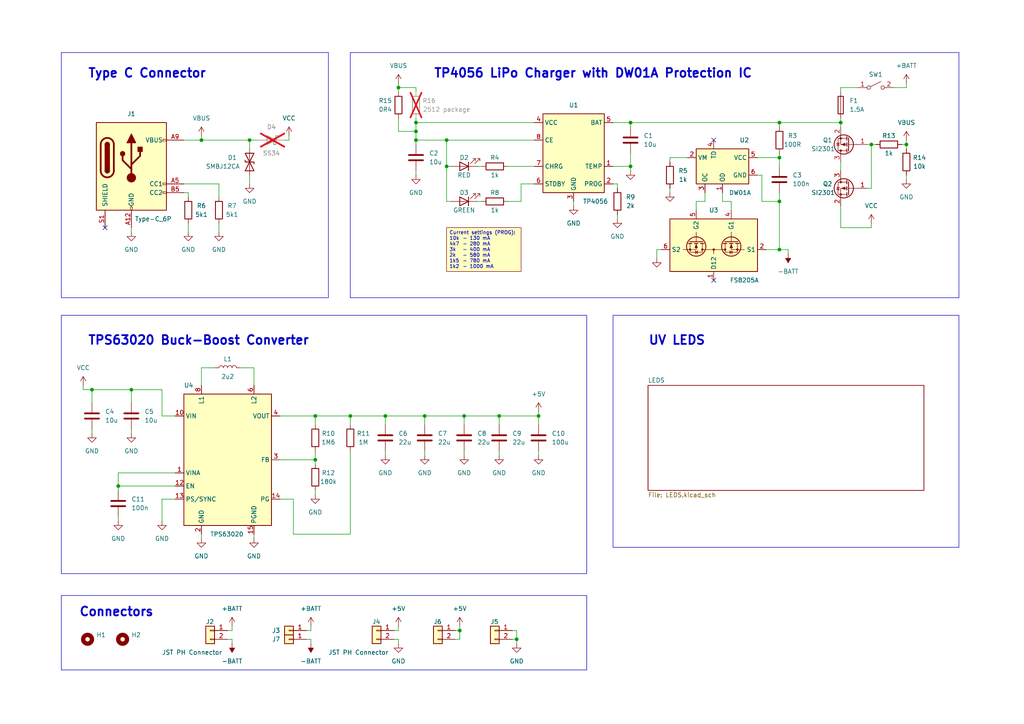
<source format=kicad_sch>
(kicad_sch (version 20230121) (generator eeschema)

  (uuid 1f66d4b8-d623-48b6-b43c-1bc961a9c66c)

  (paper "A4")

  (lib_symbols
    (symbol "Connector:USB_C_Receptacle_PowerOnly_6P" (pin_names (offset 1.016)) (in_bom yes) (on_board yes)
      (property "Reference" "J" (at 0 16.51 0)
        (effects (font (size 1.27 1.27)) (justify bottom))
      )
      (property "Value" "USB_C_Receptacle_PowerOnly_6P" (at 0 13.97 0)
        (effects (font (size 1.27 1.27)) (justify bottom))
      )
      (property "Footprint" "" (at 3.81 2.54 0)
        (effects (font (size 1.27 1.27)) hide)
      )
      (property "Datasheet" "https://www.usb.org/sites/default/files/documents/usb_type-c.zip" (at 0 0 0)
        (effects (font (size 1.27 1.27)) hide)
      )
      (property "ki_keywords" "usb universal serial bus type-C power-only charging-only 6P 6C" (at 0 0 0)
        (effects (font (size 1.27 1.27)) hide)
      )
      (property "ki_description" "USB Power-Only 6P Type-C Receptacle connector" (at 0 0 0)
        (effects (font (size 1.27 1.27)) hide)
      )
      (property "ki_fp_filters" "USB*C*Receptacle*" (at 0 0 0)
        (effects (font (size 1.27 1.27)) hide)
      )
      (symbol "USB_C_Receptacle_PowerOnly_6P_0_0"
        (rectangle (start -0.254 -12.7) (end 0.254 -11.684)
          (stroke (width 0) (type default))
          (fill (type none))
        )
        (rectangle (start 10.16 -7.366) (end 9.144 -7.874)
          (stroke (width 0) (type default))
          (fill (type none))
        )
        (rectangle (start 10.16 -4.826) (end 9.144 -5.334)
          (stroke (width 0) (type default))
          (fill (type none))
        )
        (rectangle (start 10.16 7.874) (end 9.144 7.366)
          (stroke (width 0) (type default))
          (fill (type none))
        )
      )
      (symbol "USB_C_Receptacle_PowerOnly_6P_0_1"
        (rectangle (start -10.16 12.7) (end 10.16 -12.7)
          (stroke (width 0.254) (type default))
          (fill (type background))
        )
        (arc (start -8.89 -1.27) (mid -6.985 -3.1667) (end -5.08 -1.27)
          (stroke (width 0.508) (type default))
          (fill (type none))
        )
        (arc (start -7.62 -1.27) (mid -6.985 -1.9023) (end -6.35 -1.27)
          (stroke (width 0.254) (type default))
          (fill (type none))
        )
        (arc (start -7.62 -1.27) (mid -6.985 -1.9023) (end -6.35 -1.27)
          (stroke (width 0.254) (type default))
          (fill (type outline))
        )
        (rectangle (start -7.62 -1.27) (end -6.35 6.35)
          (stroke (width 0.254) (type default))
          (fill (type outline))
        )
        (arc (start -6.35 6.35) (mid -6.985 6.9823) (end -7.62 6.35)
          (stroke (width 0.254) (type default))
          (fill (type none))
        )
        (arc (start -6.35 6.35) (mid -6.985 6.9823) (end -7.62 6.35)
          (stroke (width 0.254) (type default))
          (fill (type outline))
        )
        (arc (start -5.08 6.35) (mid -6.985 8.2467) (end -8.89 6.35)
          (stroke (width 0.508) (type default))
          (fill (type none))
        )
        (circle (center -2.54 3.683) (radius 0.635)
          (stroke (width 0.254) (type default))
          (fill (type outline))
        )
        (circle (center 0 -3.302) (radius 1.27)
          (stroke (width 0) (type default))
          (fill (type outline))
        )
        (polyline
          (pts
            (xy -8.89 -1.27)
            (xy -8.89 6.35)
          )
          (stroke (width 0.508) (type default))
          (fill (type none))
        )
        (polyline
          (pts
            (xy -5.08 6.35)
            (xy -5.08 -1.27)
          )
          (stroke (width 0.508) (type default))
          (fill (type none))
        )
        (polyline
          (pts
            (xy 0 -3.302)
            (xy 0 6.858)
          )
          (stroke (width 0.508) (type default))
          (fill (type none))
        )
        (polyline
          (pts
            (xy 0 -0.762)
            (xy -2.54 1.778)
            (xy -2.54 3.048)
          )
          (stroke (width 0.508) (type default))
          (fill (type none))
        )
        (polyline
          (pts
            (xy 0 0.508)
            (xy 2.54 3.048)
            (xy 2.54 4.318)
          )
          (stroke (width 0.508) (type default))
          (fill (type none))
        )
        (polyline
          (pts
            (xy -1.27 6.858)
            (xy 0 9.398)
            (xy 1.27 6.858)
            (xy -1.27 6.858)
          )
          (stroke (width 0.254) (type default))
          (fill (type outline))
        )
        (rectangle (start 1.905 4.318) (end 3.175 5.588)
          (stroke (width 0.254) (type default))
          (fill (type outline))
        )
      )
      (symbol "USB_C_Receptacle_PowerOnly_6P_1_1"
        (pin passive line (at 0 -17.78 90) (length 5.08)
          (name "GND" (effects (font (size 1.27 1.27))))
          (number "A12" (effects (font (size 1.27 1.27))))
        )
        (pin bidirectional line (at 15.24 -5.08 180) (length 5.08)
          (name "CC1" (effects (font (size 1.27 1.27))))
          (number "A5" (effects (font (size 1.27 1.27))))
        )
        (pin passive line (at 15.24 7.62 180) (length 5.08)
          (name "VBUS" (effects (font (size 1.27 1.27))))
          (number "A9" (effects (font (size 1.27 1.27))))
        )
        (pin passive line (at 0 -17.78 90) (length 5.08) hide
          (name "GND" (effects (font (size 1.27 1.27))))
          (number "B12" (effects (font (size 1.27 1.27))))
        )
        (pin bidirectional line (at 15.24 -7.62 180) (length 5.08)
          (name "CC2" (effects (font (size 1.27 1.27))))
          (number "B5" (effects (font (size 1.27 1.27))))
        )
        (pin passive line (at 15.24 7.62 180) (length 5.08) hide
          (name "VBUS" (effects (font (size 1.27 1.27))))
          (number "B9" (effects (font (size 1.27 1.27))))
        )
        (pin passive line (at -7.62 -17.78 90) (length 5.08)
          (name "SHIELD" (effects (font (size 1.27 1.27))))
          (number "S1" (effects (font (size 1.27 1.27))))
        )
      )
    )
    (symbol "Connector_Generic:Conn_01x01" (pin_names (offset 1.016) hide) (in_bom yes) (on_board yes)
      (property "Reference" "J" (at 0 2.54 0)
        (effects (font (size 1.27 1.27)))
      )
      (property "Value" "Conn_01x01" (at 0 -2.54 0)
        (effects (font (size 1.27 1.27)))
      )
      (property "Footprint" "" (at 0 0 0)
        (effects (font (size 1.27 1.27)) hide)
      )
      (property "Datasheet" "~" (at 0 0 0)
        (effects (font (size 1.27 1.27)) hide)
      )
      (property "ki_keywords" "connector" (at 0 0 0)
        (effects (font (size 1.27 1.27)) hide)
      )
      (property "ki_description" "Generic connector, single row, 01x01, script generated (kicad-library-utils/schlib/autogen/connector/)" (at 0 0 0)
        (effects (font (size 1.27 1.27)) hide)
      )
      (property "ki_fp_filters" "Connector*:*_1x??_*" (at 0 0 0)
        (effects (font (size 1.27 1.27)) hide)
      )
      (symbol "Conn_01x01_1_1"
        (rectangle (start -1.27 0.127) (end 0 -0.127)
          (stroke (width 0.1524) (type default))
          (fill (type none))
        )
        (rectangle (start -1.27 1.27) (end 1.27 -1.27)
          (stroke (width 0.254) (type default))
          (fill (type background))
        )
        (pin passive line (at -5.08 0 0) (length 3.81)
          (name "Pin_1" (effects (font (size 1.27 1.27))))
          (number "1" (effects (font (size 1.27 1.27))))
        )
      )
    )
    (symbol "Connector_Generic:Conn_01x02" (pin_names (offset 1.016) hide) (in_bom yes) (on_board yes)
      (property "Reference" "J" (at 0 2.54 0)
        (effects (font (size 1.27 1.27)))
      )
      (property "Value" "Conn_01x02" (at 0 -5.08 0)
        (effects (font (size 1.27 1.27)))
      )
      (property "Footprint" "" (at 0 0 0)
        (effects (font (size 1.27 1.27)) hide)
      )
      (property "Datasheet" "~" (at 0 0 0)
        (effects (font (size 1.27 1.27)) hide)
      )
      (property "ki_keywords" "connector" (at 0 0 0)
        (effects (font (size 1.27 1.27)) hide)
      )
      (property "ki_description" "Generic connector, single row, 01x02, script generated (kicad-library-utils/schlib/autogen/connector/)" (at 0 0 0)
        (effects (font (size 1.27 1.27)) hide)
      )
      (property "ki_fp_filters" "Connector*:*_1x??_*" (at 0 0 0)
        (effects (font (size 1.27 1.27)) hide)
      )
      (symbol "Conn_01x02_1_1"
        (rectangle (start -1.27 -2.413) (end 0 -2.667)
          (stroke (width 0.1524) (type default))
          (fill (type none))
        )
        (rectangle (start -1.27 0.127) (end 0 -0.127)
          (stroke (width 0.1524) (type default))
          (fill (type none))
        )
        (rectangle (start -1.27 1.27) (end 1.27 -3.81)
          (stroke (width 0.254) (type default))
          (fill (type background))
        )
        (pin passive line (at -5.08 0 0) (length 3.81)
          (name "Pin_1" (effects (font (size 1.27 1.27))))
          (number "1" (effects (font (size 1.27 1.27))))
        )
        (pin passive line (at -5.08 -2.54 0) (length 3.81)
          (name "Pin_2" (effects (font (size 1.27 1.27))))
          (number "2" (effects (font (size 1.27 1.27))))
        )
      )
    )
    (symbol "Device:C" (pin_numbers hide) (pin_names (offset 0.254)) (in_bom yes) (on_board yes)
      (property "Reference" "C" (at 0.635 2.54 0)
        (effects (font (size 1.27 1.27)) (justify left))
      )
      (property "Value" "C" (at 0.635 -2.54 0)
        (effects (font (size 1.27 1.27)) (justify left))
      )
      (property "Footprint" "" (at 0.9652 -3.81 0)
        (effects (font (size 1.27 1.27)) hide)
      )
      (property "Datasheet" "~" (at 0 0 0)
        (effects (font (size 1.27 1.27)) hide)
      )
      (property "ki_keywords" "cap capacitor" (at 0 0 0)
        (effects (font (size 1.27 1.27)) hide)
      )
      (property "ki_description" "Unpolarized capacitor" (at 0 0 0)
        (effects (font (size 1.27 1.27)) hide)
      )
      (property "ki_fp_filters" "C_*" (at 0 0 0)
        (effects (font (size 1.27 1.27)) hide)
      )
      (symbol "C_0_1"
        (polyline
          (pts
            (xy -2.032 -0.762)
            (xy 2.032 -0.762)
          )
          (stroke (width 0.508) (type default))
          (fill (type none))
        )
        (polyline
          (pts
            (xy -2.032 0.762)
            (xy 2.032 0.762)
          )
          (stroke (width 0.508) (type default))
          (fill (type none))
        )
      )
      (symbol "C_1_1"
        (pin passive line (at 0 3.81 270) (length 2.794)
          (name "~" (effects (font (size 1.27 1.27))))
          (number "1" (effects (font (size 1.27 1.27))))
        )
        (pin passive line (at 0 -3.81 90) (length 2.794)
          (name "~" (effects (font (size 1.27 1.27))))
          (number "2" (effects (font (size 1.27 1.27))))
        )
      )
    )
    (symbol "Device:D_Schottky" (pin_numbers hide) (pin_names (offset 1.016) hide) (in_bom yes) (on_board yes)
      (property "Reference" "D" (at 0 2.54 0)
        (effects (font (size 1.27 1.27)))
      )
      (property "Value" "D_Schottky" (at 0 -2.54 0)
        (effects (font (size 1.27 1.27)))
      )
      (property "Footprint" "" (at 0 0 0)
        (effects (font (size 1.27 1.27)) hide)
      )
      (property "Datasheet" "~" (at 0 0 0)
        (effects (font (size 1.27 1.27)) hide)
      )
      (property "ki_keywords" "diode Schottky" (at 0 0 0)
        (effects (font (size 1.27 1.27)) hide)
      )
      (property "ki_description" "Schottky diode" (at 0 0 0)
        (effects (font (size 1.27 1.27)) hide)
      )
      (property "ki_fp_filters" "TO-???* *_Diode_* *SingleDiode* D_*" (at 0 0 0)
        (effects (font (size 1.27 1.27)) hide)
      )
      (symbol "D_Schottky_0_1"
        (polyline
          (pts
            (xy 1.27 0)
            (xy -1.27 0)
          )
          (stroke (width 0) (type default))
          (fill (type none))
        )
        (polyline
          (pts
            (xy 1.27 1.27)
            (xy 1.27 -1.27)
            (xy -1.27 0)
            (xy 1.27 1.27)
          )
          (stroke (width 0.254) (type default))
          (fill (type none))
        )
        (polyline
          (pts
            (xy -1.905 0.635)
            (xy -1.905 1.27)
            (xy -1.27 1.27)
            (xy -1.27 -1.27)
            (xy -0.635 -1.27)
            (xy -0.635 -0.635)
          )
          (stroke (width 0.254) (type default))
          (fill (type none))
        )
      )
      (symbol "D_Schottky_1_1"
        (pin passive line (at -3.81 0 0) (length 2.54)
          (name "K" (effects (font (size 1.27 1.27))))
          (number "1" (effects (font (size 1.27 1.27))))
        )
        (pin passive line (at 3.81 0 180) (length 2.54)
          (name "A" (effects (font (size 1.27 1.27))))
          (number "2" (effects (font (size 1.27 1.27))))
        )
      )
    )
    (symbol "Device:D_TVS" (pin_numbers hide) (pin_names (offset 1.016) hide) (in_bom yes) (on_board yes)
      (property "Reference" "D" (at 0 2.54 0)
        (effects (font (size 1.27 1.27)))
      )
      (property "Value" "D_TVS" (at 0 -2.54 0)
        (effects (font (size 1.27 1.27)))
      )
      (property "Footprint" "" (at 0 0 0)
        (effects (font (size 1.27 1.27)) hide)
      )
      (property "Datasheet" "~" (at 0 0 0)
        (effects (font (size 1.27 1.27)) hide)
      )
      (property "ki_keywords" "diode TVS thyrector" (at 0 0 0)
        (effects (font (size 1.27 1.27)) hide)
      )
      (property "ki_description" "Bidirectional transient-voltage-suppression diode" (at 0 0 0)
        (effects (font (size 1.27 1.27)) hide)
      )
      (property "ki_fp_filters" "TO-???* *_Diode_* *SingleDiode* D_*" (at 0 0 0)
        (effects (font (size 1.27 1.27)) hide)
      )
      (symbol "D_TVS_0_1"
        (polyline
          (pts
            (xy 1.27 0)
            (xy -1.27 0)
          )
          (stroke (width 0) (type default))
          (fill (type none))
        )
        (polyline
          (pts
            (xy 0.508 1.27)
            (xy 0 1.27)
            (xy 0 -1.27)
            (xy -0.508 -1.27)
          )
          (stroke (width 0.254) (type default))
          (fill (type none))
        )
        (polyline
          (pts
            (xy -2.54 1.27)
            (xy -2.54 -1.27)
            (xy 2.54 1.27)
            (xy 2.54 -1.27)
            (xy -2.54 1.27)
          )
          (stroke (width 0.254) (type default))
          (fill (type none))
        )
      )
      (symbol "D_TVS_1_1"
        (pin passive line (at -3.81 0 0) (length 2.54)
          (name "A1" (effects (font (size 1.27 1.27))))
          (number "1" (effects (font (size 1.27 1.27))))
        )
        (pin passive line (at 3.81 0 180) (length 2.54)
          (name "A2" (effects (font (size 1.27 1.27))))
          (number "2" (effects (font (size 1.27 1.27))))
        )
      )
    )
    (symbol "Device:Fuse" (pin_numbers hide) (pin_names (offset 0)) (in_bom yes) (on_board yes)
      (property "Reference" "F" (at 2.032 0 90)
        (effects (font (size 1.27 1.27)))
      )
      (property "Value" "Fuse" (at -1.905 0 90)
        (effects (font (size 1.27 1.27)))
      )
      (property "Footprint" "" (at -1.778 0 90)
        (effects (font (size 1.27 1.27)) hide)
      )
      (property "Datasheet" "~" (at 0 0 0)
        (effects (font (size 1.27 1.27)) hide)
      )
      (property "ki_keywords" "fuse" (at 0 0 0)
        (effects (font (size 1.27 1.27)) hide)
      )
      (property "ki_description" "Fuse" (at 0 0 0)
        (effects (font (size 1.27 1.27)) hide)
      )
      (property "ki_fp_filters" "*Fuse*" (at 0 0 0)
        (effects (font (size 1.27 1.27)) hide)
      )
      (symbol "Fuse_0_1"
        (rectangle (start -0.762 -2.54) (end 0.762 2.54)
          (stroke (width 0.254) (type default))
          (fill (type none))
        )
        (polyline
          (pts
            (xy 0 2.54)
            (xy 0 -2.54)
          )
          (stroke (width 0) (type default))
          (fill (type none))
        )
      )
      (symbol "Fuse_1_1"
        (pin passive line (at 0 3.81 270) (length 1.27)
          (name "~" (effects (font (size 1.27 1.27))))
          (number "1" (effects (font (size 1.27 1.27))))
        )
        (pin passive line (at 0 -3.81 90) (length 1.27)
          (name "~" (effects (font (size 1.27 1.27))))
          (number "2" (effects (font (size 1.27 1.27))))
        )
      )
    )
    (symbol "Device:L" (pin_numbers hide) (pin_names (offset 1.016) hide) (in_bom yes) (on_board yes)
      (property "Reference" "L" (at -1.27 0 90)
        (effects (font (size 1.27 1.27)))
      )
      (property "Value" "L" (at 1.905 0 90)
        (effects (font (size 1.27 1.27)))
      )
      (property "Footprint" "" (at 0 0 0)
        (effects (font (size 1.27 1.27)) hide)
      )
      (property "Datasheet" "~" (at 0 0 0)
        (effects (font (size 1.27 1.27)) hide)
      )
      (property "ki_keywords" "inductor choke coil reactor magnetic" (at 0 0 0)
        (effects (font (size 1.27 1.27)) hide)
      )
      (property "ki_description" "Inductor" (at 0 0 0)
        (effects (font (size 1.27 1.27)) hide)
      )
      (property "ki_fp_filters" "Choke_* *Coil* Inductor_* L_*" (at 0 0 0)
        (effects (font (size 1.27 1.27)) hide)
      )
      (symbol "L_0_1"
        (arc (start 0 -2.54) (mid 0.6323 -1.905) (end 0 -1.27)
          (stroke (width 0) (type default))
          (fill (type none))
        )
        (arc (start 0 -1.27) (mid 0.6323 -0.635) (end 0 0)
          (stroke (width 0) (type default))
          (fill (type none))
        )
        (arc (start 0 0) (mid 0.6323 0.635) (end 0 1.27)
          (stroke (width 0) (type default))
          (fill (type none))
        )
        (arc (start 0 1.27) (mid 0.6323 1.905) (end 0 2.54)
          (stroke (width 0) (type default))
          (fill (type none))
        )
      )
      (symbol "L_1_1"
        (pin passive line (at 0 3.81 270) (length 1.27)
          (name "1" (effects (font (size 1.27 1.27))))
          (number "1" (effects (font (size 1.27 1.27))))
        )
        (pin passive line (at 0 -3.81 90) (length 1.27)
          (name "2" (effects (font (size 1.27 1.27))))
          (number "2" (effects (font (size 1.27 1.27))))
        )
      )
    )
    (symbol "Device:LED" (pin_numbers hide) (pin_names (offset 1.016) hide) (in_bom yes) (on_board yes)
      (property "Reference" "D" (at 0 2.54 0)
        (effects (font (size 1.27 1.27)))
      )
      (property "Value" "LED" (at 0 -2.54 0)
        (effects (font (size 1.27 1.27)))
      )
      (property "Footprint" "" (at 0 0 0)
        (effects (font (size 1.27 1.27)) hide)
      )
      (property "Datasheet" "~" (at 0 0 0)
        (effects (font (size 1.27 1.27)) hide)
      )
      (property "ki_keywords" "LED diode" (at 0 0 0)
        (effects (font (size 1.27 1.27)) hide)
      )
      (property "ki_description" "Light emitting diode" (at 0 0 0)
        (effects (font (size 1.27 1.27)) hide)
      )
      (property "ki_fp_filters" "LED* LED_SMD:* LED_THT:*" (at 0 0 0)
        (effects (font (size 1.27 1.27)) hide)
      )
      (symbol "LED_0_1"
        (polyline
          (pts
            (xy -1.27 -1.27)
            (xy -1.27 1.27)
          )
          (stroke (width 0.254) (type default))
          (fill (type none))
        )
        (polyline
          (pts
            (xy -1.27 0)
            (xy 1.27 0)
          )
          (stroke (width 0) (type default))
          (fill (type none))
        )
        (polyline
          (pts
            (xy 1.27 -1.27)
            (xy 1.27 1.27)
            (xy -1.27 0)
            (xy 1.27 -1.27)
          )
          (stroke (width 0.254) (type default))
          (fill (type none))
        )
        (polyline
          (pts
            (xy -3.048 -0.762)
            (xy -4.572 -2.286)
            (xy -3.81 -2.286)
            (xy -4.572 -2.286)
            (xy -4.572 -1.524)
          )
          (stroke (width 0) (type default))
          (fill (type none))
        )
        (polyline
          (pts
            (xy -1.778 -0.762)
            (xy -3.302 -2.286)
            (xy -2.54 -2.286)
            (xy -3.302 -2.286)
            (xy -3.302 -1.524)
          )
          (stroke (width 0) (type default))
          (fill (type none))
        )
      )
      (symbol "LED_1_1"
        (pin passive line (at -3.81 0 0) (length 2.54)
          (name "K" (effects (font (size 1.27 1.27))))
          (number "1" (effects (font (size 1.27 1.27))))
        )
        (pin passive line (at 3.81 0 180) (length 2.54)
          (name "A" (effects (font (size 1.27 1.27))))
          (number "2" (effects (font (size 1.27 1.27))))
        )
      )
    )
    (symbol "Device:Q_PMOS_GSD" (pin_names (offset 0) hide) (in_bom yes) (on_board yes)
      (property "Reference" "Q" (at 5.08 1.27 0)
        (effects (font (size 1.27 1.27)) (justify left))
      )
      (property "Value" "Q_PMOS_GSD" (at 5.08 -1.27 0)
        (effects (font (size 1.27 1.27)) (justify left))
      )
      (property "Footprint" "" (at 5.08 2.54 0)
        (effects (font (size 1.27 1.27)) hide)
      )
      (property "Datasheet" "~" (at 0 0 0)
        (effects (font (size 1.27 1.27)) hide)
      )
      (property "ki_keywords" "transistor PMOS P-MOS P-MOSFET" (at 0 0 0)
        (effects (font (size 1.27 1.27)) hide)
      )
      (property "ki_description" "P-MOSFET transistor, gate/source/drain" (at 0 0 0)
        (effects (font (size 1.27 1.27)) hide)
      )
      (symbol "Q_PMOS_GSD_0_1"
        (polyline
          (pts
            (xy 0.254 0)
            (xy -2.54 0)
          )
          (stroke (width 0) (type default))
          (fill (type none))
        )
        (polyline
          (pts
            (xy 0.254 1.905)
            (xy 0.254 -1.905)
          )
          (stroke (width 0.254) (type default))
          (fill (type none))
        )
        (polyline
          (pts
            (xy 0.762 -1.27)
            (xy 0.762 -2.286)
          )
          (stroke (width 0.254) (type default))
          (fill (type none))
        )
        (polyline
          (pts
            (xy 0.762 0.508)
            (xy 0.762 -0.508)
          )
          (stroke (width 0.254) (type default))
          (fill (type none))
        )
        (polyline
          (pts
            (xy 0.762 2.286)
            (xy 0.762 1.27)
          )
          (stroke (width 0.254) (type default))
          (fill (type none))
        )
        (polyline
          (pts
            (xy 2.54 2.54)
            (xy 2.54 1.778)
          )
          (stroke (width 0) (type default))
          (fill (type none))
        )
        (polyline
          (pts
            (xy 2.54 -2.54)
            (xy 2.54 0)
            (xy 0.762 0)
          )
          (stroke (width 0) (type default))
          (fill (type none))
        )
        (polyline
          (pts
            (xy 0.762 1.778)
            (xy 3.302 1.778)
            (xy 3.302 -1.778)
            (xy 0.762 -1.778)
          )
          (stroke (width 0) (type default))
          (fill (type none))
        )
        (polyline
          (pts
            (xy 2.286 0)
            (xy 1.27 0.381)
            (xy 1.27 -0.381)
            (xy 2.286 0)
          )
          (stroke (width 0) (type default))
          (fill (type outline))
        )
        (polyline
          (pts
            (xy 2.794 -0.508)
            (xy 2.921 -0.381)
            (xy 3.683 -0.381)
            (xy 3.81 -0.254)
          )
          (stroke (width 0) (type default))
          (fill (type none))
        )
        (polyline
          (pts
            (xy 3.302 -0.381)
            (xy 2.921 0.254)
            (xy 3.683 0.254)
            (xy 3.302 -0.381)
          )
          (stroke (width 0) (type default))
          (fill (type none))
        )
        (circle (center 1.651 0) (radius 2.794)
          (stroke (width 0.254) (type default))
          (fill (type none))
        )
        (circle (center 2.54 -1.778) (radius 0.254)
          (stroke (width 0) (type default))
          (fill (type outline))
        )
        (circle (center 2.54 1.778) (radius 0.254)
          (stroke (width 0) (type default))
          (fill (type outline))
        )
      )
      (symbol "Q_PMOS_GSD_1_1"
        (pin input line (at -5.08 0 0) (length 2.54)
          (name "G" (effects (font (size 1.27 1.27))))
          (number "1" (effects (font (size 1.27 1.27))))
        )
        (pin passive line (at 2.54 -5.08 90) (length 2.54)
          (name "S" (effects (font (size 1.27 1.27))))
          (number "2" (effects (font (size 1.27 1.27))))
        )
        (pin passive line (at 2.54 5.08 270) (length 2.54)
          (name "D" (effects (font (size 1.27 1.27))))
          (number "3" (effects (font (size 1.27 1.27))))
        )
      )
    )
    (symbol "Device:R" (pin_numbers hide) (pin_names (offset 0)) (in_bom yes) (on_board yes)
      (property "Reference" "R" (at 2.032 0 90)
        (effects (font (size 1.27 1.27)))
      )
      (property "Value" "R" (at 0 0 90)
        (effects (font (size 1.27 1.27)))
      )
      (property "Footprint" "" (at -1.778 0 90)
        (effects (font (size 1.27 1.27)) hide)
      )
      (property "Datasheet" "~" (at 0 0 0)
        (effects (font (size 1.27 1.27)) hide)
      )
      (property "ki_keywords" "R res resistor" (at 0 0 0)
        (effects (font (size 1.27 1.27)) hide)
      )
      (property "ki_description" "Resistor" (at 0 0 0)
        (effects (font (size 1.27 1.27)) hide)
      )
      (property "ki_fp_filters" "R_*" (at 0 0 0)
        (effects (font (size 1.27 1.27)) hide)
      )
      (symbol "R_0_1"
        (rectangle (start -1.016 -2.54) (end 1.016 2.54)
          (stroke (width 0.254) (type default))
          (fill (type none))
        )
      )
      (symbol "R_1_1"
        (pin passive line (at 0 3.81 270) (length 1.27)
          (name "~" (effects (font (size 1.27 1.27))))
          (number "1" (effects (font (size 1.27 1.27))))
        )
        (pin passive line (at 0 -3.81 90) (length 1.27)
          (name "~" (effects (font (size 1.27 1.27))))
          (number "2" (effects (font (size 1.27 1.27))))
        )
      )
    )
    (symbol "Mechanical:MountingHole" (pin_names (offset 1.016)) (in_bom yes) (on_board yes)
      (property "Reference" "H" (at 0 5.08 0)
        (effects (font (size 1.27 1.27)))
      )
      (property "Value" "MountingHole" (at 0 3.175 0)
        (effects (font (size 1.27 1.27)))
      )
      (property "Footprint" "" (at 0 0 0)
        (effects (font (size 1.27 1.27)) hide)
      )
      (property "Datasheet" "~" (at 0 0 0)
        (effects (font (size 1.27 1.27)) hide)
      )
      (property "ki_keywords" "mounting hole" (at 0 0 0)
        (effects (font (size 1.27 1.27)) hide)
      )
      (property "ki_description" "Mounting Hole without connection" (at 0 0 0)
        (effects (font (size 1.27 1.27)) hide)
      )
      (property "ki_fp_filters" "MountingHole*" (at 0 0 0)
        (effects (font (size 1.27 1.27)) hide)
      )
      (symbol "MountingHole_0_1"
        (circle (center 0 0) (radius 1.27)
          (stroke (width 1.27) (type default))
          (fill (type none))
        )
      )
    )
    (symbol "New_Library:DW01A" (in_bom yes) (on_board yes)
      (property "Reference" "U" (at -6.35 6.35 0)
        (effects (font (size 1.27 1.27)))
      )
      (property "Value" "DW01A" (at 10.16 -6.35 0)
        (effects (font (size 1.27 1.27)))
      )
      (property "Footprint" "Package_TO_SOT_SMD:SOT-23-6" (at 0 -15.24 0)
        (effects (font (size 1.27 1.27)) hide)
      )
      (property "Datasheet" "https://www.lcsc.com/datasheet/lcsc_datasheet_1901091236_PUOLOP-DW01A_C351410.pdf" (at 0 -17.78 0)
        (effects (font (size 1.27 1.27)) hide)
      )
      (symbol "DW01A_1_1"
        (rectangle (start -7.62 5.08) (end 7.62 -5.08)
          (stroke (width 0.254) (type default))
          (fill (type background))
        )
        (pin input line (at 0 -7.62 90) (length 2.54)
          (name "OD" (effects (font (size 1.27 1.27))))
          (number "1" (effects (font (size 1.27 1.27))))
        )
        (pin input line (at 10.16 2.54 180) (length 2.54)
          (name "VM" (effects (font (size 1.27 1.27))))
          (number "2" (effects (font (size 1.27 1.27))))
        )
        (pin input line (at 5.08 -7.62 90) (length 2.54)
          (name "OC" (effects (font (size 1.27 1.27))))
          (number "3" (effects (font (size 1.27 1.27))))
        )
        (pin input line (at 2.54 7.62 270) (length 2.54)
          (name "TD" (effects (font (size 1.27 1.27))))
          (number "4" (effects (font (size 1.27 1.27))))
        )
        (pin input line (at -10.16 2.54 0) (length 2.54)
          (name "VCC" (effects (font (size 1.27 1.27))))
          (number "5" (effects (font (size 1.27 1.27))))
        )
        (pin input line (at -10.16 -2.54 0) (length 2.54)
          (name "GND" (effects (font (size 1.27 1.27))))
          (number "6" (effects (font (size 1.27 1.27))))
        )
      )
    )
    (symbol "New_Library:FS8205A" (in_bom yes) (on_board yes)
      (property "Reference" "U" (at -11.43 -13.97 0)
        (effects (font (size 1.27 1.27)))
      )
      (property "Value" "FS8205A" (at 0 0 0)
        (effects (font (size 1.27 1.27)))
      )
      (property "Footprint" "Package_SO:TSSOP-8_4.4x3mm_P0.65mm" (at 21.59 -15.24 0)
        (effects (font (size 1.27 1.27)) hide)
      )
      (property "Datasheet" "https://www.ic-fortune.com/upload/Download/FS8205A-DS-12_EN.pdf" (at 36.83 -17.78 0)
        (effects (font (size 1.27 1.27)) hide)
      )
      (symbol "FS8205A_0_1"
        (polyline
          (pts
            (xy -3.302 -6.35)
            (xy 3.302 -6.35)
          )
          (stroke (width 0) (type default))
          (fill (type none))
        )
        (polyline
          (pts
            (xy 2.794 -4.572)
            (xy 3.81 -4.572)
          )
          (stroke (width 0.254) (type default))
          (fill (type none))
        )
        (polyline
          (pts
            (xy 3.175 -4.064)
            (xy 6.985 -4.064)
          )
          (stroke (width 0.254) (type default))
          (fill (type none))
        )
        (polyline
          (pts
            (xy 4.572 -4.572)
            (xy 5.588 -4.572)
          )
          (stroke (width 0.254) (type default))
          (fill (type none))
        )
        (polyline
          (pts
            (xy 5.08 -4.064)
            (xy 5.08 -1.27)
          )
          (stroke (width 0) (type default))
          (fill (type none))
        )
        (polyline
          (pts
            (xy 6.35 -4.572)
            (xy 7.366 -4.572)
          )
          (stroke (width 0.254) (type default))
          (fill (type none))
        )
        (polyline
          (pts
            (xy 7.62 -6.35)
            (xy 5.08 -6.35)
            (xy 5.08 -4.572)
          )
          (stroke (width 0) (type default))
          (fill (type none))
        )
        (polyline
          (pts
            (xy 4.572 -6.604)
            (xy 4.699 -6.731)
            (xy 4.699 -7.493)
            (xy 4.826 -7.62)
          )
          (stroke (width 0) (type default))
          (fill (type none))
        )
        (polyline
          (pts
            (xy 4.699 -7.112)
            (xy 5.334 -6.731)
            (xy 5.334 -7.493)
            (xy 4.699 -7.112)
          )
          (stroke (width 0) (type default))
          (fill (type none))
        )
        (polyline
          (pts
            (xy 5.08 -4.826)
            (xy 4.699 -5.842)
            (xy 5.461 -5.842)
            (xy 5.08 -4.826)
          )
          (stroke (width 0) (type default))
          (fill (type outline))
        )
        (polyline
          (pts
            (xy 6.858 -4.572)
            (xy 6.858 -7.112)
            (xy 3.302 -7.112)
            (xy 3.302 -4.572)
          )
          (stroke (width 0) (type default))
          (fill (type none))
        )
        (circle (center 3.302 -6.35) (radius 0.254)
          (stroke (width 0) (type default))
          (fill (type outline))
        )
        (circle (center 5.08 -5.461) (radius 2.794)
          (stroke (width 0.254) (type default))
          (fill (type none))
        )
        (circle (center 6.858 -6.35) (radius 0.254)
          (stroke (width 0) (type default))
          (fill (type outline))
        )
      )
      (symbol "FS8205A_1_1"
        (rectangle (start -12.7 2.54) (end 12.7 -12.7)
          (stroke (width 0.254) (type default))
          (fill (type background))
        )
        (circle (center -6.858 -6.35) (radius 0.254)
          (stroke (width 0) (type default))
          (fill (type outline))
        )
        (circle (center -5.08 -5.461) (radius 2.794)
          (stroke (width 0.254) (type default))
          (fill (type none))
        )
        (circle (center -3.302 -6.35) (radius 0.254)
          (stroke (width 0) (type default))
          (fill (type outline))
        )
        (circle (center 0 -6.35) (radius 0.254)
          (stroke (width 0) (type default))
          (fill (type outline))
        )
        (polyline
          (pts
            (xy -7.62 -6.35)
            (xy -8.89 -6.35)
          )
          (stroke (width 0) (type default))
          (fill (type none))
        )
        (polyline
          (pts
            (xy -6.35 -4.572)
            (xy -7.366 -4.572)
          )
          (stroke (width 0.254) (type default))
          (fill (type none))
        )
        (polyline
          (pts
            (xy -5.08 -4.064)
            (xy -5.08 -1.27)
          )
          (stroke (width 0) (type default))
          (fill (type none))
        )
        (polyline
          (pts
            (xy -4.572 -4.572)
            (xy -5.588 -4.572)
          )
          (stroke (width 0.254) (type default))
          (fill (type none))
        )
        (polyline
          (pts
            (xy -3.175 -4.064)
            (xy -6.985 -4.064)
          )
          (stroke (width 0.254) (type default))
          (fill (type none))
        )
        (polyline
          (pts
            (xy -2.794 -4.572)
            (xy -3.81 -4.572)
          )
          (stroke (width 0.254) (type default))
          (fill (type none))
        )
        (polyline
          (pts
            (xy 0 -6.35)
            (xy 0 -7.62)
          )
          (stroke (width 0) (type default))
          (fill (type none))
        )
        (polyline
          (pts
            (xy 8.89 -6.35)
            (xy 7.62 -6.35)
          )
          (stroke (width 0) (type default))
          (fill (type none))
        )
        (polyline
          (pts
            (xy -7.62 -6.35)
            (xy -5.08 -6.35)
            (xy -5.08 -4.572)
          )
          (stroke (width 0) (type default))
          (fill (type none))
        )
        (polyline
          (pts
            (xy -6.858 -4.572)
            (xy -6.858 -7.112)
            (xy -3.302 -7.112)
            (xy -3.302 -4.572)
          )
          (stroke (width 0) (type default))
          (fill (type none))
        )
        (polyline
          (pts
            (xy -5.08 -4.826)
            (xy -4.699 -5.842)
            (xy -5.461 -5.842)
            (xy -5.08 -4.826)
          )
          (stroke (width 0) (type default))
          (fill (type outline))
        )
        (polyline
          (pts
            (xy -4.699 -7.112)
            (xy -5.334 -6.731)
            (xy -5.334 -7.493)
            (xy -4.699 -7.112)
          )
          (stroke (width 0) (type default))
          (fill (type none))
        )
        (polyline
          (pts
            (xy -4.572 -6.604)
            (xy -4.699 -6.731)
            (xy -4.699 -7.493)
            (xy -4.826 -7.62)
          )
          (stroke (width 0) (type default))
          (fill (type none))
        )
        (pin passive line (at 0 -15.24 90) (length 2.54)
          (name "D12" (effects (font (size 1.27 1.27))))
          (number "1" (effects (font (size 1.27 1.27))))
        )
        (pin passive line (at -15.24 -6.35 0) (length 2.54)
          (name "S1" (effects (font (size 1.27 1.27))))
          (number "2" (effects (font (size 1.27 1.27))))
        )
        (pin passive line (at -15.24 -6.35 0) (length 2.54) hide
          (name "S1" (effects (font (size 1.27 1.27))))
          (number "3" (effects (font (size 1.27 1.27))))
        )
        (pin input line (at -5.08 5.08 270) (length 2.54)
          (name "G1" (effects (font (size 1.27 1.27))))
          (number "4" (effects (font (size 1.27 1.27))))
        )
        (pin input line (at 5.08 5.08 270) (length 2.54)
          (name "G2" (effects (font (size 1.27 1.27))))
          (number "5" (effects (font (size 1.27 1.27))))
        )
        (pin passive line (at 15.24 -6.35 180) (length 2.54)
          (name "S2" (effects (font (size 1.27 1.27))))
          (number "6" (effects (font (size 1.27 1.27))))
        )
        (pin passive line (at 15.24 -6.35 180) (length 2.54) hide
          (name "S2" (effects (font (size 1.27 1.27))))
          (number "7" (effects (font (size 1.27 1.27))))
        )
        (pin passive line (at 0 -15.24 90) (length 2.54) hide
          (name "D12" (effects (font (size 1.27 1.27))))
          (number "8" (effects (font (size 1.27 1.27))))
        )
      )
    )
    (symbol "New_Library:TP4056" (in_bom yes) (on_board yes)
      (property "Reference" "U" (at -7.62 12.7 0)
        (effects (font (size 1.27 1.27)))
      )
      (property "Value" "TP4056" (at 6.35 -13.97 0)
        (effects (font (size 1.27 1.27)))
      )
      (property "Footprint" "Package_SO:SOP-8_3.76x4.96mm_P1.27mm" (at 0 -19.05 0)
        (effects (font (size 1.27 1.27)) hide)
      )
      (property "Datasheet" "https://dlnmh9ip6v2uc.cloudfront.net/datasheets/Prototyping/TP4056.pdf" (at -2.54 -21.59 0)
        (effects (font (size 1.27 1.27)) hide)
      )
      (symbol "TP4056_1_1"
        (rectangle (start -8.89 11.43) (end 8.89 -11.43)
          (stroke (width 0.254) (type default))
          (fill (type background))
        )
        (pin input line (at 11.43 -3.81 180) (length 2.54)
          (name "TEMP" (effects (font (size 1.27 1.27))))
          (number "1" (effects (font (size 1.27 1.27))))
        )
        (pin input line (at 11.43 -8.89 180) (length 2.54)
          (name "PROG" (effects (font (size 1.27 1.27))))
          (number "2" (effects (font (size 1.27 1.27))))
        )
        (pin input line (at 0 -13.97 90) (length 2.54)
          (name "GND" (effects (font (size 1.27 1.27))))
          (number "3" (effects (font (size 1.27 1.27))))
        )
        (pin input line (at -11.43 8.89 0) (length 2.54)
          (name "VCC" (effects (font (size 1.27 1.27))))
          (number "4" (effects (font (size 1.27 1.27))))
        )
        (pin input line (at 11.43 8.89 180) (length 2.54)
          (name "BAT" (effects (font (size 1.27 1.27))))
          (number "5" (effects (font (size 1.27 1.27))))
        )
        (pin input line (at -11.43 -8.89 0) (length 2.54)
          (name "STDBY" (effects (font (size 1.27 1.27))))
          (number "6" (effects (font (size 1.27 1.27))))
        )
        (pin input line (at -11.43 -3.81 0) (length 2.54)
          (name "CHRG" (effects (font (size 1.27 1.27))))
          (number "7" (effects (font (size 1.27 1.27))))
        )
        (pin input line (at -11.43 3.81 0) (length 2.54)
          (name "CE" (effects (font (size 1.27 1.27))))
          (number "8" (effects (font (size 1.27 1.27))))
        )
      )
    )
    (symbol "New_Library:TPS63020" (in_bom yes) (on_board yes)
      (property "Reference" "U" (at 0 21.59 0)
        (effects (font (size 1.27 1.27)))
      )
      (property "Value" "TPS63020" (at 0 0 0)
        (effects (font (size 1.27 1.27)))
      )
      (property "Footprint" "TPS63020:QFN14-3X4MM" (at 22.86 -27.94 0)
        (effects (font (size 1.27 1.27)) hide)
      )
      (property "Datasheet" "https://www.ti.com/lit/ds/symlink/tps63020.pdf?ts=1730487165461&ref_url=https%253A%252F%252Fwww.ti.com%252Fproduct%252FTPS63020" (at -1.27 -31.75 0)
        (effects (font (size 1.27 1.27)) hide)
      )
      (symbol "TPS63020_1_1"
        (rectangle (start -12.7 19.05) (end 12.7 -19.05)
          (stroke (width 0.254) (type default))
          (fill (type background))
        )
        (pin passive line (at -15.24 -3.81 0) (length 2.54)
          (name "VINA" (effects (font (size 1.27 1.27))))
          (number "1" (effects (font (size 1.27 1.27))))
        )
        (pin passive line (at -15.24 12.7 0) (length 2.54)
          (name "VIN" (effects (font (size 1.27 1.27))))
          (number "10" (effects (font (size 1.27 1.27))))
        )
        (pin passive line (at -15.24 12.7 0) (length 2.54) hide
          (name "VIN" (effects (font (size 1.27 1.27))))
          (number "11" (effects (font (size 1.27 1.27))))
        )
        (pin passive line (at -15.24 -7.62 0) (length 2.54)
          (name "EN" (effects (font (size 1.27 1.27))))
          (number "12" (effects (font (size 1.27 1.27))))
        )
        (pin passive line (at -15.24 -11.43 0) (length 2.54)
          (name "PS/SYNC" (effects (font (size 1.27 1.27))))
          (number "13" (effects (font (size 1.27 1.27))))
        )
        (pin passive line (at 15.24 -11.43 180) (length 2.54)
          (name "PG" (effects (font (size 1.27 1.27))))
          (number "14" (effects (font (size 1.27 1.27))))
        )
        (pin passive line (at 7.62 -21.59 90) (length 2.54)
          (name "PGND" (effects (font (size 1.27 1.27))))
          (number "15" (effects (font (size 1.27 1.27))))
        )
        (pin passive line (at 7.62 -21.59 90) (length 2.54) hide
          (name "PGND" (effects (font (size 1.27 1.27))))
          (number "16" (effects (font (size 1.27 1.27))))
        )
        (pin passive line (at 7.62 -21.59 90) (length 2.54) hide
          (name "PGND" (effects (font (size 1.27 1.27))))
          (number "17" (effects (font (size 1.27 1.27))))
        )
        (pin passive line (at 7.62 -21.59 90) (length 2.54) hide
          (name "PGND" (effects (font (size 1.27 1.27))))
          (number "18" (effects (font (size 1.27 1.27))))
        )
        (pin passive line (at 7.62 -21.59 90) (length 2.54) hide
          (name "PGND" (effects (font (size 1.27 1.27))))
          (number "19" (effects (font (size 1.27 1.27))))
        )
        (pin passive line (at -7.62 -21.59 90) (length 2.54)
          (name "GND" (effects (font (size 1.27 1.27))))
          (number "2" (effects (font (size 1.27 1.27))))
        )
        (pin passive line (at 7.62 -21.59 90) (length 2.54) hide
          (name "PGND" (effects (font (size 1.27 1.27))))
          (number "20" (effects (font (size 1.27 1.27))))
        )
        (pin passive line (at 7.62 -21.59 90) (length 2.54) hide
          (name "PGND" (effects (font (size 1.27 1.27))))
          (number "21" (effects (font (size 1.27 1.27))))
        )
        (pin passive line (at 7.62 -21.59 90) (length 2.54) hide
          (name "PGND" (effects (font (size 1.27 1.27))))
          (number "22" (effects (font (size 1.27 1.27))))
        )
        (pin passive line (at 7.62 -21.59 90) (length 2.54) hide
          (name "PGND" (effects (font (size 1.27 1.27))))
          (number "23" (effects (font (size 1.27 1.27))))
        )
        (pin passive line (at 15.24 0 180) (length 2.54)
          (name "FB" (effects (font (size 1.27 1.27))))
          (number "3" (effects (font (size 1.27 1.27))))
        )
        (pin passive line (at 15.24 12.7 180) (length 2.54)
          (name "VOUT" (effects (font (size 1.27 1.27))))
          (number "4" (effects (font (size 1.27 1.27))))
        )
        (pin passive line (at 15.24 12.7 180) (length 2.54) hide
          (name "VOUT" (effects (font (size 1.27 1.27))))
          (number "5" (effects (font (size 1.27 1.27))))
        )
        (pin passive line (at 7.62 21.59 270) (length 2.54)
          (name "L2" (effects (font (size 1.27 1.27))))
          (number "6" (effects (font (size 1.27 1.27))))
        )
        (pin passive line (at 7.62 21.59 270) (length 2.54) hide
          (name "L2" (effects (font (size 1.27 1.27))))
          (number "7" (effects (font (size 1.27 1.27))))
        )
        (pin passive line (at -7.62 21.59 270) (length 2.54)
          (name "L1" (effects (font (size 1.27 1.27))))
          (number "8" (effects (font (size 1.27 1.27))))
        )
        (pin passive line (at -7.62 21.59 270) (length 2.54) hide
          (name "L1" (effects (font (size 1.27 1.27))))
          (number "9" (effects (font (size 1.27 1.27))))
        )
      )
    )
    (symbol "Switch:SW_SPST" (pin_names (offset 0) hide) (in_bom yes) (on_board yes)
      (property "Reference" "SW" (at 0 3.175 0)
        (effects (font (size 1.27 1.27)))
      )
      (property "Value" "SW_SPST" (at 0 -2.54 0)
        (effects (font (size 1.27 1.27)))
      )
      (property "Footprint" "" (at 0 0 0)
        (effects (font (size 1.27 1.27)) hide)
      )
      (property "Datasheet" "~" (at 0 0 0)
        (effects (font (size 1.27 1.27)) hide)
      )
      (property "ki_keywords" "switch lever" (at 0 0 0)
        (effects (font (size 1.27 1.27)) hide)
      )
      (property "ki_description" "Single Pole Single Throw (SPST) switch" (at 0 0 0)
        (effects (font (size 1.27 1.27)) hide)
      )
      (symbol "SW_SPST_0_0"
        (circle (center -2.032 0) (radius 0.508)
          (stroke (width 0) (type default))
          (fill (type none))
        )
        (polyline
          (pts
            (xy -1.524 0.254)
            (xy 1.524 1.778)
          )
          (stroke (width 0) (type default))
          (fill (type none))
        )
        (circle (center 2.032 0) (radius 0.508)
          (stroke (width 0) (type default))
          (fill (type none))
        )
      )
      (symbol "SW_SPST_1_1"
        (pin passive line (at -5.08 0 0) (length 2.54)
          (name "A" (effects (font (size 1.27 1.27))))
          (number "1" (effects (font (size 1.27 1.27))))
        )
        (pin passive line (at 5.08 0 180) (length 2.54)
          (name "B" (effects (font (size 1.27 1.27))))
          (number "2" (effects (font (size 1.27 1.27))))
        )
      )
    )
    (symbol "power:+5V" (power) (pin_names (offset 0)) (in_bom yes) (on_board yes)
      (property "Reference" "#PWR" (at 0 -3.81 0)
        (effects (font (size 1.27 1.27)) hide)
      )
      (property "Value" "+5V" (at 0 3.556 0)
        (effects (font (size 1.27 1.27)))
      )
      (property "Footprint" "" (at 0 0 0)
        (effects (font (size 1.27 1.27)) hide)
      )
      (property "Datasheet" "" (at 0 0 0)
        (effects (font (size 1.27 1.27)) hide)
      )
      (property "ki_keywords" "global power" (at 0 0 0)
        (effects (font (size 1.27 1.27)) hide)
      )
      (property "ki_description" "Power symbol creates a global label with name \"+5V\"" (at 0 0 0)
        (effects (font (size 1.27 1.27)) hide)
      )
      (symbol "+5V_0_1"
        (polyline
          (pts
            (xy -0.762 1.27)
            (xy 0 2.54)
          )
          (stroke (width 0) (type default))
          (fill (type none))
        )
        (polyline
          (pts
            (xy 0 0)
            (xy 0 2.54)
          )
          (stroke (width 0) (type default))
          (fill (type none))
        )
        (polyline
          (pts
            (xy 0 2.54)
            (xy 0.762 1.27)
          )
          (stroke (width 0) (type default))
          (fill (type none))
        )
      )
      (symbol "+5V_1_1"
        (pin power_in line (at 0 0 90) (length 0) hide
          (name "+5V" (effects (font (size 1.27 1.27))))
          (number "1" (effects (font (size 1.27 1.27))))
        )
      )
    )
    (symbol "power:+BATT" (power) (pin_names (offset 0)) (in_bom yes) (on_board yes)
      (property "Reference" "#PWR" (at 0 -3.81 0)
        (effects (font (size 1.27 1.27)) hide)
      )
      (property "Value" "+BATT" (at 0 3.556 0)
        (effects (font (size 1.27 1.27)))
      )
      (property "Footprint" "" (at 0 0 0)
        (effects (font (size 1.27 1.27)) hide)
      )
      (property "Datasheet" "" (at 0 0 0)
        (effects (font (size 1.27 1.27)) hide)
      )
      (property "ki_keywords" "global power battery" (at 0 0 0)
        (effects (font (size 1.27 1.27)) hide)
      )
      (property "ki_description" "Power symbol creates a global label with name \"+BATT\"" (at 0 0 0)
        (effects (font (size 1.27 1.27)) hide)
      )
      (symbol "+BATT_0_1"
        (polyline
          (pts
            (xy -0.762 1.27)
            (xy 0 2.54)
          )
          (stroke (width 0) (type default))
          (fill (type none))
        )
        (polyline
          (pts
            (xy 0 0)
            (xy 0 2.54)
          )
          (stroke (width 0) (type default))
          (fill (type none))
        )
        (polyline
          (pts
            (xy 0 2.54)
            (xy 0.762 1.27)
          )
          (stroke (width 0) (type default))
          (fill (type none))
        )
      )
      (symbol "+BATT_1_1"
        (pin power_in line (at 0 0 90) (length 0) hide
          (name "+BATT" (effects (font (size 1.27 1.27))))
          (number "1" (effects (font (size 1.27 1.27))))
        )
      )
    )
    (symbol "power:-BATT" (power) (pin_names (offset 0)) (in_bom yes) (on_board yes)
      (property "Reference" "#PWR" (at 0 -3.81 0)
        (effects (font (size 1.27 1.27)) hide)
      )
      (property "Value" "-BATT" (at 0 3.556 0)
        (effects (font (size 1.27 1.27)))
      )
      (property "Footprint" "" (at 0 0 0)
        (effects (font (size 1.27 1.27)) hide)
      )
      (property "Datasheet" "" (at 0 0 0)
        (effects (font (size 1.27 1.27)) hide)
      )
      (property "ki_keywords" "global power battery" (at 0 0 0)
        (effects (font (size 1.27 1.27)) hide)
      )
      (property "ki_description" "Power symbol creates a global label with name \"-BATT\"" (at 0 0 0)
        (effects (font (size 1.27 1.27)) hide)
      )
      (symbol "-BATT_0_1"
        (polyline
          (pts
            (xy 0 0)
            (xy 0 2.54)
          )
          (stroke (width 0) (type default))
          (fill (type none))
        )
        (polyline
          (pts
            (xy 0.762 1.27)
            (xy -0.762 1.27)
            (xy 0 2.54)
            (xy 0.762 1.27)
          )
          (stroke (width 0) (type default))
          (fill (type outline))
        )
      )
      (symbol "-BATT_1_1"
        (pin power_in line (at 0 0 90) (length 0) hide
          (name "-BATT" (effects (font (size 1.27 1.27))))
          (number "1" (effects (font (size 1.27 1.27))))
        )
      )
    )
    (symbol "power:GND" (power) (pin_names (offset 0)) (in_bom yes) (on_board yes)
      (property "Reference" "#PWR" (at 0 -6.35 0)
        (effects (font (size 1.27 1.27)) hide)
      )
      (property "Value" "GND" (at 0 -3.81 0)
        (effects (font (size 1.27 1.27)))
      )
      (property "Footprint" "" (at 0 0 0)
        (effects (font (size 1.27 1.27)) hide)
      )
      (property "Datasheet" "" (at 0 0 0)
        (effects (font (size 1.27 1.27)) hide)
      )
      (property "ki_keywords" "global power" (at 0 0 0)
        (effects (font (size 1.27 1.27)) hide)
      )
      (property "ki_description" "Power symbol creates a global label with name \"GND\" , ground" (at 0 0 0)
        (effects (font (size 1.27 1.27)) hide)
      )
      (symbol "GND_0_1"
        (polyline
          (pts
            (xy 0 0)
            (xy 0 -1.27)
            (xy 1.27 -1.27)
            (xy 0 -2.54)
            (xy -1.27 -1.27)
            (xy 0 -1.27)
          )
          (stroke (width 0) (type default))
          (fill (type none))
        )
      )
      (symbol "GND_1_1"
        (pin power_in line (at 0 0 270) (length 0) hide
          (name "GND" (effects (font (size 1.27 1.27))))
          (number "1" (effects (font (size 1.27 1.27))))
        )
      )
    )
    (symbol "power:VBUS" (power) (pin_names (offset 0)) (in_bom yes) (on_board yes)
      (property "Reference" "#PWR" (at 0 -3.81 0)
        (effects (font (size 1.27 1.27)) hide)
      )
      (property "Value" "VBUS" (at 0 3.81 0)
        (effects (font (size 1.27 1.27)))
      )
      (property "Footprint" "" (at 0 0 0)
        (effects (font (size 1.27 1.27)) hide)
      )
      (property "Datasheet" "" (at 0 0 0)
        (effects (font (size 1.27 1.27)) hide)
      )
      (property "ki_keywords" "global power" (at 0 0 0)
        (effects (font (size 1.27 1.27)) hide)
      )
      (property "ki_description" "Power symbol creates a global label with name \"VBUS\"" (at 0 0 0)
        (effects (font (size 1.27 1.27)) hide)
      )
      (symbol "VBUS_0_1"
        (polyline
          (pts
            (xy -0.762 1.27)
            (xy 0 2.54)
          )
          (stroke (width 0) (type default))
          (fill (type none))
        )
        (polyline
          (pts
            (xy 0 0)
            (xy 0 2.54)
          )
          (stroke (width 0) (type default))
          (fill (type none))
        )
        (polyline
          (pts
            (xy 0 2.54)
            (xy 0.762 1.27)
          )
          (stroke (width 0) (type default))
          (fill (type none))
        )
      )
      (symbol "VBUS_1_1"
        (pin power_in line (at 0 0 90) (length 0) hide
          (name "VBUS" (effects (font (size 1.27 1.27))))
          (number "1" (effects (font (size 1.27 1.27))))
        )
      )
    )
    (symbol "power:VCC" (power) (pin_names (offset 0)) (in_bom yes) (on_board yes)
      (property "Reference" "#PWR" (at 0 -3.81 0)
        (effects (font (size 1.27 1.27)) hide)
      )
      (property "Value" "VCC" (at 0 3.81 0)
        (effects (font (size 1.27 1.27)))
      )
      (property "Footprint" "" (at 0 0 0)
        (effects (font (size 1.27 1.27)) hide)
      )
      (property "Datasheet" "" (at 0 0 0)
        (effects (font (size 1.27 1.27)) hide)
      )
      (property "ki_keywords" "global power" (at 0 0 0)
        (effects (font (size 1.27 1.27)) hide)
      )
      (property "ki_description" "Power symbol creates a global label with name \"VCC\"" (at 0 0 0)
        (effects (font (size 1.27 1.27)) hide)
      )
      (symbol "VCC_0_1"
        (polyline
          (pts
            (xy -0.762 1.27)
            (xy 0 2.54)
          )
          (stroke (width 0) (type default))
          (fill (type none))
        )
        (polyline
          (pts
            (xy 0 0)
            (xy 0 2.54)
          )
          (stroke (width 0) (type default))
          (fill (type none))
        )
        (polyline
          (pts
            (xy 0 2.54)
            (xy 0.762 1.27)
          )
          (stroke (width 0) (type default))
          (fill (type none))
        )
      )
      (symbol "VCC_1_1"
        (pin power_in line (at 0 0 90) (length 0) hide
          (name "VCC" (effects (font (size 1.27 1.27))))
          (number "1" (effects (font (size 1.27 1.27))))
        )
      )
    )
  )

  (junction (at 72.39 40.64) (diameter 0) (color 0 0 0 0)
    (uuid 08aa7893-0625-4a97-a164-c33c5a8d36dd)
  )
  (junction (at 226.06 45.72) (diameter 0) (color 0 0 0 0)
    (uuid 2c4e664e-0426-4fa0-b696-eaaf8d39066f)
  )
  (junction (at 120.65 35.56) (diameter 0) (color 0 0 0 0)
    (uuid 35ad793b-7a45-4969-83b2-5475b691d47f)
  )
  (junction (at 226.06 72.39) (diameter 0) (color 0 0 0 0)
    (uuid 3d0226de-e974-4510-be7e-ea58c4812028)
  )
  (junction (at 149.86 185.42) (diameter 0) (color 0 0 0 0)
    (uuid 528abde6-9535-4217-a227-05c68a1579f3)
  )
  (junction (at 262.89 41.91) (diameter 0) (color 0 0 0 0)
    (uuid 52d51bed-183d-484f-8340-54595982c84a)
  )
  (junction (at 111.76 120.65) (diameter 0) (color 0 0 0 0)
    (uuid 594ae62e-7c9c-4aa7-aaac-529da3bb771d)
  )
  (junction (at 91.44 120.65) (diameter 0) (color 0 0 0 0)
    (uuid 5a1deea4-0597-44ac-94d0-b4feae04f3b6)
  )
  (junction (at 133.35 182.88) (diameter 0) (color 0 0 0 0)
    (uuid 5aecfa78-b568-47c1-b83b-50132cb0ea3d)
  )
  (junction (at 120.65 38.1) (diameter 0) (color 0 0 0 0)
    (uuid 62928259-147c-4854-ab0d-6eb37bf94f3a)
  )
  (junction (at 91.44 133.35) (diameter 0) (color 0 0 0 0)
    (uuid 6689e4eb-186e-49e1-ae7b-9f7f46265fb6)
  )
  (junction (at 123.19 120.65) (diameter 0) (color 0 0 0 0)
    (uuid 67d6f671-ad49-4e19-b197-8cc60eb31c45)
  )
  (junction (at 115.57 25.4) (diameter 0) (color 0 0 0 0)
    (uuid 6929f2c2-cc27-4101-9ba7-234ea8527566)
  )
  (junction (at 182.88 48.26) (diameter 0) (color 0 0 0 0)
    (uuid 6d00e3c6-64f0-4539-921f-dd149cf2b23f)
  )
  (junction (at 101.6 120.65) (diameter 0) (color 0 0 0 0)
    (uuid 6d90ef6b-2f17-4406-b647-3161405d6aec)
  )
  (junction (at 120.65 40.64) (diameter 0) (color 0 0 0 0)
    (uuid 6e7adaa3-2aee-4d71-8e02-f4956177543c)
  )
  (junction (at 243.84 35.56) (diameter 0) (color 0 0 0 0)
    (uuid 7c8321a0-32d9-4502-9be4-36a15066837d)
  )
  (junction (at 156.21 120.65) (diameter 0) (color 0 0 0 0)
    (uuid 88dc8c16-51e5-470b-a6b6-761a595e2640)
  )
  (junction (at 252.73 41.91) (diameter 0) (color 0 0 0 0)
    (uuid 9769c17f-29af-43bd-8898-841ab2c1c317)
  )
  (junction (at 26.67 113.03) (diameter 0) (color 0 0 0 0)
    (uuid 9bbc8b27-6048-41f0-aeb1-5bc222289e26)
  )
  (junction (at 38.1 113.03) (diameter 0) (color 0 0 0 0)
    (uuid 9de8c33c-d82e-455b-8720-6333d17730d1)
  )
  (junction (at 226.06 35.56) (diameter 0) (color 0 0 0 0)
    (uuid 9fd4893f-d6ed-4907-af35-443846978661)
  )
  (junction (at 182.88 35.56) (diameter 0) (color 0 0 0 0)
    (uuid a27a5772-0544-4d37-b191-8a13656e8486)
  )
  (junction (at 58.42 40.64) (diameter 0) (color 0 0 0 0)
    (uuid b0f0153a-48da-4d5c-b2b8-a03f5dc9819b)
  )
  (junction (at 226.06 58.42) (diameter 0) (color 0 0 0 0)
    (uuid cc1e17f1-535f-44f1-a64a-e4ca134c84ca)
  )
  (junction (at 129.54 40.64) (diameter 0) (color 0 0 0 0)
    (uuid d1e4732d-c4c1-43f1-838f-7e95c4e52100)
  )
  (junction (at 129.54 48.26) (diameter 0) (color 0 0 0 0)
    (uuid def6ba94-65e3-4fea-bf8e-c37a8f6bd517)
  )
  (junction (at 134.62 120.65) (diameter 0) (color 0 0 0 0)
    (uuid e7fca338-ea32-44da-8b2d-cdd982aa9def)
  )
  (junction (at 34.29 140.97) (diameter 0) (color 0 0 0 0)
    (uuid f9371304-6c37-4e1b-8cc2-103e39b74943)
  )
  (junction (at 144.78 120.65) (diameter 0) (color 0 0 0 0)
    (uuid fb87cee1-e378-4471-9917-0254d616353b)
  )

  (no_connect (at 207.01 40.64) (uuid 831b82d7-ba8b-4786-9049-df2ec1e34a71))
  (no_connect (at 207.01 81.28) (uuid 9f43dd9d-89ab-4149-8106-c73b2461e12c))
  (no_connect (at 30.48 66.04) (uuid f24fe11e-deb3-421f-8d31-d0dbc12f165b))

  (wire (pts (xy 24.13 113.03) (xy 26.67 113.03))
    (stroke (width 0) (type default))
    (uuid 011a6097-0e1e-4482-a17d-2ba9baecaebf)
  )
  (wire (pts (xy 66.04 185.42) (xy 67.31 185.42))
    (stroke (width 0) (type default))
    (uuid 025da93d-773a-4aef-9d0e-1977214a1edd)
  )
  (wire (pts (xy 226.06 72.39) (xy 226.06 58.42))
    (stroke (width 0) (type default))
    (uuid 026c8e68-f7eb-4469-97ee-205189238864)
  )
  (wire (pts (xy 226.06 35.56) (xy 226.06 36.83))
    (stroke (width 0) (type default))
    (uuid 0476196d-e0b2-4c59-b1ab-23543a07817b)
  )
  (wire (pts (xy 115.57 24.13) (xy 115.57 25.4))
    (stroke (width 0) (type default))
    (uuid 07e4cae8-0d55-4098-aad3-2006f1ae57e0)
  )
  (wire (pts (xy 243.84 36.83) (xy 243.84 35.56))
    (stroke (width 0) (type default))
    (uuid 0cc4defa-a1ce-4121-bc0c-3fe100b7d604)
  )
  (wire (pts (xy 129.54 58.42) (xy 130.81 58.42))
    (stroke (width 0) (type default))
    (uuid 0fb87946-9288-43fb-900d-c2a9ca67a64a)
  )
  (wire (pts (xy 262.89 24.13) (xy 262.89 25.4))
    (stroke (width 0) (type default))
    (uuid 112ceca1-dc50-4037-91f0-aacab3bff96c)
  )
  (wire (pts (xy 72.39 40.64) (xy 74.93 40.64))
    (stroke (width 0) (type default))
    (uuid 117a585c-1179-454e-8603-f00e9fcf56fc)
  )
  (wire (pts (xy 114.3 182.88) (xy 115.57 182.88))
    (stroke (width 0) (type default))
    (uuid 13ae42bc-7148-4fa3-87ed-dd5f35221e24)
  )
  (wire (pts (xy 194.31 54.61) (xy 194.31 55.88))
    (stroke (width 0) (type default))
    (uuid 14982709-3b0a-4f6c-83be-ced4cb9c874e)
  )
  (wire (pts (xy 82.55 40.64) (xy 83.82 40.64))
    (stroke (width 0) (type default))
    (uuid 15989831-db35-4fa9-9b23-13a96983a1a3)
  )
  (wire (pts (xy 123.19 130.81) (xy 123.19 132.08))
    (stroke (width 0) (type default))
    (uuid 164e4f50-20c1-4909-9028-948d5ff2e7f7)
  )
  (wire (pts (xy 120.65 35.56) (xy 120.65 34.29))
    (stroke (width 0) (type default))
    (uuid 16883645-eefa-4566-b6ae-dce7eba3edd7)
  )
  (wire (pts (xy 91.44 133.35) (xy 91.44 134.62))
    (stroke (width 0) (type default))
    (uuid 173a87e1-8cde-4ee7-bc2b-8fffbe827560)
  )
  (wire (pts (xy 46.99 144.78) (xy 50.8 144.78))
    (stroke (width 0) (type default))
    (uuid 17cd8b37-33db-459b-92ca-27b9b2cedf35)
  )
  (wire (pts (xy 53.34 55.88) (xy 54.61 55.88))
    (stroke (width 0) (type default))
    (uuid 197bc0cb-04a7-4bdf-8acc-b7a151c0c5e1)
  )
  (wire (pts (xy 147.32 48.26) (xy 154.94 48.26))
    (stroke (width 0) (type default))
    (uuid 1caaf4a3-e9c8-4be9-8afe-d618df8422f7)
  )
  (wire (pts (xy 120.65 35.56) (xy 120.65 38.1))
    (stroke (width 0) (type default))
    (uuid 1e0ede3f-2600-4735-af7a-a56be360c221)
  )
  (wire (pts (xy 34.29 137.16) (xy 34.29 140.97))
    (stroke (width 0) (type default))
    (uuid 20d01167-8e96-4844-b183-300f588e663a)
  )
  (wire (pts (xy 66.04 182.88) (xy 67.31 182.88))
    (stroke (width 0) (type default))
    (uuid 2202707e-db14-41fd-b3fb-12cda084d8bd)
  )
  (wire (pts (xy 53.34 53.34) (xy 63.5 53.34))
    (stroke (width 0) (type default))
    (uuid 26bc7b91-4d91-41b5-ba8d-535962f1694b)
  )
  (wire (pts (xy 151.13 58.42) (xy 151.13 53.34))
    (stroke (width 0) (type default))
    (uuid 2c062c3c-2e38-42f8-91cf-4bf9eb16743d)
  )
  (wire (pts (xy 262.89 50.8) (xy 262.89 52.07))
    (stroke (width 0) (type default))
    (uuid 2c3db7cb-f774-4204-9803-2503b2609689)
  )
  (wire (pts (xy 261.62 41.91) (xy 262.89 41.91))
    (stroke (width 0) (type default))
    (uuid 30777383-26f4-49db-958b-a0b76441dfbd)
  )
  (wire (pts (xy 46.99 113.03) (xy 46.99 120.65))
    (stroke (width 0) (type default))
    (uuid 31358378-ff4d-4239-93ac-de62d816fc4d)
  )
  (wire (pts (xy 123.19 123.19) (xy 123.19 120.65))
    (stroke (width 0) (type default))
    (uuid 3324020d-bccc-46b6-8089-7c320d257ac8)
  )
  (wire (pts (xy 91.44 120.65) (xy 101.6 120.65))
    (stroke (width 0) (type default))
    (uuid 33ddad3b-2982-4240-b174-610c00aa4a28)
  )
  (wire (pts (xy 129.54 40.64) (xy 154.94 40.64))
    (stroke (width 0) (type default))
    (uuid 33f0f8d4-3397-4f7f-ad53-ed674916f436)
  )
  (wire (pts (xy 90.17 181.61) (xy 90.17 182.88))
    (stroke (width 0) (type default))
    (uuid 3555850f-37e6-48d4-95bf-0c54135d60e4)
  )
  (wire (pts (xy 226.06 44.45) (xy 226.06 45.72))
    (stroke (width 0) (type default))
    (uuid 37214304-61d9-4e1f-9701-d95234a184d9)
  )
  (wire (pts (xy 123.19 120.65) (xy 134.62 120.65))
    (stroke (width 0) (type default))
    (uuid 37a890e7-7f3d-4c0e-adf4-4c293ec165d1)
  )
  (wire (pts (xy 243.84 46.99) (xy 243.84 49.53))
    (stroke (width 0) (type default))
    (uuid 397d63ec-c3ec-4965-9a33-85c6d0af2cad)
  )
  (wire (pts (xy 138.43 58.42) (xy 139.7 58.42))
    (stroke (width 0) (type default))
    (uuid 3b36d32a-9eba-43be-a55c-6818928e5003)
  )
  (wire (pts (xy 54.61 64.77) (xy 54.61 67.31))
    (stroke (width 0) (type default))
    (uuid 3bb5c1b7-1510-4093-b483-5278d349c04c)
  )
  (wire (pts (xy 226.06 45.72) (xy 226.06 48.26))
    (stroke (width 0) (type default))
    (uuid 3bf86ac8-2325-4c3c-bf4a-3a8d924bfefc)
  )
  (wire (pts (xy 26.67 116.84) (xy 26.67 113.03))
    (stroke (width 0) (type default))
    (uuid 3f51a009-4b70-4b2f-9e5b-fdc219a1d605)
  )
  (wire (pts (xy 179.07 62.23) (xy 179.07 63.5))
    (stroke (width 0) (type default))
    (uuid 3f58e2ae-0f1d-4e97-a548-b536e047083e)
  )
  (wire (pts (xy 81.28 120.65) (xy 91.44 120.65))
    (stroke (width 0) (type default))
    (uuid 3fe57887-f711-42c0-abdc-d2da79dd858d)
  )
  (wire (pts (xy 120.65 41.91) (xy 120.65 40.64))
    (stroke (width 0) (type default))
    (uuid 42e5dab6-8843-44bd-b20a-df21e1112dad)
  )
  (wire (pts (xy 46.99 120.65) (xy 50.8 120.65))
    (stroke (width 0) (type default))
    (uuid 434ec28d-1dba-4e6c-a627-75d4cef355db)
  )
  (wire (pts (xy 149.86 185.42) (xy 149.86 186.69))
    (stroke (width 0) (type default))
    (uuid 45430ffc-cb9f-4fe8-89ba-ed335d574773)
  )
  (wire (pts (xy 262.89 41.91) (xy 262.89 43.18))
    (stroke (width 0) (type default))
    (uuid 46395b43-5412-447d-8881-287281d277dd)
  )
  (wire (pts (xy 73.66 111.76) (xy 73.66 106.68))
    (stroke (width 0) (type default))
    (uuid 47f3538f-8781-4af4-995e-e9cb3c063f2b)
  )
  (wire (pts (xy 138.43 48.26) (xy 139.7 48.26))
    (stroke (width 0) (type default))
    (uuid 4938dc8f-5cf3-420b-8260-8431e7c852a4)
  )
  (wire (pts (xy 156.21 120.65) (xy 144.78 120.65))
    (stroke (width 0) (type default))
    (uuid 49c13579-2ddd-4b35-8afd-efacda9ccd8c)
  )
  (wire (pts (xy 243.84 25.4) (xy 248.92 25.4))
    (stroke (width 0) (type default))
    (uuid 4a3d4449-68e0-4326-a780-d1150362c6a8)
  )
  (wire (pts (xy 251.46 41.91) (xy 252.73 41.91))
    (stroke (width 0) (type default))
    (uuid 4c48b4f9-3cfd-4f40-a981-4259f93baf9a)
  )
  (wire (pts (xy 182.88 35.56) (xy 182.88 36.83))
    (stroke (width 0) (type default))
    (uuid 4ee8d63c-6416-479f-9988-183df54d4b4a)
  )
  (wire (pts (xy 190.5 72.39) (xy 190.5 74.93))
    (stroke (width 0) (type default))
    (uuid 4fb76f42-9940-4ec4-b661-66c21cb836cf)
  )
  (wire (pts (xy 53.34 40.64) (xy 58.42 40.64))
    (stroke (width 0) (type default))
    (uuid 523d8a66-0add-4a9e-877c-ca0136411a2f)
  )
  (wire (pts (xy 166.37 58.42) (xy 166.37 59.69))
    (stroke (width 0) (type default))
    (uuid 55e7b402-ab60-4d83-8ca7-9fd118ba7774)
  )
  (wire (pts (xy 252.73 41.91) (xy 252.73 54.61))
    (stroke (width 0) (type default))
    (uuid 5733c748-f84f-489b-8a1e-b33ac0e4c8e7)
  )
  (wire (pts (xy 85.09 154.94) (xy 101.6 154.94))
    (stroke (width 0) (type default))
    (uuid 577c04f0-0af9-4331-aa86-f49c948d01e4)
  )
  (wire (pts (xy 133.35 181.61) (xy 133.35 182.88))
    (stroke (width 0) (type default))
    (uuid 58768878-55f1-4dfe-a511-0f645596e607)
  )
  (wire (pts (xy 101.6 120.65) (xy 111.76 120.65))
    (stroke (width 0) (type default))
    (uuid 5917b9d6-57ca-42fd-be51-503b416bbd28)
  )
  (wire (pts (xy 220.98 58.42) (xy 226.06 58.42))
    (stroke (width 0) (type default))
    (uuid 5b02e695-1ace-4f03-8982-a1112ff326d9)
  )
  (wire (pts (xy 144.78 123.19) (xy 144.78 120.65))
    (stroke (width 0) (type default))
    (uuid 5d4f4fb8-c811-42b4-a563-d15669de80f9)
  )
  (wire (pts (xy 111.76 120.65) (xy 123.19 120.65))
    (stroke (width 0) (type default))
    (uuid 5e5ac237-a738-4825-929f-9caa07ccc67e)
  )
  (wire (pts (xy 226.06 55.88) (xy 226.06 58.42))
    (stroke (width 0) (type default))
    (uuid 5f3cbb7e-fd1b-4bbc-a435-66a6d3a63523)
  )
  (wire (pts (xy 243.84 25.4) (xy 243.84 26.67))
    (stroke (width 0) (type default))
    (uuid 61b8d066-5890-4442-a21d-a5de1c6592c0)
  )
  (wire (pts (xy 38.1 66.04) (xy 38.1 67.31))
    (stroke (width 0) (type default))
    (uuid 65eb74ec-126c-4ccb-8b19-5c08e68f47e6)
  )
  (wire (pts (xy 151.13 53.34) (xy 154.94 53.34))
    (stroke (width 0) (type default))
    (uuid 667b6154-5465-402e-85cf-c8ce5cb2e907)
  )
  (wire (pts (xy 144.78 130.81) (xy 144.78 132.08))
    (stroke (width 0) (type default))
    (uuid 684ff031-6011-42ae-9c34-37108e602c02)
  )
  (wire (pts (xy 101.6 120.65) (xy 101.6 123.19))
    (stroke (width 0) (type default))
    (uuid 6a95139a-592c-42a5-9b4f-cc8c17686765)
  )
  (wire (pts (xy 63.5 64.77) (xy 63.5 67.31))
    (stroke (width 0) (type default))
    (uuid 6a969266-9f7f-4ccd-827a-e3d9e8c9c966)
  )
  (wire (pts (xy 58.42 106.68) (xy 58.42 111.76))
    (stroke (width 0) (type default))
    (uuid 6aa7f7c5-1946-46d4-a56e-8d042f94263a)
  )
  (wire (pts (xy 156.21 130.81) (xy 156.21 132.08))
    (stroke (width 0) (type default))
    (uuid 72af6766-64ff-40dc-9d0d-c683ffe85d6f)
  )
  (wire (pts (xy 129.54 40.64) (xy 129.54 48.26))
    (stroke (width 0) (type default))
    (uuid 73348367-9f62-4b17-b8ed-80468ceeee7b)
  )
  (wire (pts (xy 194.31 46.99) (xy 194.31 45.72))
    (stroke (width 0) (type default))
    (uuid 7342ec6a-1122-46cf-abf3-6e05eb437fc1)
  )
  (wire (pts (xy 252.73 54.61) (xy 251.46 54.61))
    (stroke (width 0) (type default))
    (uuid 73516511-be25-4e7f-ab80-22802d3675ed)
  )
  (wire (pts (xy 38.1 124.46) (xy 38.1 125.73))
    (stroke (width 0) (type default))
    (uuid 755719ae-e996-424e-a73a-c5fa650fa001)
  )
  (wire (pts (xy 111.76 130.81) (xy 111.76 132.08))
    (stroke (width 0) (type default))
    (uuid 76349048-ace7-4596-aadc-bc799373f3e7)
  )
  (wire (pts (xy 91.44 130.81) (xy 91.44 133.35))
    (stroke (width 0) (type default))
    (uuid 7bb18e51-cb03-4106-84b5-406819e0673e)
  )
  (wire (pts (xy 182.88 48.26) (xy 182.88 49.53))
    (stroke (width 0) (type default))
    (uuid 7c44dfd1-625a-43e9-a3ee-b2af995b503c)
  )
  (wire (pts (xy 226.06 35.56) (xy 243.84 35.56))
    (stroke (width 0) (type default))
    (uuid 7c7a76eb-d3ae-4060-9a43-69fa843afb4c)
  )
  (wire (pts (xy 120.65 40.64) (xy 129.54 40.64))
    (stroke (width 0) (type default))
    (uuid 7cdabd90-4fa9-4c0b-aa2e-1fd3c996a25c)
  )
  (wire (pts (xy 120.65 26.67) (xy 120.65 25.4))
    (stroke (width 0) (type default))
    (uuid 7d5182bc-687f-4783-b874-9d00aee20cbd)
  )
  (wire (pts (xy 252.73 41.91) (xy 254 41.91))
    (stroke (width 0) (type default))
    (uuid 7de70994-25da-41fe-9c5e-4fca411dfdeb)
  )
  (wire (pts (xy 50.8 137.16) (xy 34.29 137.16))
    (stroke (width 0) (type default))
    (uuid 80bb2f8d-4514-4666-a2b4-6b7dc0acbdb0)
  )
  (wire (pts (xy 201.93 60.96) (xy 201.93 58.42))
    (stroke (width 0) (type default))
    (uuid 8126ca1a-c5b4-4323-b901-1cabe3af9972)
  )
  (wire (pts (xy 111.76 123.19) (xy 111.76 120.65))
    (stroke (width 0) (type default))
    (uuid 82439764-4304-4ea7-863f-3d9e457c22fe)
  )
  (wire (pts (xy 91.44 120.65) (xy 91.44 123.19))
    (stroke (width 0) (type default))
    (uuid 82f84be3-d5ed-4aee-a6e6-fec50255c4a1)
  )
  (wire (pts (xy 88.9 182.88) (xy 90.17 182.88))
    (stroke (width 0) (type default))
    (uuid 8464544c-1c79-48c8-9887-4fd286bbbe40)
  )
  (wire (pts (xy 24.13 111.76) (xy 24.13 113.03))
    (stroke (width 0) (type default))
    (uuid 8602f4cf-3528-4437-92e2-26648f6ca9f1)
  )
  (wire (pts (xy 129.54 48.26) (xy 129.54 58.42))
    (stroke (width 0) (type default))
    (uuid 8929a530-e7aa-4f6a-9941-a6472295437f)
  )
  (wire (pts (xy 177.8 53.34) (xy 179.07 53.34))
    (stroke (width 0) (type default))
    (uuid 89afc062-48c9-4306-8612-3f4a7ff0ab7f)
  )
  (wire (pts (xy 73.66 154.94) (xy 73.66 156.21))
    (stroke (width 0) (type default))
    (uuid 8a42bd48-f0b3-42f6-a4b1-d7101e2dce83)
  )
  (wire (pts (xy 204.47 58.42) (xy 204.47 55.88))
    (stroke (width 0) (type default))
    (uuid 8b908149-0496-4ebc-a4c0-f322e9e1a254)
  )
  (wire (pts (xy 132.08 185.42) (xy 133.35 185.42))
    (stroke (width 0) (type default))
    (uuid 8f62ca64-a261-4886-8c50-4e81c01042a8)
  )
  (wire (pts (xy 182.88 44.45) (xy 182.88 48.26))
    (stroke (width 0) (type default))
    (uuid 901454f3-c337-44b9-9f06-99b7637a651a)
  )
  (wire (pts (xy 72.39 50.8) (xy 72.39 53.34))
    (stroke (width 0) (type default))
    (uuid 937adff1-c555-4d17-85f9-7dd680bc6c13)
  )
  (wire (pts (xy 26.67 124.46) (xy 26.67 125.73))
    (stroke (width 0) (type default))
    (uuid 93ea6300-9e20-4042-808b-6359d7a45d09)
  )
  (wire (pts (xy 177.8 35.56) (xy 182.88 35.56))
    (stroke (width 0) (type default))
    (uuid 983bc1f6-2ce0-42b5-bd1b-8174538ba7c3)
  )
  (wire (pts (xy 72.39 43.18) (xy 72.39 40.64))
    (stroke (width 0) (type default))
    (uuid 99bfc020-56c1-48f0-a603-5ab251e0304b)
  )
  (wire (pts (xy 129.54 48.26) (xy 130.81 48.26))
    (stroke (width 0) (type default))
    (uuid 99cc570e-b64c-4ce9-9b72-0b3dcaf065c0)
  )
  (wire (pts (xy 120.65 35.56) (xy 154.94 35.56))
    (stroke (width 0) (type default))
    (uuid 9bed1994-2fad-4bb5-9b52-828948f69765)
  )
  (wire (pts (xy 85.09 154.94) (xy 85.09 144.78))
    (stroke (width 0) (type default))
    (uuid 9d2fb1e0-f624-40fa-8fcb-ddc93f41a3f8)
  )
  (wire (pts (xy 148.59 182.88) (xy 149.86 182.88))
    (stroke (width 0) (type default))
    (uuid 9dbf369d-1649-499f-a622-b54ab69a79a8)
  )
  (wire (pts (xy 120.65 49.53) (xy 120.65 50.8))
    (stroke (width 0) (type default))
    (uuid 9dc8e566-6b62-4414-ae7f-db11cdb8f21c)
  )
  (wire (pts (xy 67.31 185.42) (xy 67.31 186.69))
    (stroke (width 0) (type default))
    (uuid 9e5e7645-9ad5-4e9d-8703-780acbaaca3c)
  )
  (wire (pts (xy 243.84 34.29) (xy 243.84 35.56))
    (stroke (width 0) (type default))
    (uuid 9ea7721a-d98e-483f-81bb-8f4bd8ef3d96)
  )
  (wire (pts (xy 83.82 40.64) (xy 83.82 39.37))
    (stroke (width 0) (type default))
    (uuid 9fa5e42a-77c7-49f9-b0b5-8adc6c6cb498)
  )
  (wire (pts (xy 114.3 185.42) (xy 115.57 185.42))
    (stroke (width 0) (type default))
    (uuid a2dd0942-15a5-49a0-9d7d-b3b48510da52)
  )
  (wire (pts (xy 133.35 185.42) (xy 133.35 182.88))
    (stroke (width 0) (type default))
    (uuid a306f46c-f259-49a3-95bd-e3a73965a944)
  )
  (wire (pts (xy 134.62 123.19) (xy 134.62 120.65))
    (stroke (width 0) (type default))
    (uuid a368a59e-f9df-4e1c-a071-4c3728c297d9)
  )
  (wire (pts (xy 182.88 35.56) (xy 226.06 35.56))
    (stroke (width 0) (type default))
    (uuid a4820c3a-005c-4c2e-ab19-cb4ea76afeb1)
  )
  (wire (pts (xy 194.31 45.72) (xy 199.39 45.72))
    (stroke (width 0) (type default))
    (uuid aa9fa241-080b-4459-9eb3-1e6b951a6c1a)
  )
  (wire (pts (xy 252.73 66.04) (xy 243.84 66.04))
    (stroke (width 0) (type default))
    (uuid ac9776b9-3a17-4557-a606-807cba051f7f)
  )
  (wire (pts (xy 63.5 53.34) (xy 63.5 57.15))
    (stroke (width 0) (type default))
    (uuid acce2406-7862-41cb-90db-751bc6f28a0a)
  )
  (wire (pts (xy 58.42 39.37) (xy 58.42 40.64))
    (stroke (width 0) (type default))
    (uuid ad8deb73-c097-4bcc-aafd-2dcc1e4af6da)
  )
  (wire (pts (xy 226.06 72.39) (xy 228.6 72.39))
    (stroke (width 0) (type default))
    (uuid aeb34778-fe16-427d-97bb-37617583b530)
  )
  (wire (pts (xy 219.71 45.72) (xy 226.06 45.72))
    (stroke (width 0) (type default))
    (uuid b3c42760-17be-4cd8-91c4-b0f1d277526a)
  )
  (wire (pts (xy 115.57 185.42) (xy 115.57 186.69))
    (stroke (width 0) (type default))
    (uuid b9b100a2-5208-47dd-a932-831b10082b06)
  )
  (wire (pts (xy 115.57 25.4) (xy 115.57 26.67))
    (stroke (width 0) (type default))
    (uuid bdc3c968-0265-4ff8-94bc-cf22d44caa10)
  )
  (wire (pts (xy 38.1 113.03) (xy 46.99 113.03))
    (stroke (width 0) (type default))
    (uuid bdea2bf7-3345-463f-bd62-fef4bf965b9b)
  )
  (wire (pts (xy 67.31 181.61) (xy 67.31 182.88))
    (stroke (width 0) (type default))
    (uuid bfa4ae0f-2728-4151-86f8-474f62312dfc)
  )
  (wire (pts (xy 85.09 144.78) (xy 81.28 144.78))
    (stroke (width 0) (type default))
    (uuid bfe5bdf5-1233-4426-a9f1-9114e8c64bb9)
  )
  (wire (pts (xy 73.66 106.68) (xy 69.85 106.68))
    (stroke (width 0) (type default))
    (uuid c4087738-76cc-405c-ba55-189e1f811496)
  )
  (wire (pts (xy 62.23 106.68) (xy 58.42 106.68))
    (stroke (width 0) (type default))
    (uuid c5a4219f-c56f-4446-8de0-4948075f9f5f)
  )
  (wire (pts (xy 262.89 25.4) (xy 259.08 25.4))
    (stroke (width 0) (type default))
    (uuid c6603f34-976c-49b1-acff-63b326b5c74f)
  )
  (wire (pts (xy 58.42 40.64) (xy 72.39 40.64))
    (stroke (width 0) (type default))
    (uuid c833eace-0d14-4c62-b326-8a4152a16445)
  )
  (wire (pts (xy 90.17 185.42) (xy 90.17 186.69))
    (stroke (width 0) (type default))
    (uuid c87fe79d-e52a-4ecb-ae5e-8e6c41e08d0f)
  )
  (wire (pts (xy 38.1 113.03) (xy 38.1 116.84))
    (stroke (width 0) (type default))
    (uuid c9a92642-d589-4b6c-92e2-098157cae9cd)
  )
  (wire (pts (xy 120.65 38.1) (xy 120.65 40.64))
    (stroke (width 0) (type default))
    (uuid cb19026d-7cd3-48a3-80e6-b34856a385a1)
  )
  (wire (pts (xy 148.59 185.42) (xy 149.86 185.42))
    (stroke (width 0) (type default))
    (uuid cc6ca6c1-4433-41c5-aad8-69d499aacb68)
  )
  (wire (pts (xy 46.99 151.13) (xy 46.99 144.78))
    (stroke (width 0) (type default))
    (uuid cce7c146-8a9e-4903-ade0-29fc249f1b7a)
  )
  (wire (pts (xy 212.09 58.42) (xy 212.09 60.96))
    (stroke (width 0) (type default))
    (uuid d04401b7-73d9-4e43-a0c1-5fd49806d225)
  )
  (wire (pts (xy 144.78 120.65) (xy 134.62 120.65))
    (stroke (width 0) (type default))
    (uuid d0886375-8131-4135-b191-8f7422e74e5f)
  )
  (wire (pts (xy 88.9 185.42) (xy 90.17 185.42))
    (stroke (width 0) (type default))
    (uuid d4343a12-3e31-412c-b683-7320e6195a08)
  )
  (wire (pts (xy 191.77 72.39) (xy 190.5 72.39))
    (stroke (width 0) (type default))
    (uuid d4e83071-653e-4fc4-92a0-7ecb4b7ad4fa)
  )
  (wire (pts (xy 26.67 113.03) (xy 38.1 113.03))
    (stroke (width 0) (type default))
    (uuid d609a73b-2220-48a9-84dc-656575254407)
  )
  (wire (pts (xy 115.57 34.29) (xy 115.57 38.1))
    (stroke (width 0) (type default))
    (uuid d690854d-3d78-4408-9179-1c230332578c)
  )
  (wire (pts (xy 58.42 154.94) (xy 58.42 156.21))
    (stroke (width 0) (type default))
    (uuid da3a96ed-3337-4fb6-b74e-eac24af6d529)
  )
  (wire (pts (xy 91.44 142.24) (xy 91.44 143.51))
    (stroke (width 0) (type default))
    (uuid dba6b8f1-64ed-4266-b93c-98e5b974cbb4)
  )
  (wire (pts (xy 252.73 64.77) (xy 252.73 66.04))
    (stroke (width 0) (type default))
    (uuid dbd4d0e1-fec6-44b5-8e78-219a1fc66e7c)
  )
  (wire (pts (xy 147.32 58.42) (xy 151.13 58.42))
    (stroke (width 0) (type default))
    (uuid dcc37c88-8709-48fc-a3e9-77034b70bf25)
  )
  (wire (pts (xy 228.6 72.39) (xy 228.6 73.66))
    (stroke (width 0) (type default))
    (uuid de6ac1c5-da27-4848-b152-65b4262bcf20)
  )
  (wire (pts (xy 115.57 25.4) (xy 120.65 25.4))
    (stroke (width 0) (type default))
    (uuid de6e6652-65be-438a-b2d3-d614868f1e81)
  )
  (wire (pts (xy 115.57 38.1) (xy 120.65 38.1))
    (stroke (width 0) (type default))
    (uuid dfe20b95-7d43-4690-a7fd-0f451db74cdd)
  )
  (wire (pts (xy 219.71 50.8) (xy 220.98 50.8))
    (stroke (width 0) (type default))
    (uuid e048aae8-6cd3-4dee-aee1-a30eafb52501)
  )
  (wire (pts (xy 149.86 182.88) (xy 149.86 185.42))
    (stroke (width 0) (type default))
    (uuid e48bc2ad-cb75-4b9b-bf4b-b35bc1a13687)
  )
  (wire (pts (xy 156.21 119.38) (xy 156.21 120.65))
    (stroke (width 0) (type default))
    (uuid e59795c0-1616-46e1-a5bc-41ca80565d93)
  )
  (wire (pts (xy 156.21 120.65) (xy 156.21 123.19))
    (stroke (width 0) (type default))
    (uuid e63f0b86-e4b9-411e-913d-6201c6fe5921)
  )
  (wire (pts (xy 243.84 59.69) (xy 243.84 66.04))
    (stroke (width 0) (type default))
    (uuid e6579a4b-907b-40b5-af53-a728c93b62ed)
  )
  (wire (pts (xy 179.07 53.34) (xy 179.07 54.61))
    (stroke (width 0) (type default))
    (uuid e72058d3-f2fa-4654-8483-e7930c533d89)
  )
  (wire (pts (xy 101.6 130.81) (xy 101.6 154.94))
    (stroke (width 0) (type default))
    (uuid ea03655a-03d6-440a-a022-f4acafe31ed2)
  )
  (wire (pts (xy 212.09 58.42) (xy 209.55 58.42))
    (stroke (width 0) (type default))
    (uuid ee36db98-56c8-4f2f-b6b3-0fdfe618f4ac)
  )
  (wire (pts (xy 222.25 72.39) (xy 226.06 72.39))
    (stroke (width 0) (type default))
    (uuid eee94bb1-6771-46a2-a8ae-5441d07a92ea)
  )
  (wire (pts (xy 115.57 181.61) (xy 115.57 182.88))
    (stroke (width 0) (type default))
    (uuid efa65210-003f-45c6-a5a9-dc81af293b3d)
  )
  (wire (pts (xy 177.8 48.26) (xy 182.88 48.26))
    (stroke (width 0) (type default))
    (uuid f215580c-8c79-4fed-b867-152164744b8c)
  )
  (wire (pts (xy 34.29 140.97) (xy 34.29 142.24))
    (stroke (width 0) (type default))
    (uuid f29d3a59-853c-4218-a1ed-43aafb3bb95d)
  )
  (wire (pts (xy 201.93 58.42) (xy 204.47 58.42))
    (stroke (width 0) (type default))
    (uuid f2f3b9d8-8287-4244-b67d-1ba18652ea88)
  )
  (wire (pts (xy 262.89 40.64) (xy 262.89 41.91))
    (stroke (width 0) (type default))
    (uuid f3a2b9ac-b511-4538-a1b7-3fc0e406da10)
  )
  (wire (pts (xy 132.08 182.88) (xy 133.35 182.88))
    (stroke (width 0) (type default))
    (uuid f4c8c77f-9b17-4bc0-a99c-d963c56de410)
  )
  (wire (pts (xy 54.61 55.88) (xy 54.61 57.15))
    (stroke (width 0) (type default))
    (uuid f8476038-d465-4135-b16a-5cae5a76d40b)
  )
  (wire (pts (xy 34.29 140.97) (xy 50.8 140.97))
    (stroke (width 0) (type default))
    (uuid f8d9704a-3e27-4b94-84f0-d16703d8dc67)
  )
  (wire (pts (xy 220.98 50.8) (xy 220.98 58.42))
    (stroke (width 0) (type default))
    (uuid f914a579-0647-461a-beb4-7ee0b48d3480)
  )
  (wire (pts (xy 34.29 149.86) (xy 34.29 151.13))
    (stroke (width 0) (type default))
    (uuid f96dfb18-76dd-4153-95b6-af0c04a9a597)
  )
  (wire (pts (xy 209.55 58.42) (xy 209.55 55.88))
    (stroke (width 0) (type default))
    (uuid f9b7883a-bcdf-46c1-bab1-be1d033dd854)
  )
  (wire (pts (xy 134.62 130.81) (xy 134.62 132.08))
    (stroke (width 0) (type default))
    (uuid fc47df8e-6592-489c-87f0-e160273742ac)
  )
  (wire (pts (xy 81.28 133.35) (xy 91.44 133.35))
    (stroke (width 0) (type default))
    (uuid ff0e3462-6475-4c78-b475-274ab9821c8a)
  )

  (rectangle (start 177.8 91.44) (end 278.13 158.75)
    (stroke (width 0) (type default))
    (fill (type none))
    (uuid 31054ef6-8a66-445d-97ab-39177e87c3f1)
  )
  (rectangle (start 17.78 15.24) (end 95.25 86.36)
    (stroke (width 0) (type default))
    (fill (type none))
    (uuid 37223f76-b080-4878-baea-1652fef1993e)
  )
  (rectangle (start 101.6 15.24) (end 278.13 86.36)
    (stroke (width 0) (type default))
    (fill (type none))
    (uuid 45c59e7a-70e0-4777-af22-a8b2729e8b27)
  )
  (rectangle (start 17.78 172.72) (end 170.18 194.31)
    (stroke (width 0) (type default))
    (fill (type none))
    (uuid 5d398352-8df5-4984-bb3f-9aad3ec6b3c7)
  )
  (rectangle (start 17.78 91.44) (end 170.18 166.37)
    (stroke (width 0) (type default))
    (fill (type none))
    (uuid df6366e2-daae-4038-957d-a23107459d67)
  )

  (text_box "Current settings (PROG):\n10k	- 130 mA\n4k7	- 280 mA\n3k	- 400 mA\n2k	- 580 mA\n1k5	- 780 mA\n1k2	- 1000 mA"
    (at 129.54 66.04 0) (size 21.59 12.7)
    (stroke (width 0) (type default) (color 132 0 0 1))
    (fill (type color) (color 255 255 194 1))
    (effects (font (size 1.016 1.016)) (justify left top))
    (uuid a1b05982-f4f9-4f8d-8708-b8d16a150d3f)
  )

  (text "Connectors" (at 22.86 179.07 0)
    (effects (font (size 2.54 2.54) (thickness 0.508) bold) (justify left bottom))
    (uuid 20f15238-1c2c-4952-9599-e439aab3417c)
  )
  (text "UV LEDS" (at 187.96 100.33 0)
    (effects (font (size 2.54 2.54) (thickness 0.508) bold) (justify left bottom))
    (uuid 935953ed-bb42-4c43-a735-332290953f31)
  )
  (text "TPS63020 Buck-Boost Converter" (at 25.4 100.33 0)
    (effects (font (size 2.54 2.54) (thickness 0.508) bold) (justify left bottom))
    (uuid 972ab08a-e015-4908-9ecc-e645d1c73d28)
  )
  (text "Type C Connector" (at 25.4 22.86 0)
    (effects (font (size 2.54 2.54) (thickness 0.508) bold) (justify left bottom))
    (uuid 9913318c-5352-4912-8e7f-e3ac30a5e57f)
  )
  (text "TP4056 LiPo Charger with DW01A Protection IC" (at 125.73 22.86 0)
    (effects (font (size 2.54 2.54) (thickness 0.508) bold) (justify left bottom))
    (uuid b7f45092-e90e-42df-853b-7308a5b55960)
  )

  (symbol (lib_id "Device:R") (at 101.6 127 0) (unit 1)
    (in_bom yes) (on_board yes) (dnp no)
    (uuid 0f7d6248-839f-4923-94f9-8f75b497e689)
    (property "Reference" "R11" (at 105.41 125.73 0)
      (effects (font (size 1.27 1.27)))
    )
    (property "Value" "1M" (at 105.41 128.27 0)
      (effects (font (size 1.27 1.27)))
    )
    (property "Footprint" "Resistor_SMD:R_0805_2012Metric" (at 99.822 127 90)
      (effects (font (size 1.27 1.27)) hide)
    )
    (property "Datasheet" "~" (at 101.6 127 0)
      (effects (font (size 1.27 1.27)) hide)
    )
    (pin "1" (uuid ca7e363b-777a-4d08-b823-3c3e11ab2e4c))
    (pin "2" (uuid 2ecc37a9-9fbf-4520-9072-ce6bd35116c9))
    (instances
      (project "UV_Disc_Charger"
        (path "/1f66d4b8-d623-48b6-b43c-1bc961a9c66c"
          (reference "R11") (unit 1)
        )
      )
      (project "UV_Disc_Lighter"
        (path "/8405a25c-e1cf-4c5c-9ee3-25aecec55b54"
          (reference "R15") (unit 1)
        )
      )
      (project "VattirBoard_4layer"
        (path "/a72e996f-55bb-4228-9f30-6f8d77e04e24"
          (reference "R5") (unit 1)
        )
      )
      (project "LiPo_BuckBoost_Charger"
        (path "/ebf16ca0-689c-447d-aaab-3c694dddd46d"
          (reference "R14") (unit 1)
        )
      )
    )
  )

  (symbol (lib_id "power:+BATT") (at 67.31 181.61 0) (unit 1)
    (in_bom yes) (on_board yes) (dnp no) (fields_autoplaced)
    (uuid 139070c8-756a-418b-b4fb-45b5c00ee7e6)
    (property "Reference" "#PWR029" (at 67.31 185.42 0)
      (effects (font (size 1.27 1.27)) hide)
    )
    (property "Value" "+BATT" (at 67.31 176.53 0)
      (effects (font (size 1.27 1.27)))
    )
    (property "Footprint" "" (at 67.31 181.61 0)
      (effects (font (size 1.27 1.27)) hide)
    )
    (property "Datasheet" "" (at 67.31 181.61 0)
      (effects (font (size 1.27 1.27)) hide)
    )
    (pin "1" (uuid ad9c0f57-a362-4a1d-bc7f-6b2e23b2fd69))
    (instances
      (project "UV_Disc_Charger"
        (path "/1f66d4b8-d623-48b6-b43c-1bc961a9c66c"
          (reference "#PWR029") (unit 1)
        )
      )
      (project "UV_Disc_Lighter"
        (path "/8405a25c-e1cf-4c5c-9ee3-25aecec55b54"
          (reference "#PWR020") (unit 1)
        )
      )
      (project "LiPo_BuckBoost_Charger"
        (path "/ebf16ca0-689c-447d-aaab-3c694dddd46d"
          (reference "#PWR030") (unit 1)
        )
      )
    )
  )

  (symbol (lib_id "Device:C") (at 156.21 127 0) (unit 1)
    (in_bom yes) (on_board yes) (dnp no)
    (uuid 1b4f50d1-f79b-49ea-b925-b08e5da9d3a2)
    (property "Reference" "C10" (at 160.02 125.73 0)
      (effects (font (size 1.27 1.27)) (justify left))
    )
    (property "Value" "100u" (at 160.02 128.27 0)
      (effects (font (size 1.27 1.27)) (justify left))
    )
    (property "Footprint" "Capacitor_SMD:C_1206_3216Metric" (at 157.1752 130.81 0)
      (effects (font (size 1.27 1.27)) hide)
    )
    (property "Datasheet" "~" (at 156.21 127 0)
      (effects (font (size 1.27 1.27)) hide)
    )
    (pin "1" (uuid 84b0a078-6a9e-46db-b9a1-d01d92c59548))
    (pin "2" (uuid 771af705-ebf4-4a6a-ab7f-b651b978a1a0))
    (instances
      (project "UV_Disc_Charger"
        (path "/1f66d4b8-d623-48b6-b43c-1bc961a9c66c"
          (reference "C10") (unit 1)
        )
      )
      (project "UV_Disc_Lighter"
        (path "/8405a25c-e1cf-4c5c-9ee3-25aecec55b54"
          (reference "C10") (unit 1)
        )
      )
      (project "VattirBoard_4layer"
        (path "/a72e996f-55bb-4228-9f30-6f8d77e04e24"
          (reference "C6") (unit 1)
        )
      )
      (project "LiPo_BuckBoost_Charger"
        (path "/ebf16ca0-689c-447d-aaab-3c694dddd46d"
          (reference "C10") (unit 1)
        )
      )
    )
  )

  (symbol (lib_id "power:VCC") (at 24.13 111.76 0) (unit 1)
    (in_bom yes) (on_board yes) (dnp no)
    (uuid 1c646df5-0734-4bd1-a838-2030bd6ab694)
    (property "Reference" "#PWR02" (at 24.13 115.57 0)
      (effects (font (size 1.27 1.27)) hide)
    )
    (property "Value" "VCC" (at 24.13 106.68 0)
      (effects (font (size 1.27 1.27)))
    )
    (property "Footprint" "" (at 24.13 111.76 0)
      (effects (font (size 1.27 1.27)) hide)
    )
    (property "Datasheet" "" (at 24.13 111.76 0)
      (effects (font (size 1.27 1.27)) hide)
    )
    (pin "1" (uuid bc768e57-740d-4709-bc39-ecd72992887c))
    (instances
      (project "UV_Disc_Charger"
        (path "/1f66d4b8-d623-48b6-b43c-1bc961a9c66c"
          (reference "#PWR02") (unit 1)
        )
      )
      (project "LiPo_BuckBoost_Charger"
        (path "/ebf16ca0-689c-447d-aaab-3c694dddd46d"
          (reference "#PWR045") (unit 1)
        )
      )
    )
  )

  (symbol (lib_id "power:GND") (at 26.67 125.73 0) (unit 1)
    (in_bom yes) (on_board yes) (dnp no) (fields_autoplaced)
    (uuid 24478e86-f5ae-440f-89bb-e14974687d0c)
    (property "Reference" "#PWR017" (at 26.67 132.08 0)
      (effects (font (size 1.27 1.27)) hide)
    )
    (property "Value" "GND" (at 26.67 130.81 0)
      (effects (font (size 1.27 1.27)))
    )
    (property "Footprint" "" (at 26.67 125.73 0)
      (effects (font (size 1.27 1.27)) hide)
    )
    (property "Datasheet" "" (at 26.67 125.73 0)
      (effects (font (size 1.27 1.27)) hide)
    )
    (pin "1" (uuid c5a8de39-edeb-4abe-bd4e-7d6702348816))
    (instances
      (project "UV_Disc_Charger"
        (path "/1f66d4b8-d623-48b6-b43c-1bc961a9c66c"
          (reference "#PWR017") (unit 1)
        )
      )
      (project "UV_Disc_Lighter"
        (path "/8405a25c-e1cf-4c5c-9ee3-25aecec55b54"
          (reference "#PWR027") (unit 1)
        )
      )
      (project "VattirBoard_4layer"
        (path "/a72e996f-55bb-4228-9f30-6f8d77e04e24"
          (reference "#PWR019") (unit 1)
        )
      )
      (project "LiPo_BuckBoost_Charger"
        (path "/ebf16ca0-689c-447d-aaab-3c694dddd46d"
          (reference "#PWR024") (unit 1)
        )
      )
    )
  )

  (symbol (lib_id "Device:C") (at 120.65 45.72 0) (unit 1)
    (in_bom yes) (on_board yes) (dnp no)
    (uuid 2a5fb452-2a51-4d2d-998b-9330f71c846b)
    (property "Reference" "C2" (at 124.46 44.45 0)
      (effects (font (size 1.27 1.27)) (justify left))
    )
    (property "Value" "10u" (at 124.46 46.99 0)
      (effects (font (size 1.27 1.27)) (justify left))
    )
    (property "Footprint" "Capacitor_SMD:C_0805_2012Metric_Pad1.18x1.45mm_HandSolder" (at 121.6152 49.53 0)
      (effects (font (size 1.27 1.27)) hide)
    )
    (property "Datasheet" "~" (at 120.65 45.72 0)
      (effects (font (size 1.27 1.27)) hide)
    )
    (pin "1" (uuid 3e1b91af-abe4-4611-b4bb-e59032ec3043))
    (pin "2" (uuid 3e6f378d-052c-4b45-9bd2-5d86eb5bea61))
    (instances
      (project "UV_Disc_Charger"
        (path "/1f66d4b8-d623-48b6-b43c-1bc961a9c66c"
          (reference "C2") (unit 1)
        )
      )
      (project "UV_Disc_Lighter"
        (path "/8405a25c-e1cf-4c5c-9ee3-25aecec55b54"
          (reference "C2") (unit 1)
        )
      )
      (project "VattirBoard_4layer"
        (path "/a72e996f-55bb-4228-9f30-6f8d77e04e24"
          (reference "C6") (unit 1)
        )
      )
      (project "LiPo_BuckBoost_Charger"
        (path "/ebf16ca0-689c-447d-aaab-3c694dddd46d"
          (reference "C1") (unit 1)
        )
      )
    )
  )

  (symbol (lib_id "Connector_Generic:Conn_01x01") (at 83.82 182.88 0) (mirror y) (unit 1)
    (in_bom yes) (on_board yes) (dnp no)
    (uuid 2d18b43d-2ca8-4b7e-9dad-e43fb8c27b94)
    (property "Reference" "J3" (at 81.28 182.88 0)
      (effects (font (size 1.27 1.27)) (justify left))
    )
    (property "Value" "Conn_01x01" (at 81.28 184.15 0)
      (effects (font (size 1.27 1.27)) (justify left) hide)
    )
    (property "Footprint" "Connector_PinHeader_2.54mm:PinHeader_1x01_P2.54mm_Vertical" (at 83.82 182.88 0)
      (effects (font (size 1.27 1.27)) hide)
    )
    (property "Datasheet" "~" (at 83.82 182.88 0)
      (effects (font (size 1.27 1.27)) hide)
    )
    (pin "1" (uuid cf8090fe-5a89-4634-8718-7161f4bc9a20))
    (instances
      (project "UV_Disc_Charger"
        (path "/1f66d4b8-d623-48b6-b43c-1bc961a9c66c"
          (reference "J3") (unit 1)
        )
      )
      (project "UV_Disc_Lighter"
        (path "/8405a25c-e1cf-4c5c-9ee3-25aecec55b54"
          (reference "J3") (unit 1)
        )
      )
      (project "LiPo_BuckBoost_Charger"
        (path "/ebf16ca0-689c-447d-aaab-3c694dddd46d"
          (reference "J3") (unit 1)
        )
      )
    )
  )

  (symbol (lib_id "Connector:USB_C_Receptacle_PowerOnly_6P") (at 38.1 48.26 0) (unit 1)
    (in_bom yes) (on_board yes) (dnp no)
    (uuid 312a02a9-a268-45c7-b1b6-1a7941a64da0)
    (property "Reference" "J2" (at 38.1 33.02 0)
      (effects (font (size 1.27 1.27)))
    )
    (property "Value" "Type-C_6P" (at 44.45 63.5 0)
      (effects (font (size 1.27 1.27)))
    )
    (property "Footprint" "Custom:USB-C 6 Pin - Long pads" (at 41.91 45.72 0)
      (effects (font (size 1.27 1.27)) hide)
    )
    (property "Datasheet" "https://www.usb.org/sites/default/files/documents/usb_type-c.zip" (at 38.1 48.26 0)
      (effects (font (size 1.27 1.27)) hide)
    )
    (pin "A12" (uuid 644ea03a-ba63-4e45-a27a-f33d5e0d4a76))
    (pin "A5" (uuid 41f3d24d-3105-442f-8ac7-5b249c63b294))
    (pin "A9" (uuid 2ecf69bb-d634-4bb2-bad3-2d63b44e7488))
    (pin "B12" (uuid 99ff1249-1fec-4b1b-834c-8bb612922d51))
    (pin "B5" (uuid b376e0ca-b4e7-4282-97c8-4efd52ac69be))
    (pin "B9" (uuid b3a5933d-2cb7-49f6-a9cf-e1d7d4bf4415))
    (pin "S1" (uuid 1e3eb4d4-e407-438c-ac64-b822f32ebced))
    (instances
      (project "BreadBoardBoard"
        (path "/05b89db7-db39-4e24-b68f-75b468b21a6c"
          (reference "J2") (unit 1)
        )
      )
      (project "UV_Disc_Charger"
        (path "/1f66d4b8-d623-48b6-b43c-1bc961a9c66c"
          (reference "J1") (unit 1)
        )
      )
      (project "LiPo_BuckBoost_Charger"
        (path "/ebf16ca0-689c-447d-aaab-3c694dddd46d"
          (reference "J1") (unit 1)
        )
      )
    )
  )

  (symbol (lib_id "power:GND") (at 46.99 151.13 0) (unit 1)
    (in_bom yes) (on_board yes) (dnp no) (fields_autoplaced)
    (uuid 33e256be-46c7-4f3f-ba2f-53b237756061)
    (property "Reference" "#PWR026" (at 46.99 157.48 0)
      (effects (font (size 1.27 1.27)) hide)
    )
    (property "Value" "GND" (at 46.99 156.21 0)
      (effects (font (size 1.27 1.27)))
    )
    (property "Footprint" "" (at 46.99 151.13 0)
      (effects (font (size 1.27 1.27)) hide)
    )
    (property "Datasheet" "" (at 46.99 151.13 0)
      (effects (font (size 1.27 1.27)) hide)
    )
    (pin "1" (uuid 02e44770-73c6-4496-b56e-c85966a13df7))
    (instances
      (project "UV_Disc_Charger"
        (path "/1f66d4b8-d623-48b6-b43c-1bc961a9c66c"
          (reference "#PWR026") (unit 1)
        )
      )
      (project "UV_Disc_Lighter"
        (path "/8405a25c-e1cf-4c5c-9ee3-25aecec55b54"
          (reference "#PWR038") (unit 1)
        )
      )
      (project "VattirBoard_4layer"
        (path "/a72e996f-55bb-4228-9f30-6f8d77e04e24"
          (reference "#PWR019") (unit 1)
        )
      )
      (project "LiPo_BuckBoost_Charger"
        (path "/ebf16ca0-689c-447d-aaab-3c694dddd46d"
          (reference "#PWR041") (unit 1)
        )
      )
    )
  )

  (symbol (lib_id "Device:R") (at 257.81 41.91 90) (unit 1)
    (in_bom yes) (on_board yes) (dnp no)
    (uuid 3c32254c-599c-4de1-8a14-1165c35d0741)
    (property "Reference" "R13" (at 257.81 39.37 90)
      (effects (font (size 1.27 1.27)))
    )
    (property "Value" "1k" (at 257.81 44.45 90)
      (effects (font (size 1.27 1.27)))
    )
    (property "Footprint" "Resistor_SMD:R_0805_2012Metric" (at 257.81 43.688 90)
      (effects (font (size 1.27 1.27)) hide)
    )
    (property "Datasheet" "~" (at 257.81 41.91 0)
      (effects (font (size 1.27 1.27)) hide)
    )
    (pin "1" (uuid 812328c8-8493-4f52-93ca-4f38f279eea9))
    (pin "2" (uuid 4cc41f2f-8c88-4f3e-a256-8ff0fa4b85bd))
    (instances
      (project "UV_Disc_Charger"
        (path "/1f66d4b8-d623-48b6-b43c-1bc961a9c66c"
          (reference "R13") (unit 1)
        )
      )
      (project "VattirBoard_4layer"
        (path "/a72e996f-55bb-4228-9f30-6f8d77e04e24"
          (reference "R4") (unit 1)
        )
      )
      (project "LiPo_BuckBoost_Charger"
        (path "/ebf16ca0-689c-447d-aaab-3c694dddd46d"
          (reference "R19") (unit 1)
        )
      )
    )
  )

  (symbol (lib_id "Device:R") (at 91.44 127 0) (unit 1)
    (in_bom yes) (on_board yes) (dnp no)
    (uuid 3d7592af-31eb-4c50-a215-72fc37ff0751)
    (property "Reference" "R10" (at 95.25 125.73 0)
      (effects (font (size 1.27 1.27)))
    )
    (property "Value" "1M6" (at 95.25 128.27 0)
      (effects (font (size 1.27 1.27)))
    )
    (property "Footprint" "Resistor_SMD:R_0805_2012Metric" (at 89.662 127 90)
      (effects (font (size 1.27 1.27)) hide)
    )
    (property "Datasheet" "~" (at 91.44 127 0)
      (effects (font (size 1.27 1.27)) hide)
    )
    (pin "1" (uuid b65fb762-e180-414d-b39d-7de592e264be))
    (pin "2" (uuid b7b1e686-cac6-4387-827d-55167445c66f))
    (instances
      (project "UV_Disc_Charger"
        (path "/1f66d4b8-d623-48b6-b43c-1bc961a9c66c"
          (reference "R10") (unit 1)
        )
      )
      (project "UV_Disc_Lighter"
        (path "/8405a25c-e1cf-4c5c-9ee3-25aecec55b54"
          (reference "R17") (unit 1)
        )
      )
      (project "VattirBoard_4layer"
        (path "/a72e996f-55bb-4228-9f30-6f8d77e04e24"
          (reference "R5") (unit 1)
        )
      )
      (project "LiPo_BuckBoost_Charger"
        (path "/ebf16ca0-689c-447d-aaab-3c694dddd46d"
          (reference "R16") (unit 1)
        )
      )
    )
  )

  (symbol (lib_id "power:GND") (at 190.5 74.93 0) (unit 1)
    (in_bom yes) (on_board yes) (dnp no) (fields_autoplaced)
    (uuid 42ac6409-d1ba-46f2-83a8-70595736f333)
    (property "Reference" "#PWR013" (at 190.5 81.28 0)
      (effects (font (size 1.27 1.27)) hide)
    )
    (property "Value" "GND" (at 190.5 80.01 0)
      (effects (font (size 1.27 1.27)) hide)
    )
    (property "Footprint" "" (at 190.5 74.93 0)
      (effects (font (size 1.27 1.27)) hide)
    )
    (property "Datasheet" "" (at 190.5 74.93 0)
      (effects (font (size 1.27 1.27)) hide)
    )
    (pin "1" (uuid d3a8935a-adfd-48b2-8a4d-2405daf0e589))
    (instances
      (project "UV_Disc_Charger"
        (path "/1f66d4b8-d623-48b6-b43c-1bc961a9c66c"
          (reference "#PWR013") (unit 1)
        )
      )
      (project "UV_Disc_Lighter"
        (path "/8405a25c-e1cf-4c5c-9ee3-25aecec55b54"
          (reference "#PWR013") (unit 1)
        )
      )
      (project "VattirBoard_4layer"
        (path "/a72e996f-55bb-4228-9f30-6f8d77e04e24"
          (reference "#PWR019") (unit 1)
        )
      )
      (project "LiPo_BuckBoost_Charger"
        (path "/ebf16ca0-689c-447d-aaab-3c694dddd46d"
          (reference "#PWR019") (unit 1)
        )
      )
    )
  )

  (symbol (lib_id "Device:Q_PMOS_GSD") (at 246.38 41.91 180) (unit 1)
    (in_bom yes) (on_board yes) (dnp no)
    (uuid 44c4ede4-01ca-497b-a2c1-b27082ba063d)
    (property "Reference" "Q1" (at 240.03 40.64 0)
      (effects (font (size 1.27 1.27)))
    )
    (property "Value" "SI2301" (at 238.76 43.18 0)
      (effects (font (size 1.27 1.27)))
    )
    (property "Footprint" "Package_TO_SOT_SMD:SOT-23" (at 241.3 44.45 0)
      (effects (font (size 1.27 1.27)) hide)
    )
    (property "Datasheet" "~" (at 246.38 41.91 0)
      (effects (font (size 1.27 1.27)) hide)
    )
    (pin "1" (uuid d591ebe3-e2eb-416a-baf0-4ff2d6cb8b6d))
    (pin "2" (uuid fa9eb67a-52b9-4bcc-9cf7-36e06012d854))
    (pin "3" (uuid a1816b56-b5b0-4291-bfe1-9271f0fceb23))
    (instances
      (project "UV_Disc_Charger"
        (path "/1f66d4b8-d623-48b6-b43c-1bc961a9c66c"
          (reference "Q1") (unit 1)
        )
      )
      (project "LiPo_BuckBoost_Charger"
        (path "/ebf16ca0-689c-447d-aaab-3c694dddd46d"
          (reference "Q1") (unit 1)
        )
      )
    )
  )

  (symbol (lib_id "Device:R") (at 120.65 30.48 180) (unit 1)
    (in_bom yes) (on_board yes) (dnp yes)
    (uuid 452f83e9-2948-42bc-9684-bcd084350f5c)
    (property "Reference" "R16" (at 124.46 29.21 0)
      (effects (font (size 1.27 1.27)))
    )
    (property "Value" "2512 package" (at 129.54 31.75 0)
      (effects (font (size 1.27 1.27)))
    )
    (property "Footprint" "Resistor_SMD:R_2512_6332Metric" (at 122.428 30.48 90)
      (effects (font (size 1.27 1.27)) hide)
    )
    (property "Datasheet" "~" (at 120.65 30.48 0)
      (effects (font (size 1.27 1.27)) hide)
    )
    (pin "1" (uuid 45854df0-df61-40d1-9fce-56fa016339a5))
    (pin "2" (uuid c6e70c7b-7be5-490b-970a-f88a78215cab))
    (instances
      (project "UV_Disc_Charger"
        (path "/1f66d4b8-d623-48b6-b43c-1bc961a9c66c"
          (reference "R16") (unit 1)
        )
      )
      (project "VattirBoard_4layer"
        (path "/a72e996f-55bb-4228-9f30-6f8d77e04e24"
          (reference "R4") (unit 1)
        )
      )
      (project "LiPo_BuckBoost_Charger"
        (path "/ebf16ca0-689c-447d-aaab-3c694dddd46d"
          (reference "R18") (unit 1)
        )
      )
    )
  )

  (symbol (lib_id "Device:LED") (at 134.62 58.42 180) (unit 1)
    (in_bom no) (on_board yes) (dnp no)
    (uuid 46d2964f-bf29-4ef1-8fa2-b3caef139615)
    (property "Reference" "D3" (at 134.62 55.88 0)
      (effects (font (size 1.27 1.27)))
    )
    (property "Value" "GREEN" (at 134.62 60.96 0)
      (effects (font (size 1.27 1.27)))
    )
    (property "Footprint" "Diode_SMD:D_0805_2012Metric" (at 134.62 58.42 0)
      (effects (font (size 1.27 1.27)) hide)
    )
    (property "Datasheet" "~" (at 134.62 58.42 0)
      (effects (font (size 1.27 1.27)) hide)
    )
    (property "DNF" "" (at 134.62 62.23 0)
      (effects (font (size 1.27 1.27)) hide)
    )
    (pin "1" (uuid fc7ef922-2b6e-4595-a4be-0c39fa589d8b))
    (pin "2" (uuid 39fd98f8-7dd8-426c-a8f9-b668dfaf620e))
    (instances
      (project "UV_Disc_Charger"
        (path "/1f66d4b8-d623-48b6-b43c-1bc961a9c66c"
          (reference "D3") (unit 1)
        )
      )
      (project "UV_Disc_Lighter"
        (path "/8405a25c-e1cf-4c5c-9ee3-25aecec55b54"
          (reference "D3") (unit 1)
        )
      )
      (project "VattirBoard_4layer"
        (path "/a72e996f-55bb-4228-9f30-6f8d77e04e24"
          (reference "D4") (unit 1)
        )
      )
      (project "LiPo_BuckBoost_Charger"
        (path "/ebf16ca0-689c-447d-aaab-3c694dddd46d"
          (reference "D2") (unit 1)
        )
      )
    )
  )

  (symbol (lib_id "Connector_Generic:Conn_01x02") (at 127 182.88 0) (mirror y) (unit 1)
    (in_bom no) (on_board yes) (dnp no)
    (uuid 46e92445-9d13-4de6-a0cf-b0a018f49924)
    (property "Reference" "J6" (at 125.73 180.34 0)
      (effects (font (size 1.27 1.27)) (justify right))
    )
    (property "Value" "JST PH Connector" (at 113.03 189.23 0)
      (effects (font (size 1.27 1.27)) (justify right) hide)
    )
    (property "Footprint" "Connector_PinHeader_2.54mm:PinHeader_1x02_P2.54mm_Vertical" (at 127 182.88 0)
      (effects (font (size 1.27 1.27)) hide)
    )
    (property "Datasheet" "~" (at 127 182.88 0)
      (effects (font (size 1.27 1.27)) hide)
    )
    (pin "1" (uuid c0f0e706-c5bb-4b31-82d5-9bb510c2e55e))
    (pin "2" (uuid e7f36a6a-f9bd-4cf6-9173-1773e3535a8a))
    (instances
      (project "UV_Disc_Charger"
        (path "/1f66d4b8-d623-48b6-b43c-1bc961a9c66c"
          (reference "J6") (unit 1)
        )
      )
      (project "UV_Disc_Lighter"
        (path "/8405a25c-e1cf-4c5c-9ee3-25aecec55b54"
          (reference "J7") (unit 1)
        )
      )
      (project "VattirBoard_4layer"
        (path "/a72e996f-55bb-4228-9f30-6f8d77e04e24"
          (reference "J7") (unit 1)
        )
      )
      (project "LiPo_BuckBoost_Charger"
        (path "/ebf16ca0-689c-447d-aaab-3c694dddd46d"
          (reference "J6") (unit 1)
        )
      )
    )
  )

  (symbol (lib_id "Device:L") (at 66.04 106.68 90) (unit 1)
    (in_bom yes) (on_board yes) (dnp no)
    (uuid 48e77efd-d13b-4d6b-933e-9bebc76f8fcb)
    (property "Reference" "L1" (at 66.04 104.14 90)
      (effects (font (size 1.27 1.27)))
    )
    (property "Value" "2u2" (at 66.04 109.22 90)
      (effects (font (size 1.27 1.27)))
    )
    (property "Footprint" "Custom:Combined CD43 + L 6.3x6.3" (at 66.04 106.68 0)
      (effects (font (size 1.27 1.27)) hide)
    )
    (property "Datasheet" "~" (at 66.04 106.68 0)
      (effects (font (size 1.27 1.27)) hide)
    )
    (pin "1" (uuid cd6f0eff-7577-41b3-8ce1-99e2334ce566))
    (pin "2" (uuid 3697758e-a6e6-4fc3-9abf-13e8ef3a8639))
    (instances
      (project "UV_Disc_Charger"
        (path "/1f66d4b8-d623-48b6-b43c-1bc961a9c66c"
          (reference "L1") (unit 1)
        )
      )
      (project "UV_Disc_Lighter"
        (path "/8405a25c-e1cf-4c5c-9ee3-25aecec55b54"
          (reference "L1") (unit 1)
        )
      )
      (project "LiPo_BuckBoost_Charger"
        (path "/ebf16ca0-689c-447d-aaab-3c694dddd46d"
          (reference "L1") (unit 1)
        )
      )
    )
  )

  (symbol (lib_id "power:GND") (at 134.62 132.08 0) (unit 1)
    (in_bom yes) (on_board yes) (dnp no) (fields_autoplaced)
    (uuid 4928196e-15d9-4fc2-add8-11d056aa7cc6)
    (property "Reference" "#PWR021" (at 134.62 138.43 0)
      (effects (font (size 1.27 1.27)) hide)
    )
    (property "Value" "GND" (at 134.62 137.16 0)
      (effects (font (size 1.27 1.27)))
    )
    (property "Footprint" "" (at 134.62 132.08 0)
      (effects (font (size 1.27 1.27)) hide)
    )
    (property "Datasheet" "" (at 134.62 132.08 0)
      (effects (font (size 1.27 1.27)) hide)
    )
    (pin "1" (uuid 82f2af64-1c5d-44ed-9b03-eafe45d2a990))
    (instances
      (project "UV_Disc_Charger"
        (path "/1f66d4b8-d623-48b6-b43c-1bc961a9c66c"
          (reference "#PWR021") (unit 1)
        )
      )
      (project "UV_Disc_Lighter"
        (path "/8405a25c-e1cf-4c5c-9ee3-25aecec55b54"
          (reference "#PWR034") (unit 1)
        )
      )
      (project "VattirBoard_4layer"
        (path "/a72e996f-55bb-4228-9f30-6f8d77e04e24"
          (reference "#PWR019") (unit 1)
        )
      )
      (project "LiPo_BuckBoost_Charger"
        (path "/ebf16ca0-689c-447d-aaab-3c694dddd46d"
          (reference "#PWR022") (unit 1)
        )
      )
    )
  )

  (symbol (lib_id "Device:R") (at 143.51 48.26 90) (unit 1)
    (in_bom yes) (on_board yes) (dnp no)
    (uuid 4e60a1f9-2363-4a31-8912-4995a655f70f)
    (property "Reference" "R4" (at 143.51 45.72 90)
      (effects (font (size 1.27 1.27)))
    )
    (property "Value" "1k" (at 143.51 50.8 90)
      (effects (font (size 1.27 1.27)))
    )
    (property "Footprint" "Resistor_SMD:R_0805_2012Metric" (at 143.51 50.038 90)
      (effects (font (size 1.27 1.27)) hide)
    )
    (property "Datasheet" "~" (at 143.51 48.26 0)
      (effects (font (size 1.27 1.27)) hide)
    )
    (pin "1" (uuid a32462d2-0d0a-43b6-8f2c-009276eded74))
    (pin "2" (uuid 5dcc70e1-e95f-451c-aadb-59182eeee4e0))
    (instances
      (project "UV_Disc_Charger"
        (path "/1f66d4b8-d623-48b6-b43c-1bc961a9c66c"
          (reference "R4") (unit 1)
        )
      )
      (project "UV_Disc_Lighter"
        (path "/8405a25c-e1cf-4c5c-9ee3-25aecec55b54"
          (reference "R4") (unit 1)
        )
      )
      (project "VattirBoard_4layer"
        (path "/a72e996f-55bb-4228-9f30-6f8d77e04e24"
          (reference "R4") (unit 1)
        )
      )
      (project "LiPo_BuckBoost_Charger"
        (path "/ebf16ca0-689c-447d-aaab-3c694dddd46d"
          (reference "R3") (unit 1)
        )
      )
    )
  )

  (symbol (lib_id "Device:C") (at 144.78 127 0) (unit 1)
    (in_bom yes) (on_board yes) (dnp no)
    (uuid 4f3f18e7-bf0c-4bcc-b5f3-d8605dea97f5)
    (property "Reference" "C9" (at 148.59 125.73 0)
      (effects (font (size 1.27 1.27)) (justify left))
    )
    (property "Value" "22u" (at 148.59 128.27 0)
      (effects (font (size 1.27 1.27)) (justify left))
    )
    (property "Footprint" "Capacitor_SMD:C_1206_3216Metric" (at 145.7452 130.81 0)
      (effects (font (size 1.27 1.27)) hide)
    )
    (property "Datasheet" "~" (at 144.78 127 0)
      (effects (font (size 1.27 1.27)) hide)
    )
    (pin "1" (uuid 4a0a4978-8c53-4e95-8c27-ffe558102244))
    (pin "2" (uuid f21cf223-e9c1-45cb-831f-c79a264902c3))
    (instances
      (project "UV_Disc_Charger"
        (path "/1f66d4b8-d623-48b6-b43c-1bc961a9c66c"
          (reference "C9") (unit 1)
        )
      )
      (project "UV_Disc_Lighter"
        (path "/8405a25c-e1cf-4c5c-9ee3-25aecec55b54"
          (reference "C9") (unit 1)
        )
      )
      (project "VattirBoard_4layer"
        (path "/a72e996f-55bb-4228-9f30-6f8d77e04e24"
          (reference "C6") (unit 1)
        )
      )
      (project "LiPo_BuckBoost_Charger"
        (path "/ebf16ca0-689c-447d-aaab-3c694dddd46d"
          (reference "C9") (unit 1)
        )
      )
    )
  )

  (symbol (lib_id "power:VBUS") (at 115.57 24.13 0) (unit 1)
    (in_bom yes) (on_board yes) (dnp no) (fields_autoplaced)
    (uuid 52241474-6058-41d2-a8af-f3a4c2ba98eb)
    (property "Reference" "#PWR06" (at 115.57 27.94 0)
      (effects (font (size 1.27 1.27)) hide)
    )
    (property "Value" "VBUS" (at 115.57 19.05 0)
      (effects (font (size 1.27 1.27)))
    )
    (property "Footprint" "" (at 115.57 24.13 0)
      (effects (font (size 1.27 1.27)) hide)
    )
    (property "Datasheet" "" (at 115.57 24.13 0)
      (effects (font (size 1.27 1.27)) hide)
    )
    (pin "1" (uuid 0c147201-9183-4f28-aa6f-829d5111b93e))
    (instances
      (project "BreadBoardBoard"
        (path "/05b89db7-db39-4e24-b68f-75b468b21a6c"
          (reference "#PWR06") (unit 1)
        )
      )
      (project "UV_Disc_Charger"
        (path "/1f66d4b8-d623-48b6-b43c-1bc961a9c66c"
          (reference "#PWR01") (unit 1)
        )
      )
      (project "UV_Disc_Lighter"
        (path "/8405a25c-e1cf-4c5c-9ee3-25aecec55b54"
          (reference "#PWR01") (unit 1)
        )
      )
      (project "LiPo_BuckBoost_Charger"
        (path "/ebf16ca0-689c-447d-aaab-3c694dddd46d"
          (reference "#PWR05") (unit 1)
        )
      )
    )
  )

  (symbol (lib_id "Connector_Generic:Conn_01x01") (at 83.82 185.42 0) (mirror y) (unit 1)
    (in_bom yes) (on_board yes) (dnp no)
    (uuid 59cfd2f6-1c47-4f1d-b81b-0132c79667e8)
    (property "Reference" "J7" (at 81.28 185.42 0)
      (effects (font (size 1.27 1.27)) (justify left))
    )
    (property "Value" "Conn_01x01" (at 81.28 186.69 0)
      (effects (font (size 1.27 1.27)) (justify left) hide)
    )
    (property "Footprint" "Connector_PinHeader_2.54mm:PinHeader_1x01_P2.54mm_Vertical" (at 83.82 185.42 0)
      (effects (font (size 1.27 1.27)) hide)
    )
    (property "Datasheet" "~" (at 83.82 185.42 0)
      (effects (font (size 1.27 1.27)) hide)
    )
    (pin "1" (uuid 730eea6e-b1d3-4126-ba7a-3f6283dc0cd2))
    (instances
      (project "UV_Disc_Charger"
        (path "/1f66d4b8-d623-48b6-b43c-1bc961a9c66c"
          (reference "J7") (unit 1)
        )
      )
      (project "UV_Disc_Lighter"
        (path "/8405a25c-e1cf-4c5c-9ee3-25aecec55b54"
          (reference "J4") (unit 1)
        )
      )
      (project "LiPo_BuckBoost_Charger"
        (path "/ebf16ca0-689c-447d-aaab-3c694dddd46d"
          (reference "J4") (unit 1)
        )
      )
    )
  )

  (symbol (lib_id "power:GND") (at 54.61 67.31 0) (unit 1)
    (in_bom yes) (on_board yes) (dnp no) (fields_autoplaced)
    (uuid 5a27ac99-0760-4848-9f5b-7fbea256eea3)
    (property "Reference" "#PWR011" (at 54.61 73.66 0)
      (effects (font (size 1.27 1.27)) hide)
    )
    (property "Value" "GND" (at 54.61 72.39 0)
      (effects (font (size 1.27 1.27)))
    )
    (property "Footprint" "" (at 54.61 67.31 0)
      (effects (font (size 1.27 1.27)) hide)
    )
    (property "Datasheet" "" (at 54.61 67.31 0)
      (effects (font (size 1.27 1.27)) hide)
    )
    (pin "1" (uuid 6105673e-9601-4b84-a686-fa33a51e5201))
    (instances
      (project "UV_Disc_Charger"
        (path "/1f66d4b8-d623-48b6-b43c-1bc961a9c66c"
          (reference "#PWR011") (unit 1)
        )
      )
      (project "VattirBoard_4layer"
        (path "/a72e996f-55bb-4228-9f30-6f8d77e04e24"
          (reference "#PWR018") (unit 1)
        )
      )
      (project "LiPo_BuckBoost_Charger"
        (path "/ebf16ca0-689c-447d-aaab-3c694dddd46d"
          (reference "#PWR03") (unit 1)
        )
      )
    )
  )

  (symbol (lib_id "Connector_Generic:Conn_01x02") (at 109.22 182.88 0) (mirror y) (unit 1)
    (in_bom no) (on_board yes) (dnp no)
    (uuid 5a70ed68-0eea-4c7d-b11a-442705b7f934)
    (property "Reference" "J4" (at 107.95 180.34 0)
      (effects (font (size 1.27 1.27)) (justify right))
    )
    (property "Value" "JST PH Connector" (at 95.25 189.23 0)
      (effects (font (size 1.27 1.27)) (justify right))
    )
    (property "Footprint" "Connector_JST:JST_PH_B2B-PH-K_1x02_P2.00mm_Vertical" (at 109.22 182.88 0)
      (effects (font (size 1.27 1.27)) hide)
    )
    (property "Datasheet" "~" (at 109.22 182.88 0)
      (effects (font (size 1.27 1.27)) hide)
    )
    (pin "1" (uuid 0dcf2671-c6d5-4712-a74c-4a982c48a484))
    (pin "2" (uuid 4e42bd28-a2c2-4f6a-a1d7-869dd9bceb85))
    (instances
      (project "UV_Disc_Charger"
        (path "/1f66d4b8-d623-48b6-b43c-1bc961a9c66c"
          (reference "J4") (unit 1)
        )
      )
      (project "UV_Disc_Lighter"
        (path "/8405a25c-e1cf-4c5c-9ee3-25aecec55b54"
          (reference "J5") (unit 1)
        )
      )
      (project "VattirBoard_4layer"
        (path "/a72e996f-55bb-4228-9f30-6f8d77e04e24"
          (reference "J7") (unit 1)
        )
      )
      (project "LiPo_BuckBoost_Charger"
        (path "/ebf16ca0-689c-447d-aaab-3c694dddd46d"
          (reference "J5") (unit 1)
        )
      )
    )
  )

  (symbol (lib_id "power:GND") (at 91.44 143.51 0) (unit 1)
    (in_bom yes) (on_board yes) (dnp no) (fields_autoplaced)
    (uuid 5c2a529d-e5d7-47eb-bdd1-29208eb291fc)
    (property "Reference" "#PWR024" (at 91.44 149.86 0)
      (effects (font (size 1.27 1.27)) hide)
    )
    (property "Value" "GND" (at 91.44 148.59 0)
      (effects (font (size 1.27 1.27)))
    )
    (property "Footprint" "" (at 91.44 143.51 0)
      (effects (font (size 1.27 1.27)) hide)
    )
    (property "Datasheet" "" (at 91.44 143.51 0)
      (effects (font (size 1.27 1.27)) hide)
    )
    (pin "1" (uuid e56d214e-5794-4c58-bfa2-661e6ebdb091))
    (instances
      (project "UV_Disc_Charger"
        (path "/1f66d4b8-d623-48b6-b43c-1bc961a9c66c"
          (reference "#PWR024") (unit 1)
        )
      )
      (project "UV_Disc_Lighter"
        (path "/8405a25c-e1cf-4c5c-9ee3-25aecec55b54"
          (reference "#PWR039") (unit 1)
        )
      )
      (project "VattirBoard_4layer"
        (path "/a72e996f-55bb-4228-9f30-6f8d77e04e24"
          (reference "#PWR019") (unit 1)
        )
      )
      (project "LiPo_BuckBoost_Charger"
        (path "/ebf16ca0-689c-447d-aaab-3c694dddd46d"
          (reference "#PWR023") (unit 1)
        )
      )
    )
  )

  (symbol (lib_id "Device:R") (at 179.07 58.42 0) (unit 1)
    (in_bom yes) (on_board yes) (dnp no)
    (uuid 60837a86-5a48-4ca5-bb15-d06e13c32c50)
    (property "Reference" "R9" (at 182.88 57.15 0)
      (effects (font (size 1.27 1.27)))
    )
    (property "Value" "2k" (at 182.88 59.69 0)
      (effects (font (size 1.27 1.27)))
    )
    (property "Footprint" "Resistor_SMD:R_0805_2012Metric" (at 177.292 58.42 90)
      (effects (font (size 1.27 1.27)) hide)
    )
    (property "Datasheet" "~" (at 179.07 58.42 0)
      (effects (font (size 1.27 1.27)) hide)
    )
    (pin "1" (uuid bda1aeaa-132d-4508-93dc-24efca5ffcb5))
    (pin "2" (uuid f10ac129-08b8-4bdd-a4ae-73eebf5af3f0))
    (instances
      (project "UV_Disc_Charger"
        (path "/1f66d4b8-d623-48b6-b43c-1bc961a9c66c"
          (reference "R9") (unit 1)
        )
      )
      (project "UV_Disc_Lighter"
        (path "/8405a25c-e1cf-4c5c-9ee3-25aecec55b54"
          (reference "R9") (unit 1)
        )
      )
      (project "VattirBoard_4layer"
        (path "/a72e996f-55bb-4228-9f30-6f8d77e04e24"
          (reference "R5") (unit 1)
        )
      )
      (project "LiPo_BuckBoost_Charger"
        (path "/ebf16ca0-689c-447d-aaab-3c694dddd46d"
          (reference "R11") (unit 1)
        )
      )
    )
  )

  (symbol (lib_id "power:GND") (at 38.1 125.73 0) (unit 1)
    (in_bom yes) (on_board yes) (dnp no) (fields_autoplaced)
    (uuid 61fff88e-0afa-45a7-8740-c649924a939e)
    (property "Reference" "#PWR018" (at 38.1 132.08 0)
      (effects (font (size 1.27 1.27)) hide)
    )
    (property "Value" "GND" (at 38.1 130.81 0)
      (effects (font (size 1.27 1.27)))
    )
    (property "Footprint" "" (at 38.1 125.73 0)
      (effects (font (size 1.27 1.27)) hide)
    )
    (property "Datasheet" "" (at 38.1 125.73 0)
      (effects (font (size 1.27 1.27)) hide)
    )
    (pin "1" (uuid c6451551-cdc7-4c71-98a3-1601d98bb573))
    (instances
      (project "UV_Disc_Charger"
        (path "/1f66d4b8-d623-48b6-b43c-1bc961a9c66c"
          (reference "#PWR018") (unit 1)
        )
      )
      (project "UV_Disc_Lighter"
        (path "/8405a25c-e1cf-4c5c-9ee3-25aecec55b54"
          (reference "#PWR028") (unit 1)
        )
      )
      (project "VattirBoard_4layer"
        (path "/a72e996f-55bb-4228-9f30-6f8d77e04e24"
          (reference "#PWR019") (unit 1)
        )
      )
      (project "LiPo_BuckBoost_Charger"
        (path "/ebf16ca0-689c-447d-aaab-3c694dddd46d"
          (reference "#PWR025") (unit 1)
        )
      )
    )
  )

  (symbol (lib_id "power:GND") (at 73.66 156.21 0) (unit 1)
    (in_bom yes) (on_board yes) (dnp no) (fields_autoplaced)
    (uuid 65589758-691c-45c5-a5eb-b77f46edb92b)
    (property "Reference" "#PWR028" (at 73.66 162.56 0)
      (effects (font (size 1.27 1.27)) hide)
    )
    (property "Value" "GND" (at 73.66 161.29 0)
      (effects (font (size 1.27 1.27)))
    )
    (property "Footprint" "" (at 73.66 156.21 0)
      (effects (font (size 1.27 1.27)) hide)
    )
    (property "Datasheet" "" (at 73.66 156.21 0)
      (effects (font (size 1.27 1.27)) hide)
    )
    (pin "1" (uuid 9e72eed2-f669-4c75-af93-f250947173a7))
    (instances
      (project "UV_Disc_Charger"
        (path "/1f66d4b8-d623-48b6-b43c-1bc961a9c66c"
          (reference "#PWR028") (unit 1)
        )
      )
      (project "UV_Disc_Lighter"
        (path "/8405a25c-e1cf-4c5c-9ee3-25aecec55b54"
          (reference "#PWR041") (unit 1)
        )
      )
      (project "VattirBoard_4layer"
        (path "/a72e996f-55bb-4228-9f30-6f8d77e04e24"
          (reference "#PWR019") (unit 1)
        )
      )
      (project "LiPo_BuckBoost_Charger"
        (path "/ebf16ca0-689c-447d-aaab-3c694dddd46d"
          (reference "#PWR08") (unit 1)
        )
      )
    )
  )

  (symbol (lib_id "Device:C") (at 226.06 52.07 0) (unit 1)
    (in_bom yes) (on_board yes) (dnp no) (fields_autoplaced)
    (uuid 65bc2d5e-12a6-4d01-8d07-27a17bd4e827)
    (property "Reference" "C3" (at 229.87 50.8 0)
      (effects (font (size 1.27 1.27)) (justify left))
    )
    (property "Value" "100n" (at 229.87 53.34 0)
      (effects (font (size 1.27 1.27)) (justify left))
    )
    (property "Footprint" "Capacitor_SMD:C_0603_1608Metric_Pad1.08x0.95mm_HandSolder" (at 227.0252 55.88 0)
      (effects (font (size 1.27 1.27)) hide)
    )
    (property "Datasheet" "~" (at 226.06 52.07 0)
      (effects (font (size 1.27 1.27)) hide)
    )
    (pin "1" (uuid cf42249c-1b13-4f22-9ea8-7df9d2e7019d))
    (pin "2" (uuid 2f797bd2-1af0-4e60-aeb8-d4693d184aca))
    (instances
      (project "UV_Disc_Charger"
        (path "/1f66d4b8-d623-48b6-b43c-1bc961a9c66c"
          (reference "C3") (unit 1)
        )
      )
      (project "UV_Disc_Lighter"
        (path "/8405a25c-e1cf-4c5c-9ee3-25aecec55b54"
          (reference "C3") (unit 1)
        )
      )
      (project "VattirBoard_4layer"
        (path "/a72e996f-55bb-4228-9f30-6f8d77e04e24"
          (reference "C11") (unit 1)
        )
      )
      (project "LiPo_BuckBoost_Charger"
        (path "/ebf16ca0-689c-447d-aaab-3c694dddd46d"
          (reference "C3") (unit 1)
        )
      )
    )
  )

  (symbol (lib_id "New_Library:TPS63020") (at 66.04 133.35 0) (unit 1)
    (in_bom yes) (on_board yes) (dnp no)
    (uuid 6c81360f-efa2-4d39-93ad-95128ec77c28)
    (property "Reference" "U4" (at 53.34 111.76 0)
      (effects (font (size 1.27 1.27)) (justify left))
    )
    (property "Value" "TPS63020" (at 60.96 154.94 0)
      (effects (font (size 1.27 1.27)) (justify left))
    )
    (property "Footprint" "TPS63020:QFN14-3X4MM" (at 88.9 161.29 0)
      (effects (font (size 1.27 1.27)) hide)
    )
    (property "Datasheet" "https://www.ti.com/lit/ds/symlink/tps63020.pdf?ts=1730487165461&ref_url=https%253A%252F%252Fwww.ti.com%252Fproduct%252FTPS63020" (at 64.77 165.1 0)
      (effects (font (size 1.27 1.27)) hide)
    )
    (pin "1" (uuid 262ed38b-6d84-450a-80fc-e5c0d106216a))
    (pin "10" (uuid cea47f28-121e-4be3-8476-78faa3d55005))
    (pin "11" (uuid 345e697f-3987-4094-8857-ee5e8568e25c))
    (pin "12" (uuid 7d2545e4-1bd4-44ee-ae21-6d31f5388095))
    (pin "13" (uuid f87ccd05-5265-4654-8de9-45f8b54aea23))
    (pin "14" (uuid e4340bed-e48f-4a3a-a6a5-be0be4f11184))
    (pin "15" (uuid 6f42841e-2a2a-4017-a718-08897fd82e0c))
    (pin "16" (uuid f24ef9e2-0209-4df1-9c67-31016ff1b460))
    (pin "17" (uuid 662411d5-cc73-4811-b883-35ffcb39e14f))
    (pin "18" (uuid ccf64205-fbe8-452a-96a0-a718e985df8a))
    (pin "19" (uuid 93a06624-a1a9-4889-9a4f-8d1989268b9e))
    (pin "2" (uuid 321fc3ef-d76a-43d7-82cb-6dbdc06c0149))
    (pin "20" (uuid 59351bfb-34fd-4756-a455-e4cb958d4181))
    (pin "21" (uuid d0d6af03-f338-4af8-a778-69376267087e))
    (pin "22" (uuid ba27c309-a523-44dc-a6f9-6f77fa2b4beb))
    (pin "23" (uuid f7a3eb7d-2a71-4440-8850-9ba2fcc2ce51))
    (pin "3" (uuid 313c2838-070c-4d42-8591-4a491aaf55d7))
    (pin "4" (uuid fdc6786b-92d3-476a-8395-897cc35bdbc5))
    (pin "5" (uuid 72d4cd0d-9181-4d54-a342-ee414ae23f9d))
    (pin "6" (uuid a972b045-0b1a-47ad-bbb6-040c11452f74))
    (pin "7" (uuid e7667560-8b8e-4f00-9796-ad5b30d32fb6))
    (pin "8" (uuid c89d1061-4b0c-4039-83d3-2cbbc2f99c9b))
    (pin "9" (uuid 516de93e-ded6-4a42-b6cf-e381cdb3bd7d))
    (instances
      (project "UV_Disc_Charger"
        (path "/1f66d4b8-d623-48b6-b43c-1bc961a9c66c"
          (reference "U4") (unit 1)
        )
      )
      (project "UV_Disc_Lighter"
        (path "/8405a25c-e1cf-4c5c-9ee3-25aecec55b54"
          (reference "U4") (unit 1)
        )
      )
      (project "LiPo_BuckBoost_Charger"
        (path "/ebf16ca0-689c-447d-aaab-3c694dddd46d"
          (reference "U4") (unit 1)
        )
      )
    )
  )

  (symbol (lib_id "power:GND") (at 144.78 132.08 0) (unit 1)
    (in_bom yes) (on_board yes) (dnp no) (fields_autoplaced)
    (uuid 6cafffa1-0649-40c1-b30e-2e692a73ecf6)
    (property "Reference" "#PWR022" (at 144.78 138.43 0)
      (effects (font (size 1.27 1.27)) hide)
    )
    (property "Value" "GND" (at 144.78 137.16 0)
      (effects (font (size 1.27 1.27)))
    )
    (property "Footprint" "" (at 144.78 132.08 0)
      (effects (font (size 1.27 1.27)) hide)
    )
    (property "Datasheet" "" (at 144.78 132.08 0)
      (effects (font (size 1.27 1.27)) hide)
    )
    (pin "1" (uuid 0ae4d61b-1fb8-402a-acf3-ecb16663d81e))
    (instances
      (project "UV_Disc_Charger"
        (path "/1f66d4b8-d623-48b6-b43c-1bc961a9c66c"
          (reference "#PWR022") (unit 1)
        )
      )
      (project "UV_Disc_Lighter"
        (path "/8405a25c-e1cf-4c5c-9ee3-25aecec55b54"
          (reference "#PWR035") (unit 1)
        )
      )
      (project "VattirBoard_4layer"
        (path "/a72e996f-55bb-4228-9f30-6f8d77e04e24"
          (reference "#PWR019") (unit 1)
        )
      )
      (project "LiPo_BuckBoost_Charger"
        (path "/ebf16ca0-689c-447d-aaab-3c694dddd46d"
          (reference "#PWR026") (unit 1)
        )
      )
    )
  )

  (symbol (lib_id "power:-BATT") (at 228.6 73.66 180) (unit 1)
    (in_bom yes) (on_board yes) (dnp no) (fields_autoplaced)
    (uuid 6e685559-1b80-4d22-bd7b-fc7535938e58)
    (property "Reference" "#PWR014" (at 228.6 69.85 0)
      (effects (font (size 1.27 1.27)) hide)
    )
    (property "Value" "-BATT" (at 228.6 78.74 0)
      (effects (font (size 1.27 1.27)))
    )
    (property "Footprint" "" (at 228.6 73.66 0)
      (effects (font (size 1.27 1.27)) hide)
    )
    (property "Datasheet" "" (at 228.6 73.66 0)
      (effects (font (size 1.27 1.27)) hide)
    )
    (pin "1" (uuid a56ac481-2906-4ba1-987a-8275033b358d))
    (instances
      (project "UV_Disc_Charger"
        (path "/1f66d4b8-d623-48b6-b43c-1bc961a9c66c"
          (reference "#PWR014") (unit 1)
        )
      )
      (project "UV_Disc_Lighter"
        (path "/8405a25c-e1cf-4c5c-9ee3-25aecec55b54"
          (reference "#PWR014") (unit 1)
        )
      )
      (project "LiPo_BuckBoost_Charger"
        (path "/ebf16ca0-689c-447d-aaab-3c694dddd46d"
          (reference "#PWR034") (unit 1)
        )
      )
    )
  )

  (symbol (lib_id "power:GND") (at 194.31 55.88 0) (unit 1)
    (in_bom yes) (on_board yes) (dnp no) (fields_autoplaced)
    (uuid 6ef3bf09-a2bd-4ccc-8ad1-57582688b2f3)
    (property "Reference" "#PWR07" (at 194.31 62.23 0)
      (effects (font (size 1.27 1.27)) hide)
    )
    (property "Value" "GND" (at 194.31 60.96 0)
      (effects (font (size 1.27 1.27)) hide)
    )
    (property "Footprint" "" (at 194.31 55.88 0)
      (effects (font (size 1.27 1.27)) hide)
    )
    (property "Datasheet" "" (at 194.31 55.88 0)
      (effects (font (size 1.27 1.27)) hide)
    )
    (pin "1" (uuid d2e19bde-aab8-4ede-8c30-9a8ac52ea4d4))
    (instances
      (project "UV_Disc_Charger"
        (path "/1f66d4b8-d623-48b6-b43c-1bc961a9c66c"
          (reference "#PWR07") (unit 1)
        )
      )
      (project "UV_Disc_Lighter"
        (path "/8405a25c-e1cf-4c5c-9ee3-25aecec55b54"
          (reference "#PWR07") (unit 1)
        )
      )
      (project "VattirBoard_4layer"
        (path "/a72e996f-55bb-4228-9f30-6f8d77e04e24"
          (reference "#PWR019") (unit 1)
        )
      )
      (project "LiPo_BuckBoost_Charger"
        (path "/ebf16ca0-689c-447d-aaab-3c694dddd46d"
          (reference "#PWR018") (unit 1)
        )
      )
    )
  )

  (symbol (lib_id "Device:R") (at 262.89 46.99 0) (unit 1)
    (in_bom yes) (on_board yes) (dnp no)
    (uuid 712600eb-d0b7-4174-90b6-e3b358d7b15d)
    (property "Reference" "R14" (at 266.7 45.72 0)
      (effects (font (size 1.27 1.27)))
    )
    (property "Value" "10k" (at 266.7 48.26 0)
      (effects (font (size 1.27 1.27)))
    )
    (property "Footprint" "Resistor_SMD:R_0805_2012Metric" (at 261.112 46.99 90)
      (effects (font (size 1.27 1.27)) hide)
    )
    (property "Datasheet" "~" (at 262.89 46.99 0)
      (effects (font (size 1.27 1.27)) hide)
    )
    (pin "1" (uuid ec9deda1-b5c6-4926-b63d-8a3c84b16bf7))
    (pin "2" (uuid 566969ba-3f11-4906-b6af-401169448185))
    (instances
      (project "UV_Disc_Charger"
        (path "/1f66d4b8-d623-48b6-b43c-1bc961a9c66c"
          (reference "R14") (unit 1)
        )
      )
      (project "VattirBoard_4layer"
        (path "/a72e996f-55bb-4228-9f30-6f8d77e04e24"
          (reference "R5") (unit 1)
        )
      )
      (project "LiPo_BuckBoost_Charger"
        (path "/ebf16ca0-689c-447d-aaab-3c694dddd46d"
          (reference "R20") (unit 1)
        )
      )
    )
  )

  (symbol (lib_id "power:+5V") (at 115.57 181.61 0) (unit 1)
    (in_bom yes) (on_board yes) (dnp no) (fields_autoplaced)
    (uuid 7274ea98-893d-4332-8e1c-e622fd1c3613)
    (property "Reference" "#PWR031" (at 115.57 185.42 0)
      (effects (font (size 1.27 1.27)) hide)
    )
    (property "Value" "+5V" (at 115.57 176.53 0)
      (effects (font (size 1.27 1.27)))
    )
    (property "Footprint" "" (at 115.57 181.61 0)
      (effects (font (size 1.27 1.27)) hide)
    )
    (property "Datasheet" "" (at 115.57 181.61 0)
      (effects (font (size 1.27 1.27)) hide)
    )
    (pin "1" (uuid a8c70004-3596-45c3-a659-6e4b9cc4f5cc))
    (instances
      (project "UV_Disc_Charger"
        (path "/1f66d4b8-d623-48b6-b43c-1bc961a9c66c"
          (reference "#PWR031") (unit 1)
        )
      )
      (project "UV_Disc_Lighter"
        (path "/8405a25c-e1cf-4c5c-9ee3-25aecec55b54"
          (reference "#PWR026") (unit 1)
        )
      )
      (project "LiPo_BuckBoost_Charger"
        (path "/ebf16ca0-689c-447d-aaab-3c694dddd46d"
          (reference "#PWR036") (unit 1)
        )
      )
    )
  )

  (symbol (lib_id "power:VBUS") (at 262.89 40.64 0) (unit 1)
    (in_bom yes) (on_board yes) (dnp no) (fields_autoplaced)
    (uuid 744a106f-8682-4140-9ba3-a1665019d436)
    (property "Reference" "#PWR06" (at 262.89 44.45 0)
      (effects (font (size 1.27 1.27)) hide)
    )
    (property "Value" "VBUS" (at 262.89 35.56 0)
      (effects (font (size 1.27 1.27)))
    )
    (property "Footprint" "" (at 262.89 40.64 0)
      (effects (font (size 1.27 1.27)) hide)
    )
    (property "Datasheet" "" (at 262.89 40.64 0)
      (effects (font (size 1.27 1.27)) hide)
    )
    (pin "1" (uuid fd6ae26c-8107-46bc-8a48-ecae840d6b59))
    (instances
      (project "BreadBoardBoard"
        (path "/05b89db7-db39-4e24-b68f-75b468b21a6c"
          (reference "#PWR06") (unit 1)
        )
      )
      (project "UV_Disc_Charger"
        (path "/1f66d4b8-d623-48b6-b43c-1bc961a9c66c"
          (reference "#PWR015") (unit 1)
        )
      )
      (project "LiPo_BuckBoost_Charger"
        (path "/ebf16ca0-689c-447d-aaab-3c694dddd46d"
          (reference "#PWR031") (unit 1)
        )
      )
    )
  )

  (symbol (lib_id "Device:R") (at 194.31 50.8 0) (unit 1)
    (in_bom yes) (on_board yes) (dnp no)
    (uuid 7c625638-bbb4-4426-984f-8a660228a131)
    (property "Reference" "R5" (at 198.12 49.53 0)
      (effects (font (size 1.27 1.27)))
    )
    (property "Value" "1k" (at 198.12 52.07 0)
      (effects (font (size 1.27 1.27)))
    )
    (property "Footprint" "Resistor_SMD:R_0805_2012Metric" (at 192.532 50.8 90)
      (effects (font (size 1.27 1.27)) hide)
    )
    (property "Datasheet" "~" (at 194.31 50.8 0)
      (effects (font (size 1.27 1.27)) hide)
    )
    (pin "1" (uuid 8277176b-fd61-495c-bd72-ad40dd2d8e8e))
    (pin "2" (uuid 8016416d-457c-4487-9acd-b037ff31a8eb))
    (instances
      (project "UV_Disc_Charger"
        (path "/1f66d4b8-d623-48b6-b43c-1bc961a9c66c"
          (reference "R5") (unit 1)
        )
      )
      (project "UV_Disc_Lighter"
        (path "/8405a25c-e1cf-4c5c-9ee3-25aecec55b54"
          (reference "R5") (unit 1)
        )
      )
      (project "VattirBoard_4layer"
        (path "/a72e996f-55bb-4228-9f30-6f8d77e04e24"
          (reference "R5") (unit 1)
        )
      )
      (project "LiPo_BuckBoost_Charger"
        (path "/ebf16ca0-689c-447d-aaab-3c694dddd46d"
          (reference "R13") (unit 1)
        )
      )
    )
  )

  (symbol (lib_id "power:GND") (at 166.37 59.69 0) (unit 1)
    (in_bom yes) (on_board yes) (dnp no) (fields_autoplaced)
    (uuid 8665d171-e694-438d-901a-e22cfa05fccb)
    (property "Reference" "#PWR08" (at 166.37 66.04 0)
      (effects (font (size 1.27 1.27)) hide)
    )
    (property "Value" "GND" (at 166.37 64.77 0)
      (effects (font (size 1.27 1.27)))
    )
    (property "Footprint" "" (at 166.37 59.69 0)
      (effects (font (size 1.27 1.27)) hide)
    )
    (property "Datasheet" "" (at 166.37 59.69 0)
      (effects (font (size 1.27 1.27)) hide)
    )
    (pin "1" (uuid 5cab3964-e4e5-4e9a-b9d9-fa4c2c6577a1))
    (instances
      (project "UV_Disc_Charger"
        (path "/1f66d4b8-d623-48b6-b43c-1bc961a9c66c"
          (reference "#PWR08") (unit 1)
        )
      )
      (project "UV_Disc_Lighter"
        (path "/8405a25c-e1cf-4c5c-9ee3-25aecec55b54"
          (reference "#PWR08") (unit 1)
        )
      )
      (project "VattirBoard_4layer"
        (path "/a72e996f-55bb-4228-9f30-6f8d77e04e24"
          (reference "#PWR019") (unit 1)
        )
      )
      (project "LiPo_BuckBoost_Charger"
        (path "/ebf16ca0-689c-447d-aaab-3c694dddd46d"
          (reference "#PWR06") (unit 1)
        )
      )
    )
  )

  (symbol (lib_id "New_Library:FS8205A") (at 207.01 66.04 0) (mirror y) (unit 1)
    (in_bom yes) (on_board yes) (dnp no)
    (uuid 896af2d9-39b2-471b-9fb8-d61c322b4828)
    (property "Reference" "U3" (at 207.01 60.96 0)
      (effects (font (size 1.27 1.27)))
    )
    (property "Value" "FS8205A" (at 215.9 81.28 0)
      (effects (font (size 1.27 1.27)))
    )
    (property "Footprint" "Package_SO:TSSOP-8_4.4x3mm_P0.65mm" (at 185.42 81.28 0)
      (effects (font (size 1.27 1.27)) hide)
    )
    (property "Datasheet" "https://www.ic-fortune.com/upload/Download/FS8205A-DS-12_EN.pdf" (at 170.18 83.82 0)
      (effects (font (size 1.27 1.27)) hide)
    )
    (pin "1" (uuid 7bcc8784-203b-4160-a206-fb10ee80c6d8))
    (pin "2" (uuid 6ec23b22-9ee6-4c56-845c-3e7dd319440c))
    (pin "3" (uuid f35ba69e-e321-4b60-921a-2d48423dbc4f))
    (pin "4" (uuid 52c5d754-dd13-4697-ba05-675c92fb8967))
    (pin "5" (uuid 3300feb2-3896-4110-853e-24c165aa0535))
    (pin "6" (uuid 891941e8-d199-4e26-9290-54cff83d553d))
    (pin "7" (uuid 6b94cebd-5f63-4cd3-85e1-a0623913f749))
    (pin "8" (uuid 77b488af-b13e-48bf-a107-6a77cfa82adb))
    (instances
      (project "UV_Disc_Charger"
        (path "/1f66d4b8-d623-48b6-b43c-1bc961a9c66c"
          (reference "U3") (unit 1)
        )
      )
      (project "UV_Disc_Lighter"
        (path "/8405a25c-e1cf-4c5c-9ee3-25aecec55b54"
          (reference "U3") (unit 1)
        )
      )
      (project "LiPo_BuckBoost_Charger"
        (path "/ebf16ca0-689c-447d-aaab-3c694dddd46d"
          (reference "U3") (unit 1)
        )
      )
    )
  )

  (symbol (lib_id "Device:C") (at 34.29 146.05 0) (unit 1)
    (in_bom yes) (on_board yes) (dnp no) (fields_autoplaced)
    (uuid 898a7abf-fb44-44d4-a629-6a5be07c0ab8)
    (property "Reference" "C11" (at 38.1 144.78 0)
      (effects (font (size 1.27 1.27)) (justify left))
    )
    (property "Value" "100n" (at 38.1 147.32 0)
      (effects (font (size 1.27 1.27)) (justify left))
    )
    (property "Footprint" "Capacitor_SMD:C_0603_1608Metric_Pad1.08x0.95mm_HandSolder" (at 35.2552 149.86 0)
      (effects (font (size 1.27 1.27)) hide)
    )
    (property "Datasheet" "~" (at 34.29 146.05 0)
      (effects (font (size 1.27 1.27)) hide)
    )
    (pin "1" (uuid 7dd03595-105a-4dac-ad13-bbf3859c7178))
    (pin "2" (uuid 5e83afa4-6188-4b0f-95ed-a698f31b74e0))
    (instances
      (project "UV_Disc_Charger"
        (path "/1f66d4b8-d623-48b6-b43c-1bc961a9c66c"
          (reference "C11") (unit 1)
        )
      )
      (project "UV_Disc_Lighter"
        (path "/8405a25c-e1cf-4c5c-9ee3-25aecec55b54"
          (reference "C11") (unit 1)
        )
      )
      (project "VattirBoard_4layer"
        (path "/a72e996f-55bb-4228-9f30-6f8d77e04e24"
          (reference "C8") (unit 1)
        )
      )
      (project "LiPo_BuckBoost_Charger"
        (path "/ebf16ca0-689c-447d-aaab-3c694dddd46d"
          (reference "C11") (unit 1)
        )
      )
    )
  )

  (symbol (lib_id "Device:C") (at 182.88 40.64 0) (unit 1)
    (in_bom yes) (on_board yes) (dnp no)
    (uuid 8998856a-7745-4c92-8fcb-673b7268f90d)
    (property "Reference" "C1" (at 186.69 39.37 0)
      (effects (font (size 1.27 1.27)) (justify left))
    )
    (property "Value" "10u" (at 186.69 41.91 0)
      (effects (font (size 1.27 1.27)) (justify left))
    )
    (property "Footprint" "Capacitor_SMD:C_0805_2012Metric_Pad1.18x1.45mm_HandSolder" (at 183.8452 44.45 0)
      (effects (font (size 1.27 1.27)) hide)
    )
    (property "Datasheet" "~" (at 182.88 40.64 0)
      (effects (font (size 1.27 1.27)) hide)
    )
    (pin "1" (uuid 269cda78-4c16-49e5-8225-b72dd4a01951))
    (pin "2" (uuid fb2490b0-2169-4115-a1b1-b80305a62c29))
    (instances
      (project "UV_Disc_Charger"
        (path "/1f66d4b8-d623-48b6-b43c-1bc961a9c66c"
          (reference "C1") (unit 1)
        )
      )
      (project "UV_Disc_Lighter"
        (path "/8405a25c-e1cf-4c5c-9ee3-25aecec55b54"
          (reference "C1") (unit 1)
        )
      )
      (project "VattirBoard_4layer"
        (path "/a72e996f-55bb-4228-9f30-6f8d77e04e24"
          (reference "C6") (unit 1)
        )
      )
      (project "LiPo_BuckBoost_Charger"
        (path "/ebf16ca0-689c-447d-aaab-3c694dddd46d"
          (reference "C2") (unit 1)
        )
      )
    )
  )

  (symbol (lib_id "power:-BATT") (at 90.17 186.69 180) (unit 1)
    (in_bom yes) (on_board yes) (dnp no) (fields_autoplaced)
    (uuid 8c2fb2ad-02e3-48be-b304-0b2339a6236d)
    (property "Reference" "#PWR034" (at 90.17 182.88 0)
      (effects (font (size 1.27 1.27)) hide)
    )
    (property "Value" "-BATT" (at 90.17 191.77 0)
      (effects (font (size 1.27 1.27)))
    )
    (property "Footprint" "" (at 90.17 186.69 0)
      (effects (font (size 1.27 1.27)) hide)
    )
    (property "Datasheet" "" (at 90.17 186.69 0)
      (effects (font (size 1.27 1.27)) hide)
    )
    (pin "1" (uuid 483479d4-d59e-48cc-84ea-a5d1983542b9))
    (instances
      (project "UV_Disc_Charger"
        (path "/1f66d4b8-d623-48b6-b43c-1bc961a9c66c"
          (reference "#PWR034") (unit 1)
        )
      )
      (project "UV_Disc_Lighter"
        (path "/8405a25c-e1cf-4c5c-9ee3-25aecec55b54"
          (reference "#PWR023") (unit 1)
        )
      )
      (project "LiPo_BuckBoost_Charger"
        (path "/ebf16ca0-689c-447d-aaab-3c694dddd46d"
          (reference "#PWR032") (unit 1)
        )
      )
    )
  )

  (symbol (lib_id "Device:Fuse") (at 243.84 30.48 0) (unit 1)
    (in_bom yes) (on_board yes) (dnp no) (fields_autoplaced)
    (uuid 8c7b6c22-0792-4af4-8dac-0cc4be5b438f)
    (property "Reference" "F1" (at 246.38 29.21 0)
      (effects (font (size 1.27 1.27)) (justify left))
    )
    (property "Value" "1.5A" (at 246.38 31.75 0)
      (effects (font (size 1.27 1.27)) (justify left))
    )
    (property "Footprint" "Fuse:Fuse_1206_3216Metric" (at 242.062 30.48 90)
      (effects (font (size 1.27 1.27)) hide)
    )
    (property "Datasheet" "~" (at 243.84 30.48 0)
      (effects (font (size 1.27 1.27)) hide)
    )
    (pin "1" (uuid 97b3efe2-8aa7-4439-8250-d82d2a467349))
    (pin "2" (uuid 7f235810-b331-4ed1-828e-7921ed8c2e85))
    (instances
      (project "UV_Disc_Charger"
        (path "/1f66d4b8-d623-48b6-b43c-1bc961a9c66c"
          (reference "F1") (unit 1)
        )
      )
      (project "LiPo_BuckBoost_Charger"
        (path "/ebf16ca0-689c-447d-aaab-3c694dddd46d"
          (reference "F1") (unit 1)
        )
      )
    )
  )

  (symbol (lib_id "power:GND") (at 123.19 132.08 0) (unit 1)
    (in_bom yes) (on_board yes) (dnp no) (fields_autoplaced)
    (uuid 8dacd179-326f-4e20-b1c3-716669577c25)
    (property "Reference" "#PWR020" (at 123.19 138.43 0)
      (effects (font (size 1.27 1.27)) hide)
    )
    (property "Value" "GND" (at 123.19 137.16 0)
      (effects (font (size 1.27 1.27)))
    )
    (property "Footprint" "" (at 123.19 132.08 0)
      (effects (font (size 1.27 1.27)) hide)
    )
    (property "Datasheet" "" (at 123.19 132.08 0)
      (effects (font (size 1.27 1.27)) hide)
    )
    (pin "1" (uuid f94880ca-820e-46e0-8106-b44febde37d3))
    (instances
      (project "UV_Disc_Charger"
        (path "/1f66d4b8-d623-48b6-b43c-1bc961a9c66c"
          (reference "#PWR020") (unit 1)
        )
      )
      (project "UV_Disc_Lighter"
        (path "/8405a25c-e1cf-4c5c-9ee3-25aecec55b54"
          (reference "#PWR033") (unit 1)
        )
      )
      (project "VattirBoard_4layer"
        (path "/a72e996f-55bb-4228-9f30-6f8d77e04e24"
          (reference "#PWR019") (unit 1)
        )
      )
      (project "LiPo_BuckBoost_Charger"
        (path "/ebf16ca0-689c-447d-aaab-3c694dddd46d"
          (reference "#PWR021") (unit 1)
        )
      )
    )
  )

  (symbol (lib_id "Device:C") (at 38.1 120.65 0) (unit 1)
    (in_bom yes) (on_board yes) (dnp no)
    (uuid 920d4723-eaac-4592-beca-4037b7c5ce7f)
    (property "Reference" "C5" (at 41.91 119.38 0)
      (effects (font (size 1.27 1.27)) (justify left))
    )
    (property "Value" "10u" (at 41.91 121.92 0)
      (effects (font (size 1.27 1.27)) (justify left))
    )
    (property "Footprint" "Capacitor_SMD:C_0805_2012Metric" (at 39.0652 124.46 0)
      (effects (font (size 1.27 1.27)) hide)
    )
    (property "Datasheet" "~" (at 38.1 120.65 0)
      (effects (font (size 1.27 1.27)) hide)
    )
    (pin "1" (uuid ae1625f5-7d80-45bd-b77c-12ca34e8be3f))
    (pin "2" (uuid 0234e6c0-832e-4f5f-aa52-b7e024f2f1b5))
    (instances
      (project "UV_Disc_Charger"
        (path "/1f66d4b8-d623-48b6-b43c-1bc961a9c66c"
          (reference "C5") (unit 1)
        )
      )
      (project "UV_Disc_Lighter"
        (path "/8405a25c-e1cf-4c5c-9ee3-25aecec55b54"
          (reference "C5") (unit 1)
        )
      )
      (project "VattirBoard_4layer"
        (path "/a72e996f-55bb-4228-9f30-6f8d77e04e24"
          (reference "C6") (unit 1)
        )
      )
      (project "LiPo_BuckBoost_Charger"
        (path "/ebf16ca0-689c-447d-aaab-3c694dddd46d"
          (reference "C5") (unit 1)
        )
      )
    )
  )

  (symbol (lib_id "Switch:SW_SPST") (at 254 25.4 0) (unit 1)
    (in_bom yes) (on_board yes) (dnp no)
    (uuid 941960b5-0f42-4d55-9082-e6e082eecda4)
    (property "Reference" "SW1" (at 254 21.59 0)
      (effects (font (size 1.27 1.27)))
    )
    (property "Value" "SW_SPST" (at 254 21.59 0)
      (effects (font (size 1.27 1.27)) hide)
    )
    (property "Footprint" "Connector_PinHeader_2.54mm:PinHeader_1x02_P2.54mm_Vertical" (at 254 25.4 0)
      (effects (font (size 1.27 1.27)) hide)
    )
    (property "Datasheet" "~" (at 254 25.4 0)
      (effects (font (size 1.27 1.27)) hide)
    )
    (pin "1" (uuid e7b3d36e-f26e-4913-ad20-18b3eba3bd55))
    (pin "2" (uuid 5d1bf859-8000-4920-85da-b9ecebf19929))
    (instances
      (project "UV_Disc_Charger"
        (path "/1f66d4b8-d623-48b6-b43c-1bc961a9c66c"
          (reference "SW1") (unit 1)
        )
      )
    )
  )

  (symbol (lib_id "Device:C") (at 123.19 127 0) (unit 1)
    (in_bom yes) (on_board yes) (dnp no)
    (uuid 95554da2-cd11-4f4a-9210-4c1f2521d857)
    (property "Reference" "C7" (at 127 125.73 0)
      (effects (font (size 1.27 1.27)) (justify left))
    )
    (property "Value" "22u" (at 127 128.27 0)
      (effects (font (size 1.27 1.27)) (justify left))
    )
    (property "Footprint" "Capacitor_SMD:C_1206_3216Metric" (at 124.1552 130.81 0)
      (effects (font (size 1.27 1.27)) hide)
    )
    (property "Datasheet" "~" (at 123.19 127 0)
      (effects (font (size 1.27 1.27)) hide)
    )
    (pin "1" (uuid 3939a648-30f5-4dfc-b41d-1333ec1fe34f))
    (pin "2" (uuid cb278395-f614-4396-a475-1b517e49da16))
    (instances
      (project "UV_Disc_Charger"
        (path "/1f66d4b8-d623-48b6-b43c-1bc961a9c66c"
          (reference "C7") (unit 1)
        )
      )
      (project "UV_Disc_Lighter"
        (path "/8405a25c-e1cf-4c5c-9ee3-25aecec55b54"
          (reference "C7") (unit 1)
        )
      )
      (project "VattirBoard_4layer"
        (path "/a72e996f-55bb-4228-9f30-6f8d77e04e24"
          (reference "C6") (unit 1)
        )
      )
      (project "LiPo_BuckBoost_Charger"
        (path "/ebf16ca0-689c-447d-aaab-3c694dddd46d"
          (reference "C7") (unit 1)
        )
      )
    )
  )

  (symbol (lib_id "power:+BATT") (at 90.17 181.61 0) (unit 1)
    (in_bom yes) (on_board yes) (dnp no) (fields_autoplaced)
    (uuid 99ae388a-1268-456c-8a83-ae88cc9d474c)
    (property "Reference" "#PWR030" (at 90.17 185.42 0)
      (effects (font (size 1.27 1.27)) hide)
    )
    (property "Value" "+BATT" (at 90.17 176.53 0)
      (effects (font (size 1.27 1.27)))
    )
    (property "Footprint" "" (at 90.17 181.61 0)
      (effects (font (size 1.27 1.27)) hide)
    )
    (property "Datasheet" "" (at 90.17 181.61 0)
      (effects (font (size 1.27 1.27)) hide)
    )
    (pin "1" (uuid 52c9534a-1a78-40d4-9599-c8af6e3d1fe1))
    (instances
      (project "UV_Disc_Charger"
        (path "/1f66d4b8-d623-48b6-b43c-1bc961a9c66c"
          (reference "#PWR030") (unit 1)
        )
      )
      (project "UV_Disc_Lighter"
        (path "/8405a25c-e1cf-4c5c-9ee3-25aecec55b54"
          (reference "#PWR021") (unit 1)
        )
      )
      (project "LiPo_BuckBoost_Charger"
        (path "/ebf16ca0-689c-447d-aaab-3c694dddd46d"
          (reference "#PWR029") (unit 1)
        )
      )
    )
  )

  (symbol (lib_id "Device:C") (at 134.62 127 0) (unit 1)
    (in_bom yes) (on_board yes) (dnp no)
    (uuid 9a21c50f-b7b4-488c-bf36-b74b99224221)
    (property "Reference" "C8" (at 138.43 125.73 0)
      (effects (font (size 1.27 1.27)) (justify left))
    )
    (property "Value" "22u" (at 138.43 128.27 0)
      (effects (font (size 1.27 1.27)) (justify left))
    )
    (property "Footprint" "Capacitor_SMD:C_1206_3216Metric" (at 135.5852 130.81 0)
      (effects (font (size 1.27 1.27)) hide)
    )
    (property "Datasheet" "~" (at 134.62 127 0)
      (effects (font (size 1.27 1.27)) hide)
    )
    (pin "1" (uuid 54d91130-414f-448e-811c-f4b23c212aa3))
    (pin "2" (uuid a1f290f8-130d-4167-8a90-95f39d5fad66))
    (instances
      (project "UV_Disc_Charger"
        (path "/1f66d4b8-d623-48b6-b43c-1bc961a9c66c"
          (reference "C8") (unit 1)
        )
      )
      (project "UV_Disc_Lighter"
        (path "/8405a25c-e1cf-4c5c-9ee3-25aecec55b54"
          (reference "C8") (unit 1)
        )
      )
      (project "VattirBoard_4layer"
        (path "/a72e996f-55bb-4228-9f30-6f8d77e04e24"
          (reference "C6") (unit 1)
        )
      )
      (project "LiPo_BuckBoost_Charger"
        (path "/ebf16ca0-689c-447d-aaab-3c694dddd46d"
          (reference "C8") (unit 1)
        )
      )
    )
  )

  (symbol (lib_id "Device:R") (at 54.61 60.96 0) (unit 1)
    (in_bom yes) (on_board yes) (dnp no)
    (uuid 9e1566f9-a99c-4b14-a71e-073a57562519)
    (property "Reference" "R6" (at 58.42 59.69 0)
      (effects (font (size 1.27 1.27)))
    )
    (property "Value" "5k1" (at 58.42 62.23 0)
      (effects (font (size 1.27 1.27)))
    )
    (property "Footprint" "Resistor_SMD:R_0805_2012Metric" (at 52.832 60.96 90)
      (effects (font (size 1.27 1.27)) hide)
    )
    (property "Datasheet" "~" (at 54.61 60.96 0)
      (effects (font (size 1.27 1.27)) hide)
    )
    (pin "1" (uuid 042849ea-84a0-4cd5-bea1-42faddfb8a73))
    (pin "2" (uuid 5f084a68-4245-4e75-a034-4d4a18504c44))
    (instances
      (project "UV_Disc_Charger"
        (path "/1f66d4b8-d623-48b6-b43c-1bc961a9c66c"
          (reference "R6") (unit 1)
        )
      )
      (project "VattirBoard_4layer"
        (path "/a72e996f-55bb-4228-9f30-6f8d77e04e24"
          (reference "R4") (unit 1)
        )
      )
      (project "LiPo_BuckBoost_Charger"
        (path "/ebf16ca0-689c-447d-aaab-3c694dddd46d"
          (reference "R1") (unit 1)
        )
      )
    )
  )

  (symbol (lib_id "Mechanical:MountingHole") (at 25.4 185.42 0) (unit 1)
    (in_bom yes) (on_board yes) (dnp no) (fields_autoplaced)
    (uuid 9eb3907a-7b08-4f9f-b0e7-d9afcb6fbb63)
    (property "Reference" "H1" (at 27.94 184.15 0)
      (effects (font (size 1.27 1.27)) (justify left))
    )
    (property "Value" "MountingHole" (at 27.94 186.69 0)
      (effects (font (size 1.27 1.27)) (justify left) hide)
    )
    (property "Footprint" "MountingHole:MountingHole_3.2mm_M3_DIN965_Pad" (at 25.4 185.42 0)
      (effects (font (size 1.27 1.27)) hide)
    )
    (property "Datasheet" "~" (at 25.4 185.42 0)
      (effects (font (size 1.27 1.27)) hide)
    )
    (instances
      (project "UV_Disc_Charger"
        (path "/1f66d4b8-d623-48b6-b43c-1bc961a9c66c"
          (reference "H1") (unit 1)
        )
      )
      (project "UV_Disc_Lighter"
        (path "/8405a25c-e1cf-4c5c-9ee3-25aecec55b54"
          (reference "H1") (unit 1)
        )
      )
      (project "LiPo_BuckBoost_Charger"
        (path "/ebf16ca0-689c-447d-aaab-3c694dddd46d"
          (reference "H1") (unit 1)
        )
      )
    )
  )

  (symbol (lib_id "power:+5V") (at 133.35 181.61 0) (unit 1)
    (in_bom yes) (on_board yes) (dnp no) (fields_autoplaced)
    (uuid 9f5bd75f-f708-4486-84ff-7d44ffeef4bf)
    (property "Reference" "#PWR032" (at 133.35 185.42 0)
      (effects (font (size 1.27 1.27)) hide)
    )
    (property "Value" "+5V" (at 133.35 176.53 0)
      (effects (font (size 1.27 1.27)))
    )
    (property "Footprint" "" (at 133.35 181.61 0)
      (effects (font (size 1.27 1.27)) hide)
    )
    (property "Datasheet" "" (at 133.35 181.61 0)
      (effects (font (size 1.27 1.27)) hide)
    )
    (pin "1" (uuid ee13b952-0448-410b-9dc0-556bf3357981))
    (instances
      (project "UV_Disc_Charger"
        (path "/1f66d4b8-d623-48b6-b43c-1bc961a9c66c"
          (reference "#PWR032") (unit 1)
        )
      )
      (project "UV_Disc_Lighter"
        (path "/8405a25c-e1cf-4c5c-9ee3-25aecec55b54"
          (reference "#PWR029") (unit 1)
        )
      )
      (project "LiPo_BuckBoost_Charger"
        (path "/ebf16ca0-689c-447d-aaab-3c694dddd46d"
          (reference "#PWR039") (unit 1)
        )
      )
    )
  )

  (symbol (lib_id "Device:R") (at 143.51 58.42 90) (unit 1)
    (in_bom yes) (on_board yes) (dnp no)
    (uuid a9f564bf-869b-4b05-b4b8-53fb5f18dd9d)
    (property "Reference" "R8" (at 143.51 55.88 90)
      (effects (font (size 1.27 1.27)))
    )
    (property "Value" "1k" (at 143.51 60.96 90)
      (effects (font (size 1.27 1.27)))
    )
    (property "Footprint" "Resistor_SMD:R_0805_2012Metric" (at 143.51 60.198 90)
      (effects (font (size 1.27 1.27)) hide)
    )
    (property "Datasheet" "~" (at 143.51 58.42 0)
      (effects (font (size 1.27 1.27)) hide)
    )
    (pin "1" (uuid da7df98c-423b-4aac-8999-47349844fb8b))
    (pin "2" (uuid 182db983-2798-4ddb-b6e0-ccb93df11fb5))
    (instances
      (project "UV_Disc_Charger"
        (path "/1f66d4b8-d623-48b6-b43c-1bc961a9c66c"
          (reference "R8") (unit 1)
        )
      )
      (project "UV_Disc_Lighter"
        (path "/8405a25c-e1cf-4c5c-9ee3-25aecec55b54"
          (reference "R6") (unit 1)
        )
      )
      (project "VattirBoard_4layer"
        (path "/a72e996f-55bb-4228-9f30-6f8d77e04e24"
          (reference "R4") (unit 1)
        )
      )
      (project "LiPo_BuckBoost_Charger"
        (path "/ebf16ca0-689c-447d-aaab-3c694dddd46d"
          (reference "R4") (unit 1)
        )
      )
    )
  )

  (symbol (lib_id "power:GND") (at 115.57 186.69 0) (unit 1)
    (in_bom yes) (on_board yes) (dnp no) (fields_autoplaced)
    (uuid ab534288-1857-4cc6-98e5-4b112b2f91a4)
    (property "Reference" "#PWR035" (at 115.57 193.04 0)
      (effects (font (size 1.27 1.27)) hide)
    )
    (property "Value" "GND" (at 115.57 191.77 0)
      (effects (font (size 1.27 1.27)))
    )
    (property "Footprint" "" (at 115.57 186.69 0)
      (effects (font (size 1.27 1.27)) hide)
    )
    (property "Datasheet" "" (at 115.57 186.69 0)
      (effects (font (size 1.27 1.27)) hide)
    )
    (pin "1" (uuid e2d0cdf0-33f3-4e81-842c-2863f7c6fb93))
    (instances
      (project "UV_Disc_Charger"
        (path "/1f66d4b8-d623-48b6-b43c-1bc961a9c66c"
          (reference "#PWR035") (unit 1)
        )
      )
      (project "UV_Disc_Lighter"
        (path "/8405a25c-e1cf-4c5c-9ee3-25aecec55b54"
          (reference "#PWR030") (unit 1)
        )
      )
      (project "VattirBoard_4layer"
        (path "/a72e996f-55bb-4228-9f30-6f8d77e04e24"
          (reference "#PWR019") (unit 1)
        )
      )
      (project "LiPo_BuckBoost_Charger"
        (path "/ebf16ca0-689c-447d-aaab-3c694dddd46d"
          (reference "#PWR037") (unit 1)
        )
      )
    )
  )

  (symbol (lib_id "power:GND") (at 182.88 49.53 0) (unit 1)
    (in_bom yes) (on_board yes) (dnp no) (fields_autoplaced)
    (uuid ad8d50b0-a4cf-42be-9c8e-2582e5da7763)
    (property "Reference" "#PWR05" (at 182.88 55.88 0)
      (effects (font (size 1.27 1.27)) hide)
    )
    (property "Value" "GND" (at 182.88 54.61 0)
      (effects (font (size 1.27 1.27)) hide)
    )
    (property "Footprint" "" (at 182.88 49.53 0)
      (effects (font (size 1.27 1.27)) hide)
    )
    (property "Datasheet" "" (at 182.88 49.53 0)
      (effects (font (size 1.27 1.27)) hide)
    )
    (pin "1" (uuid 56bf21f2-441f-43c6-bd81-bd19ed8284ea))
    (instances
      (project "UV_Disc_Charger"
        (path "/1f66d4b8-d623-48b6-b43c-1bc961a9c66c"
          (reference "#PWR05") (unit 1)
        )
      )
      (project "UV_Disc_Lighter"
        (path "/8405a25c-e1cf-4c5c-9ee3-25aecec55b54"
          (reference "#PWR05") (unit 1)
        )
      )
      (project "VattirBoard_4layer"
        (path "/a72e996f-55bb-4228-9f30-6f8d77e04e24"
          (reference "#PWR019") (unit 1)
        )
      )
      (project "LiPo_BuckBoost_Charger"
        (path "/ebf16ca0-689c-447d-aaab-3c694dddd46d"
          (reference "#PWR015") (unit 1)
        )
      )
    )
  )

  (symbol (lib_id "power:VBUS") (at 58.42 39.37 0) (unit 1)
    (in_bom yes) (on_board yes) (dnp no) (fields_autoplaced)
    (uuid b0a05ecb-a8ee-45c7-8fa3-f3f8de43ba84)
    (property "Reference" "#PWR06" (at 58.42 43.18 0)
      (effects (font (size 1.27 1.27)) hide)
    )
    (property "Value" "VBUS" (at 58.42 34.29 0)
      (effects (font (size 1.27 1.27)))
    )
    (property "Footprint" "" (at 58.42 39.37 0)
      (effects (font (size 1.27 1.27)) hide)
    )
    (property "Datasheet" "" (at 58.42 39.37 0)
      (effects (font (size 1.27 1.27)) hide)
    )
    (pin "1" (uuid 4861a021-fc87-4f60-9635-ddbbe3a4c0e5))
    (instances
      (project "BreadBoardBoard"
        (path "/05b89db7-db39-4e24-b68f-75b468b21a6c"
          (reference "#PWR06") (unit 1)
        )
      )
      (project "UV_Disc_Charger"
        (path "/1f66d4b8-d623-48b6-b43c-1bc961a9c66c"
          (reference "#PWR03") (unit 1)
        )
      )
      (project "LiPo_BuckBoost_Charger"
        (path "/ebf16ca0-689c-447d-aaab-3c694dddd46d"
          (reference "#PWR02") (unit 1)
        )
      )
    )
  )

  (symbol (lib_id "Device:R") (at 115.57 30.48 180) (unit 1)
    (in_bom yes) (on_board yes) (dnp no)
    (uuid b0dfc279-c4a6-4d05-8523-f21e2d2b1d4d)
    (property "Reference" "R15" (at 111.76 29.21 0)
      (effects (font (size 1.27 1.27)))
    )
    (property "Value" "0R4" (at 111.76 31.75 0)
      (effects (font (size 1.27 1.27)))
    )
    (property "Footprint" "Resistor_SMD:R_0805_2012Metric" (at 117.348 30.48 90)
      (effects (font (size 1.27 1.27)) hide)
    )
    (property "Datasheet" "~" (at 115.57 30.48 0)
      (effects (font (size 1.27 1.27)) hide)
    )
    (pin "1" (uuid bed918c2-6ee1-45d3-9bbf-6db55055f8be))
    (pin "2" (uuid e87991f6-d011-47d9-a203-f5fecd2482e2))
    (instances
      (project "UV_Disc_Charger"
        (path "/1f66d4b8-d623-48b6-b43c-1bc961a9c66c"
          (reference "R15") (unit 1)
        )
      )
      (project "VattirBoard_4layer"
        (path "/a72e996f-55bb-4228-9f30-6f8d77e04e24"
          (reference "R4") (unit 1)
        )
      )
      (project "LiPo_BuckBoost_Charger"
        (path "/ebf16ca0-689c-447d-aaab-3c694dddd46d"
          (reference "R5") (unit 1)
        )
      )
    )
  )

  (symbol (lib_id "Device:LED") (at 134.62 48.26 180) (unit 1)
    (in_bom no) (on_board yes) (dnp no)
    (uuid b1879eb2-97ce-4bb9-a042-a8cfc42c3eb9)
    (property "Reference" "D2" (at 134.62 45.72 0)
      (effects (font (size 1.27 1.27)))
    )
    (property "Value" "RED" (at 134.62 50.8 0)
      (effects (font (size 1.27 1.27)))
    )
    (property "Footprint" "Diode_SMD:D_0805_2012Metric" (at 134.62 48.26 0)
      (effects (font (size 1.27 1.27)) hide)
    )
    (property "Datasheet" "~" (at 134.62 48.26 0)
      (effects (font (size 1.27 1.27)) hide)
    )
    (property "DNF" "" (at 134.62 52.07 0)
      (effects (font (size 1.27 1.27)) hide)
    )
    (pin "1" (uuid d097ecc7-4bfd-45d6-99ce-664523480d77))
    (pin "2" (uuid 79b9c8ef-75f1-4652-9b05-dde7ec44e604))
    (instances
      (project "UV_Disc_Charger"
        (path "/1f66d4b8-d623-48b6-b43c-1bc961a9c66c"
          (reference "D2") (unit 1)
        )
      )
      (project "UV_Disc_Lighter"
        (path "/8405a25c-e1cf-4c5c-9ee3-25aecec55b54"
          (reference "D2") (unit 1)
        )
      )
      (project "VattirBoard_4layer"
        (path "/a72e996f-55bb-4228-9f30-6f8d77e04e24"
          (reference "D4") (unit 1)
        )
      )
      (project "LiPo_BuckBoost_Charger"
        (path "/ebf16ca0-689c-447d-aaab-3c694dddd46d"
          (reference "D1") (unit 1)
        )
      )
    )
  )

  (symbol (lib_id "Device:D_TVS") (at 72.39 46.99 90) (unit 1)
    (in_bom yes) (on_board yes) (dnp no)
    (uuid b7bf9787-f5fd-42c7-99c9-779a41a3c1ec)
    (property "Reference" "D1" (at 66.04 45.72 90)
      (effects (font (size 1.27 1.27)) (justify right))
    )
    (property "Value" "SMBJ12CA" (at 59.69 48.26 90)
      (effects (font (size 1.27 1.27)) (justify right))
    )
    (property "Footprint" "Diode_SMD:D_SMB" (at 72.39 46.99 0)
      (effects (font (size 1.27 1.27)) hide)
    )
    (property "Datasheet" "~" (at 72.39 46.99 0)
      (effects (font (size 1.27 1.27)) hide)
    )
    (pin "1" (uuid d827f0ef-8451-45d3-a33a-ef63b0f6f28e))
    (pin "2" (uuid f8049ce3-c1b8-4801-948e-3be862e06eb1))
    (instances
      (project "UV_Disc_Charger"
        (path "/1f66d4b8-d623-48b6-b43c-1bc961a9c66c"
          (reference "D1") (unit 1)
        )
      )
      (project "VattirBoard_4layer"
        (path "/a72e996f-55bb-4228-9f30-6f8d77e04e24"
          (reference "D1") (unit 1)
        )
      )
      (project "LiPo_BuckBoost_Charger"
        (path "/ebf16ca0-689c-447d-aaab-3c694dddd46d"
          (reference "D3") (unit 1)
        )
      )
    )
  )

  (symbol (lib_id "Device:R") (at 63.5 60.96 0) (unit 1)
    (in_bom yes) (on_board yes) (dnp no)
    (uuid badffc27-db0e-467d-9a11-5f6aab601203)
    (property "Reference" "R7" (at 67.31 59.69 0)
      (effects (font (size 1.27 1.27)))
    )
    (property "Value" "5k1" (at 67.31 62.23 0)
      (effects (font (size 1.27 1.27)))
    )
    (property "Footprint" "Resistor_SMD:R_0805_2012Metric" (at 61.722 60.96 90)
      (effects (font (size 1.27 1.27)) hide)
    )
    (property "Datasheet" "~" (at 63.5 60.96 0)
      (effects (font (size 1.27 1.27)) hide)
    )
    (pin "1" (uuid 57383fd5-7731-4a55-86ac-604fdeb80237))
    (pin "2" (uuid 849e703a-9a92-4d6e-9bd9-167cba9e8792))
    (instances
      (project "UV_Disc_Charger"
        (path "/1f66d4b8-d623-48b6-b43c-1bc961a9c66c"
          (reference "R7") (unit 1)
        )
      )
      (project "VattirBoard_4layer"
        (path "/a72e996f-55bb-4228-9f30-6f8d77e04e24"
          (reference "R5") (unit 1)
        )
      )
      (project "LiPo_BuckBoost_Charger"
        (path "/ebf16ca0-689c-447d-aaab-3c694dddd46d"
          (reference "R2") (unit 1)
        )
      )
    )
  )

  (symbol (lib_id "Device:Q_PMOS_GSD") (at 246.38 54.61 0) (mirror y) (unit 1)
    (in_bom yes) (on_board yes) (dnp no)
    (uuid bca5ed6e-ba2a-488f-b5a1-5e276998d943)
    (property "Reference" "Q2" (at 240.03 53.34 0)
      (effects (font (size 1.27 1.27)))
    )
    (property "Value" "SI2301" (at 238.76 55.88 0)
      (effects (font (size 1.27 1.27)))
    )
    (property "Footprint" "Package_TO_SOT_SMD:SOT-23" (at 241.3 52.07 0)
      (effects (font (size 1.27 1.27)) hide)
    )
    (property "Datasheet" "~" (at 246.38 54.61 0)
      (effects (font (size 1.27 1.27)) hide)
    )
    (pin "1" (uuid 1fe50b4d-8b2d-4d05-acb4-e924989c2fdc))
    (pin "2" (uuid 8bafe54e-b080-425e-9338-fbcc47adc337))
    (pin "3" (uuid 3002eec3-68b7-4cc6-b9ff-a073133bc1cf))
    (instances
      (project "UV_Disc_Charger"
        (path "/1f66d4b8-d623-48b6-b43c-1bc961a9c66c"
          (reference "Q2") (unit 1)
        )
      )
      (project "LiPo_BuckBoost_Charger"
        (path "/ebf16ca0-689c-447d-aaab-3c694dddd46d"
          (reference "Q2") (unit 1)
        )
      )
    )
  )

  (symbol (lib_id "New_Library:DW01A") (at 209.55 48.26 0) (mirror y) (unit 1)
    (in_bom yes) (on_board yes) (dnp no)
    (uuid be0c2ddc-de21-4bef-a712-43064d73881e)
    (property "Reference" "U2" (at 215.9 40.64 0)
      (effects (font (size 1.27 1.27)))
    )
    (property "Value" "DW01A" (at 214.63 55.88 0)
      (effects (font (size 1.27 1.27)))
    )
    (property "Footprint" "Package_TO_SOT_SMD:SOT-23-6" (at 209.55 63.5 0)
      (effects (font (size 1.27 1.27)) hide)
    )
    (property "Datasheet" "https://www.lcsc.com/datasheet/lcsc_datasheet_1901091236_PUOLOP-DW01A_C351410.pdf" (at 209.55 66.04 0)
      (effects (font (size 1.27 1.27)) hide)
    )
    (pin "1" (uuid bd01b01a-cfea-4057-81de-e0469cd44c3c))
    (pin "2" (uuid 4ac7138d-7986-46c0-875a-5ebc96181109))
    (pin "3" (uuid d96c18ae-908c-4745-b3b2-a5385415dc8d))
    (pin "4" (uuid efb90649-b575-4c28-b2f4-fddb92ff9f63))
    (pin "5" (uuid e51f296a-e250-4763-9256-1f1a2cc1a219))
    (pin "6" (uuid c43e38c4-0c36-4853-845b-6ae87b62c437))
    (instances
      (project "UV_Disc_Charger"
        (path "/1f66d4b8-d623-48b6-b43c-1bc961a9c66c"
          (reference "U2") (unit 1)
        )
      )
      (project "UV_Disc_Lighter"
        (path "/8405a25c-e1cf-4c5c-9ee3-25aecec55b54"
          (reference "U2") (unit 1)
        )
      )
      (project "LiPo_BuckBoost_Charger"
        (path "/ebf16ca0-689c-447d-aaab-3c694dddd46d"
          (reference "U2") (unit 1)
        )
      )
    )
  )

  (symbol (lib_id "power:VCC") (at 252.73 64.77 0) (unit 1)
    (in_bom yes) (on_board yes) (dnp no)
    (uuid c378d071-553f-4aa5-a3ac-29d8758dae40)
    (property "Reference" "#PWR043" (at 252.73 68.58 0)
      (effects (font (size 1.27 1.27)) hide)
    )
    (property "Value" "VCC" (at 252.73 59.69 0)
      (effects (font (size 1.27 1.27)))
    )
    (property "Footprint" "" (at 252.73 64.77 0)
      (effects (font (size 1.27 1.27)) hide)
    )
    (property "Datasheet" "" (at 252.73 64.77 0)
      (effects (font (size 1.27 1.27)) hide)
    )
    (pin "1" (uuid 25a76456-46e7-4459-9623-9652abea7319))
    (instances
      (project "UV_Disc_Charger"
        (path "/1f66d4b8-d623-48b6-b43c-1bc961a9c66c"
          (reference "#PWR043") (unit 1)
        )
      )
      (project "LiPo_BuckBoost_Charger"
        (path "/ebf16ca0-689c-447d-aaab-3c694dddd46d"
          (reference "#PWR045") (unit 1)
        )
      )
    )
  )

  (symbol (lib_id "Device:R") (at 91.44 138.43 0) (unit 1)
    (in_bom yes) (on_board yes) (dnp no)
    (uuid c3ad4f50-dd0c-4b69-9040-161aeee3e25a)
    (property "Reference" "R12" (at 95.25 137.16 0)
      (effects (font (size 1.27 1.27)))
    )
    (property "Value" "180k" (at 95.25 139.7 0)
      (effects (font (size 1.27 1.27)))
    )
    (property "Footprint" "Resistor_SMD:R_0805_2012Metric" (at 89.662 138.43 90)
      (effects (font (size 1.27 1.27)) hide)
    )
    (property "Datasheet" "~" (at 91.44 138.43 0)
      (effects (font (size 1.27 1.27)) hide)
    )
    (pin "1" (uuid fe7d5702-9717-4791-a139-683ff6f1bf2e))
    (pin "2" (uuid ee00aac9-3485-4e80-8f1b-d127d03047ba))
    (instances
      (project "UV_Disc_Charger"
        (path "/1f66d4b8-d623-48b6-b43c-1bc961a9c66c"
          (reference "R12") (unit 1)
        )
      )
      (project "UV_Disc_Lighter"
        (path "/8405a25c-e1cf-4c5c-9ee3-25aecec55b54"
          (reference "R18") (unit 1)
        )
      )
      (project "VattirBoard_4layer"
        (path "/a72e996f-55bb-4228-9f30-6f8d77e04e24"
          (reference "R5") (unit 1)
        )
      )
      (project "LiPo_BuckBoost_Charger"
        (path "/ebf16ca0-689c-447d-aaab-3c694dddd46d"
          (reference "R17") (unit 1)
        )
      )
    )
  )

  (symbol (lib_id "Connector_Generic:Conn_01x02") (at 60.96 182.88 0) (mirror y) (unit 1)
    (in_bom no) (on_board yes) (dnp no)
    (uuid c7bc0e5a-c6cb-4f45-97d9-a95940952c6f)
    (property "Reference" "J2" (at 59.69 180.34 0)
      (effects (font (size 1.27 1.27)) (justify right))
    )
    (property "Value" "JST PH Connector" (at 46.99 189.23 0)
      (effects (font (size 1.27 1.27)) (justify right))
    )
    (property "Footprint" "Connector_JST:JST_PH_B2B-PH-K_1x02_P2.00mm_Vertical" (at 60.96 182.88 0)
      (effects (font (size 1.27 1.27)) hide)
    )
    (property "Datasheet" "~" (at 60.96 182.88 0)
      (effects (font (size 1.27 1.27)) hide)
    )
    (pin "1" (uuid 0251bd85-27ab-432e-81f1-ee33cb032b1c))
    (pin "2" (uuid 6ee280f6-b34a-4222-8a5b-b93a562ef0fb))
    (instances
      (project "UV_Disc_Charger"
        (path "/1f66d4b8-d623-48b6-b43c-1bc961a9c66c"
          (reference "J2") (unit 1)
        )
      )
      (project "UV_Disc_Lighter"
        (path "/8405a25c-e1cf-4c5c-9ee3-25aecec55b54"
          (reference "J2") (unit 1)
        )
      )
      (project "VattirBoard_4layer"
        (path "/a72e996f-55bb-4228-9f30-6f8d77e04e24"
          (reference "J7") (unit 1)
        )
      )
      (project "LiPo_BuckBoost_Charger"
        (path "/ebf16ca0-689c-447d-aaab-3c694dddd46d"
          (reference "J2") (unit 1)
        )
      )
    )
  )

  (symbol (lib_id "Device:R") (at 226.06 40.64 180) (unit 1)
    (in_bom yes) (on_board yes) (dnp no)
    (uuid cca3e515-29b1-4753-9521-39a3520b5b3d)
    (property "Reference" "R3" (at 229.87 39.37 0)
      (effects (font (size 1.27 1.27)))
    )
    (property "Value" "100R" (at 229.87 41.91 0)
      (effects (font (size 1.27 1.27)))
    )
    (property "Footprint" "Resistor_SMD:R_0805_2012Metric" (at 227.838 40.64 90)
      (effects (font (size 1.27 1.27)) hide)
    )
    (property "Datasheet" "~" (at 226.06 40.64 0)
      (effects (font (size 1.27 1.27)) hide)
    )
    (pin "1" (uuid 77950366-aeac-46d9-b2da-4ff3b0090ba8))
    (pin "2" (uuid a896d159-0e37-46fd-914f-eb619592721b))
    (instances
      (project "UV_Disc_Charger"
        (path "/1f66d4b8-d623-48b6-b43c-1bc961a9c66c"
          (reference "R3") (unit 1)
        )
      )
      (project "UV_Disc_Lighter"
        (path "/8405a25c-e1cf-4c5c-9ee3-25aecec55b54"
          (reference "R3") (unit 1)
        )
      )
      (project "VattirBoard_4layer"
        (path "/a72e996f-55bb-4228-9f30-6f8d77e04e24"
          (reference "R4") (unit 1)
        )
      )
      (project "LiPo_BuckBoost_Charger"
        (path "/ebf16ca0-689c-447d-aaab-3c694dddd46d"
          (reference "R12") (unit 1)
        )
      )
    )
  )

  (symbol (lib_id "power:+BATT") (at 262.89 24.13 0) (unit 1)
    (in_bom yes) (on_board yes) (dnp no) (fields_autoplaced)
    (uuid d2b5381b-c84e-460e-aa17-ee122abac79a)
    (property "Reference" "#PWR037" (at 262.89 27.94 0)
      (effects (font (size 1.27 1.27)) hide)
    )
    (property "Value" "+BATT" (at 262.89 19.05 0)
      (effects (font (size 1.27 1.27)))
    )
    (property "Footprint" "" (at 262.89 24.13 0)
      (effects (font (size 1.27 1.27)) hide)
    )
    (property "Datasheet" "" (at 262.89 24.13 0)
      (effects (font (size 1.27 1.27)) hide)
    )
    (pin "1" (uuid d4e8d674-bbd5-4667-b338-f8966bf8fa6c))
    (instances
      (project "UV_Disc_Charger"
        (path "/1f66d4b8-d623-48b6-b43c-1bc961a9c66c"
          (reference "#PWR037") (unit 1)
        )
      )
      (project "LiPo_BuckBoost_Charger"
        (path "/ebf16ca0-689c-447d-aaab-3c694dddd46d"
          (reference "#PWR028") (unit 1)
        )
      )
    )
  )

  (symbol (lib_id "Device:C") (at 26.67 120.65 0) (unit 1)
    (in_bom yes) (on_board yes) (dnp no)
    (uuid d2cd033d-fb83-4e6b-9d9b-f6c4c3119761)
    (property "Reference" "C4" (at 30.48 119.38 0)
      (effects (font (size 1.27 1.27)) (justify left))
    )
    (property "Value" "10u" (at 30.48 121.92 0)
      (effects (font (size 1.27 1.27)) (justify left))
    )
    (property "Footprint" "Capacitor_SMD:C_0805_2012Metric" (at 27.6352 124.46 0)
      (effects (font (size 1.27 1.27)) hide)
    )
    (property "Datasheet" "~" (at 26.67 120.65 0)
      (effects (font (size 1.27 1.27)) hide)
    )
    (pin "1" (uuid 880f562f-c387-4720-bf86-49be9bc73906))
    (pin "2" (uuid 3fa86475-25e5-42d8-8dbc-6cf94ab59659))
    (instances
      (project "UV_Disc_Charger"
        (path "/1f66d4b8-d623-48b6-b43c-1bc961a9c66c"
          (reference "C4") (unit 1)
        )
      )
      (project "UV_Disc_Lighter"
        (path "/8405a25c-e1cf-4c5c-9ee3-25aecec55b54"
          (reference "C4") (unit 1)
        )
      )
      (project "VattirBoard_4layer"
        (path "/a72e996f-55bb-4228-9f30-6f8d77e04e24"
          (reference "C6") (unit 1)
        )
      )
      (project "LiPo_BuckBoost_Charger"
        (path "/ebf16ca0-689c-447d-aaab-3c694dddd46d"
          (reference "C4") (unit 1)
        )
      )
    )
  )

  (symbol (lib_id "power:GND") (at 179.07 63.5 0) (unit 1)
    (in_bom yes) (on_board yes) (dnp no) (fields_autoplaced)
    (uuid d3d03bec-be31-41a5-bb13-6f092bdca245)
    (property "Reference" "#PWR09" (at 179.07 69.85 0)
      (effects (font (size 1.27 1.27)) hide)
    )
    (property "Value" "GND" (at 179.07 68.58 0)
      (effects (font (size 1.27 1.27)))
    )
    (property "Footprint" "" (at 179.07 63.5 0)
      (effects (font (size 1.27 1.27)) hide)
    )
    (property "Datasheet" "" (at 179.07 63.5 0)
      (effects (font (size 1.27 1.27)) hide)
    )
    (pin "1" (uuid fa21e100-24cb-4466-baa8-6644006026d3))
    (instances
      (project "UV_Disc_Charger"
        (path "/1f66d4b8-d623-48b6-b43c-1bc961a9c66c"
          (reference "#PWR09") (unit 1)
        )
      )
      (project "UV_Disc_Lighter"
        (path "/8405a25c-e1cf-4c5c-9ee3-25aecec55b54"
          (reference "#PWR012") (unit 1)
        )
      )
      (project "VattirBoard_4layer"
        (path "/a72e996f-55bb-4228-9f30-6f8d77e04e24"
          (reference "#PWR019") (unit 1)
        )
      )
      (project "LiPo_BuckBoost_Charger"
        (path "/ebf16ca0-689c-447d-aaab-3c694dddd46d"
          (reference "#PWR014") (unit 1)
        )
      )
    )
  )

  (symbol (lib_id "Connector_Generic:Conn_01x02") (at 143.51 182.88 0) (mirror y) (unit 1)
    (in_bom no) (on_board yes) (dnp no)
    (uuid d43610e1-4057-4262-a246-f45438e7ad2a)
    (property "Reference" "J5" (at 142.24 180.34 0)
      (effects (font (size 1.27 1.27)) (justify right))
    )
    (property "Value" "JST PH Connector" (at 129.54 189.23 0)
      (effects (font (size 1.27 1.27)) (justify right) hide)
    )
    (property "Footprint" "Connector_PinHeader_2.54mm:PinHeader_1x02_P2.54mm_Vertical" (at 143.51 182.88 0)
      (effects (font (size 1.27 1.27)) hide)
    )
    (property "Datasheet" "~" (at 143.51 182.88 0)
      (effects (font (size 1.27 1.27)) hide)
    )
    (pin "1" (uuid 09f35920-b43a-4652-beff-9125166fbe15))
    (pin "2" (uuid 88942511-d30a-4468-ba5f-dcc32a0ec488))
    (instances
      (project "UV_Disc_Charger"
        (path "/1f66d4b8-d623-48b6-b43c-1bc961a9c66c"
          (reference "J5") (unit 1)
        )
      )
      (project "UV_Disc_Lighter"
        (path "/8405a25c-e1cf-4c5c-9ee3-25aecec55b54"
          (reference "J6") (unit 1)
        )
      )
      (project "VattirBoard_4layer"
        (path "/a72e996f-55bb-4228-9f30-6f8d77e04e24"
          (reference "J7") (unit 1)
        )
      )
      (project "LiPo_BuckBoost_Charger"
        (path "/ebf16ca0-689c-447d-aaab-3c694dddd46d"
          (reference "J7") (unit 1)
        )
      )
    )
  )

  (symbol (lib_id "power:GND") (at 262.89 52.07 0) (unit 1)
    (in_bom yes) (on_board yes) (dnp no) (fields_autoplaced)
    (uuid d495377a-4c13-45ea-a4b9-1c8fb1eb31e1)
    (property "Reference" "#PWR040" (at 262.89 58.42 0)
      (effects (font (size 1.27 1.27)) hide)
    )
    (property "Value" "GND" (at 262.89 57.15 0)
      (effects (font (size 1.27 1.27)))
    )
    (property "Footprint" "" (at 262.89 52.07 0)
      (effects (font (size 1.27 1.27)) hide)
    )
    (property "Datasheet" "" (at 262.89 52.07 0)
      (effects (font (size 1.27 1.27)) hide)
    )
    (pin "1" (uuid a661bc05-df5f-405d-8f60-66819a101729))
    (instances
      (project "UV_Disc_Charger"
        (path "/1f66d4b8-d623-48b6-b43c-1bc961a9c66c"
          (reference "#PWR040") (unit 1)
        )
      )
      (project "VattirBoard_4layer"
        (path "/a72e996f-55bb-4228-9f30-6f8d77e04e24"
          (reference "#PWR011") (unit 1)
        )
      )
      (project "LiPo_BuckBoost_Charger"
        (path "/ebf16ca0-689c-447d-aaab-3c694dddd46d"
          (reference "#PWR044") (unit 1)
        )
      )
    )
  )

  (symbol (lib_id "Mechanical:MountingHole") (at 35.56 185.42 0) (unit 1)
    (in_bom yes) (on_board yes) (dnp no) (fields_autoplaced)
    (uuid d4be1b32-b411-400c-a6bb-96dd966242b3)
    (property "Reference" "H2" (at 38.1 184.15 0)
      (effects (font (size 1.27 1.27)) (justify left))
    )
    (property "Value" "MountingHole" (at 38.1 186.69 0)
      (effects (font (size 1.27 1.27)) (justify left) hide)
    )
    (property "Footprint" "MountingHole:MountingHole_3.2mm_M3_DIN965_Pad" (at 35.56 185.42 0)
      (effects (font (size 1.27 1.27)) hide)
    )
    (property "Datasheet" "~" (at 35.56 185.42 0)
      (effects (font (size 1.27 1.27)) hide)
    )
    (instances
      (project "UV_Disc_Charger"
        (path "/1f66d4b8-d623-48b6-b43c-1bc961a9c66c"
          (reference "H2") (unit 1)
        )
      )
      (project "UV_Disc_Lighter"
        (path "/8405a25c-e1cf-4c5c-9ee3-25aecec55b54"
          (reference "H2") (unit 1)
        )
      )
      (project "LiPo_BuckBoost_Charger"
        (path "/ebf16ca0-689c-447d-aaab-3c694dddd46d"
          (reference "H2") (unit 1)
        )
      )
    )
  )

  (symbol (lib_id "New_Library:TP4056") (at 166.37 44.45 0) (unit 1)
    (in_bom yes) (on_board yes) (dnp no)
    (uuid d5298e03-78ab-47b8-9418-56f0b4dbd40b)
    (property "Reference" "U1" (at 166.37 30.48 0)
      (effects (font (size 1.27 1.27)))
    )
    (property "Value" "TP4056" (at 172.72 58.42 0)
      (effects (font (size 1.27 1.27)))
    )
    (property "Footprint" "Package_SO:SOP-8_3.76x4.96mm_P1.27mm" (at 166.37 63.5 0)
      (effects (font (size 1.27 1.27)) hide)
    )
    (property "Datasheet" "https://dlnmh9ip6v2uc.cloudfront.net/datasheets/Prototyping/TP4056.pdf" (at 163.83 66.04 0)
      (effects (font (size 1.27 1.27)) hide)
    )
    (pin "1" (uuid 84c10e5f-0dd6-4c0b-81f6-b3cdde287703))
    (pin "2" (uuid b28f877e-c5ba-44eb-b6df-f107f5a9dbaa))
    (pin "3" (uuid 9797a992-3b45-4141-bc13-e219ab449239))
    (pin "4" (uuid d2012275-8204-44e4-a749-aa31cd6d3550))
    (pin "5" (uuid e1dda226-6963-44c2-b025-0f161b55c1fe))
    (pin "6" (uuid 44d869ab-e434-4dd2-a2d9-a44902d9efa7))
    (pin "7" (uuid bacf4592-5a23-43f2-8a07-40b2691daaa3))
    (pin "8" (uuid 8c9cd96c-bb7a-400f-94fe-28190090e28d))
    (instances
      (project "UV_Disc_Charger"
        (path "/1f66d4b8-d623-48b6-b43c-1bc961a9c66c"
          (reference "U1") (unit 1)
        )
      )
      (project "UV_Disc_Lighter"
        (path "/8405a25c-e1cf-4c5c-9ee3-25aecec55b54"
          (reference "U1") (unit 1)
        )
      )
      (project "LiPo_BuckBoost_Charger"
        (path "/ebf16ca0-689c-447d-aaab-3c694dddd46d"
          (reference "U1") (unit 1)
        )
      )
    )
  )

  (symbol (lib_id "power:GND") (at 58.42 156.21 0) (unit 1)
    (in_bom yes) (on_board yes) (dnp no) (fields_autoplaced)
    (uuid d5dbd4a3-5496-428a-9f34-5ffae00293f6)
    (property "Reference" "#PWR027" (at 58.42 162.56 0)
      (effects (font (size 1.27 1.27)) hide)
    )
    (property "Value" "GND" (at 58.42 161.29 0)
      (effects (font (size 1.27 1.27)))
    )
    (property "Footprint" "" (at 58.42 156.21 0)
      (effects (font (size 1.27 1.27)) hide)
    )
    (property "Datasheet" "" (at 58.42 156.21 0)
      (effects (font (size 1.27 1.27)) hide)
    )
    (pin "1" (uuid b303d81d-0a0d-4745-b2b6-dbe4444c892d))
    (instances
      (project "UV_Disc_Charger"
        (path "/1f66d4b8-d623-48b6-b43c-1bc961a9c66c"
          (reference "#PWR027") (unit 1)
        )
      )
      (project "UV_Disc_Lighter"
        (path "/8405a25c-e1cf-4c5c-9ee3-25aecec55b54"
          (reference "#PWR040") (unit 1)
        )
      )
      (project "VattirBoard_4layer"
        (path "/a72e996f-55bb-4228-9f30-6f8d77e04e24"
          (reference "#PWR019") (unit 1)
        )
      )
      (project "LiPo_BuckBoost_Charger"
        (path "/ebf16ca0-689c-447d-aaab-3c694dddd46d"
          (reference "#PWR016") (unit 1)
        )
      )
    )
  )

  (symbol (lib_id "power:+5V") (at 156.21 119.38 0) (unit 1)
    (in_bom yes) (on_board yes) (dnp no) (fields_autoplaced)
    (uuid d9fd2523-8533-4a5a-9438-59acf42789a6)
    (property "Reference" "#PWR016" (at 156.21 123.19 0)
      (effects (font (size 1.27 1.27)) hide)
    )
    (property "Value" "+5V" (at 156.21 114.3 0)
      (effects (font (size 1.27 1.27)))
    )
    (property "Footprint" "" (at 156.21 119.38 0)
      (effects (font (size 1.27 1.27)) hide)
    )
    (property "Datasheet" "" (at 156.21 119.38 0)
      (effects (font (size 1.27 1.27)) hide)
    )
    (pin "1" (uuid 85f03140-fa3e-4a6e-b5ad-aeb3b7a89e0c))
    (instances
      (project "UV_Disc_Charger"
        (path "/1f66d4b8-d623-48b6-b43c-1bc961a9c66c"
          (reference "#PWR016") (unit 1)
        )
      )
      (project "UV_Disc_Lighter"
        (path "/8405a25c-e1cf-4c5c-9ee3-25aecec55b54"
          (reference "#PWR025") (unit 1)
        )
      )
      (project "LiPo_BuckBoost_Charger"
        (path "/ebf16ca0-689c-447d-aaab-3c694dddd46d"
          (reference "#PWR035") (unit 1)
        )
      )
    )
  )

  (symbol (lib_id "power:GND") (at 34.29 151.13 0) (unit 1)
    (in_bom yes) (on_board yes) (dnp no) (fields_autoplaced)
    (uuid db6f38bd-ae0c-4dd5-8644-15c6c79c323d)
    (property "Reference" "#PWR025" (at 34.29 157.48 0)
      (effects (font (size 1.27 1.27)) hide)
    )
    (property "Value" "GND" (at 34.29 156.21 0)
      (effects (font (size 1.27 1.27)))
    )
    (property "Footprint" "" (at 34.29 151.13 0)
      (effects (font (size 1.27 1.27)) hide)
    )
    (property "Datasheet" "" (at 34.29 151.13 0)
      (effects (font (size 1.27 1.27)) hide)
    )
    (pin "1" (uuid 547ad4a5-5648-412b-85d9-c900bf75e277))
    (instances
      (project "UV_Disc_Charger"
        (path "/1f66d4b8-d623-48b6-b43c-1bc961a9c66c"
          (reference "#PWR025") (unit 1)
        )
      )
      (project "UV_Disc_Lighter"
        (path "/8405a25c-e1cf-4c5c-9ee3-25aecec55b54"
          (reference "#PWR037") (unit 1)
        )
      )
      (project "VattirBoard_4layer"
        (path "/a72e996f-55bb-4228-9f30-6f8d77e04e24"
          (reference "#PWR019") (unit 1)
        )
      )
      (project "LiPo_BuckBoost_Charger"
        (path "/ebf16ca0-689c-447d-aaab-3c694dddd46d"
          (reference "#PWR017") (unit 1)
        )
      )
    )
  )

  (symbol (lib_id "power:GND") (at 111.76 132.08 0) (unit 1)
    (in_bom yes) (on_board yes) (dnp no) (fields_autoplaced)
    (uuid dbc6bd95-dd56-461c-9706-4e039bf15617)
    (property "Reference" "#PWR019" (at 111.76 138.43 0)
      (effects (font (size 1.27 1.27)) hide)
    )
    (property "Value" "GND" (at 111.76 137.16 0)
      (effects (font (size 1.27 1.27)))
    )
    (property "Footprint" "" (at 111.76 132.08 0)
      (effects (font (size 1.27 1.27)) hide)
    )
    (property "Datasheet" "" (at 111.76 132.08 0)
      (effects (font (size 1.27 1.27)) hide)
    )
    (pin "1" (uuid 6437bbcc-e972-43d8-8af6-2a8a2ffb2dc0))
    (instances
      (project "UV_Disc_Charger"
        (path "/1f66d4b8-d623-48b6-b43c-1bc961a9c66c"
          (reference "#PWR019") (unit 1)
        )
      )
      (project "UV_Disc_Lighter"
        (path "/8405a25c-e1cf-4c5c-9ee3-25aecec55b54"
          (reference "#PWR032") (unit 1)
        )
      )
      (project "VattirBoard_4layer"
        (path "/a72e996f-55bb-4228-9f30-6f8d77e04e24"
          (reference "#PWR019") (unit 1)
        )
      )
      (project "LiPo_BuckBoost_Charger"
        (path "/ebf16ca0-689c-447d-aaab-3c694dddd46d"
          (reference "#PWR020") (unit 1)
        )
      )
    )
  )

  (symbol (lib_id "Device:C") (at 111.76 127 0) (unit 1)
    (in_bom yes) (on_board yes) (dnp no)
    (uuid df5a08e3-f6d3-4e64-9bbb-3e0e01b28781)
    (property "Reference" "C6" (at 115.57 125.73 0)
      (effects (font (size 1.27 1.27)) (justify left))
    )
    (property "Value" "22u" (at 115.57 128.27 0)
      (effects (font (size 1.27 1.27)) (justify left))
    )
    (property "Footprint" "Capacitor_SMD:C_1206_3216Metric" (at 112.7252 130.81 0)
      (effects (font (size 1.27 1.27)) hide)
    )
    (property "Datasheet" "~" (at 111.76 127 0)
      (effects (font (size 1.27 1.27)) hide)
    )
    (pin "1" (uuid f31dbd73-d14f-497e-9d0d-83a0adcf8ea1))
    (pin "2" (uuid c96363d5-d991-4efb-942f-33a70fba0234))
    (instances
      (project "UV_Disc_Charger"
        (path "/1f66d4b8-d623-48b6-b43c-1bc961a9c66c"
          (reference "C6") (unit 1)
        )
      )
      (project "UV_Disc_Lighter"
        (path "/8405a25c-e1cf-4c5c-9ee3-25aecec55b54"
          (reference "C6") (unit 1)
        )
      )
      (project "VattirBoard_4layer"
        (path "/a72e996f-55bb-4228-9f30-6f8d77e04e24"
          (reference "C6") (unit 1)
        )
      )
      (project "LiPo_BuckBoost_Charger"
        (path "/ebf16ca0-689c-447d-aaab-3c694dddd46d"
          (reference "C6") (unit 1)
        )
      )
    )
  )

  (symbol (lib_id "power:-BATT") (at 67.31 186.69 180) (unit 1)
    (in_bom yes) (on_board yes) (dnp no) (fields_autoplaced)
    (uuid e42800ce-77a1-4862-9d7d-048c111b17f7)
    (property "Reference" "#PWR033" (at 67.31 182.88 0)
      (effects (font (size 1.27 1.27)) hide)
    )
    (property "Value" "-BATT" (at 67.31 191.77 0)
      (effects (font (size 1.27 1.27)))
    )
    (property "Footprint" "" (at 67.31 186.69 0)
      (effects (font (size 1.27 1.27)) hide)
    )
    (property "Datasheet" "" (at 67.31 186.69 0)
      (effects (font (size 1.27 1.27)) hide)
    )
    (pin "1" (uuid 9c0917e2-840f-47b3-8da1-c02935af8e71))
    (instances
      (project "UV_Disc_Charger"
        (path "/1f66d4b8-d623-48b6-b43c-1bc961a9c66c"
          (reference "#PWR033") (unit 1)
        )
      )
      (project "UV_Disc_Lighter"
        (path "/8405a25c-e1cf-4c5c-9ee3-25aecec55b54"
          (reference "#PWR022") (unit 1)
        )
      )
      (project "LiPo_BuckBoost_Charger"
        (path "/ebf16ca0-689c-447d-aaab-3c694dddd46d"
          (reference "#PWR033") (unit 1)
        )
      )
    )
  )

  (symbol (lib_id "power:GND") (at 120.65 50.8 0) (unit 1)
    (in_bom yes) (on_board yes) (dnp no) (fields_autoplaced)
    (uuid e58dd3ef-03c7-4945-92c1-dd4c08ec721f)
    (property "Reference" "#PWR06" (at 120.65 57.15 0)
      (effects (font (size 1.27 1.27)) hide)
    )
    (property "Value" "GND" (at 120.65 55.88 0)
      (effects (font (size 1.27 1.27)))
    )
    (property "Footprint" "" (at 120.65 50.8 0)
      (effects (font (size 1.27 1.27)) hide)
    )
    (property "Datasheet" "" (at 120.65 50.8 0)
      (effects (font (size 1.27 1.27)) hide)
    )
    (pin "1" (uuid 4cb752f7-36fc-429b-9a3b-81deb4cc2cf2))
    (instances
      (project "UV_Disc_Charger"
        (path "/1f66d4b8-d623-48b6-b43c-1bc961a9c66c"
          (reference "#PWR06") (unit 1)
        )
      )
      (project "UV_Disc_Lighter"
        (path "/8405a25c-e1cf-4c5c-9ee3-25aecec55b54"
          (reference "#PWR06") (unit 1)
        )
      )
      (project "VattirBoard_4layer"
        (path "/a72e996f-55bb-4228-9f30-6f8d77e04e24"
          (reference "#PWR019") (unit 1)
        )
      )
      (project "LiPo_BuckBoost_Charger"
        (path "/ebf16ca0-689c-447d-aaab-3c694dddd46d"
          (reference "#PWR07") (unit 1)
        )
      )
    )
  )

  (symbol (lib_id "power:GND") (at 38.1 67.31 0) (unit 1)
    (in_bom yes) (on_board yes) (dnp no) (fields_autoplaced)
    (uuid e5efec1e-2742-4b32-bf85-f60a5b1428de)
    (property "Reference" "#PWR04" (at 38.1 73.66 0)
      (effects (font (size 1.27 1.27)) hide)
    )
    (property "Value" "GND" (at 38.1 72.39 0)
      (effects (font (size 1.27 1.27)))
    )
    (property "Footprint" "" (at 38.1 67.31 0)
      (effects (font (size 1.27 1.27)) hide)
    )
    (property "Datasheet" "" (at 38.1 67.31 0)
      (effects (font (size 1.27 1.27)) hide)
    )
    (pin "1" (uuid 78a4ce6b-8308-4e41-b337-391c12a8c80a))
    (instances
      (project "BreadBoardBoard"
        (path "/05b89db7-db39-4e24-b68f-75b468b21a6c"
          (reference "#PWR04") (unit 1)
        )
      )
      (project "UV_Disc_Charger"
        (path "/1f66d4b8-d623-48b6-b43c-1bc961a9c66c"
          (reference "#PWR010") (unit 1)
        )
      )
      (project "LiPo_BuckBoost_Charger"
        (path "/ebf16ca0-689c-447d-aaab-3c694dddd46d"
          (reference "#PWR01") (unit 1)
        )
      )
    )
  )

  (symbol (lib_id "power:GND") (at 149.86 186.69 0) (unit 1)
    (in_bom yes) (on_board yes) (dnp no) (fields_autoplaced)
    (uuid e652fc28-573b-4180-9726-68a1b2a9db7a)
    (property "Reference" "#PWR036" (at 149.86 193.04 0)
      (effects (font (size 1.27 1.27)) hide)
    )
    (property "Value" "GND" (at 149.86 191.77 0)
      (effects (font (size 1.27 1.27)))
    )
    (property "Footprint" "" (at 149.86 186.69 0)
      (effects (font (size 1.27 1.27)) hide)
    )
    (property "Datasheet" "" (at 149.86 186.69 0)
      (effects (font (size 1.27 1.27)) hide)
    )
    (pin "1" (uuid 91cd4d65-be30-4e28-bcd1-7436a4a07cf9))
    (instances
      (project "UV_Disc_Charger"
        (path "/1f66d4b8-d623-48b6-b43c-1bc961a9c66c"
          (reference "#PWR036") (unit 1)
        )
      )
      (project "UV_Disc_Lighter"
        (path "/8405a25c-e1cf-4c5c-9ee3-25aecec55b54"
          (reference "#PWR031") (unit 1)
        )
      )
      (project "VattirBoard_4layer"
        (path "/a72e996f-55bb-4228-9f30-6f8d77e04e24"
          (reference "#PWR019") (unit 1)
        )
      )
      (project "LiPo_BuckBoost_Charger"
        (path "/ebf16ca0-689c-447d-aaab-3c694dddd46d"
          (reference "#PWR038") (unit 1)
        )
      )
    )
  )

  (symbol (lib_id "power:GND") (at 156.21 132.08 0) (unit 1)
    (in_bom yes) (on_board yes) (dnp no) (fields_autoplaced)
    (uuid e8cc2d35-bd6a-45b7-bd63-99d52f7f665a)
    (property "Reference" "#PWR023" (at 156.21 138.43 0)
      (effects (font (size 1.27 1.27)) hide)
    )
    (property "Value" "GND" (at 156.21 137.16 0)
      (effects (font (size 1.27 1.27)))
    )
    (property "Footprint" "" (at 156.21 132.08 0)
      (effects (font (size 1.27 1.27)) hide)
    )
    (property "Datasheet" "" (at 156.21 132.08 0)
      (effects (font (size 1.27 1.27)) hide)
    )
    (pin "1" (uuid b1220563-79fa-4aea-9ba8-2873f2dbfa94))
    (instances
      (project "UV_Disc_Charger"
        (path "/1f66d4b8-d623-48b6-b43c-1bc961a9c66c"
          (reference "#PWR023") (unit 1)
        )
      )
      (project "UV_Disc_Lighter"
        (path "/8405a25c-e1cf-4c5c-9ee3-25aecec55b54"
          (reference "#PWR036") (unit 1)
        )
      )
      (project "VattirBoard_4layer"
        (path "/a72e996f-55bb-4228-9f30-6f8d77e04e24"
          (reference "#PWR019") (unit 1)
        )
      )
      (project "LiPo_BuckBoost_Charger"
        (path "/ebf16ca0-689c-447d-aaab-3c694dddd46d"
          (reference "#PWR027") (unit 1)
        )
      )
    )
  )

  (symbol (lib_id "power:VCC") (at 83.82 39.37 0) (unit 1)
    (in_bom yes) (on_board yes) (dnp no)
    (uuid fc37143a-bc64-4955-be2c-18540f26e8e0)
    (property "Reference" "#PWR039" (at 83.82 43.18 0)
      (effects (font (size 1.27 1.27)) hide)
    )
    (property "Value" "VCC" (at 83.82 34.29 0)
      (effects (font (size 1.27 1.27)))
    )
    (property "Footprint" "" (at 83.82 39.37 0)
      (effects (font (size 1.27 1.27)) hide)
    )
    (property "Datasheet" "" (at 83.82 39.37 0)
      (effects (font (size 1.27 1.27)) hide)
    )
    (pin "1" (uuid 5c6a7709-0620-4b52-8917-3f769fb1184e))
    (instances
      (project "UV_Disc_Charger"
        (path "/1f66d4b8-d623-48b6-b43c-1bc961a9c66c"
          (reference "#PWR039") (unit 1)
        )
      )
      (project "LiPo_BuckBoost_Charger"
        (path "/ebf16ca0-689c-447d-aaab-3c694dddd46d"
          (reference "#PWR045") (unit 1)
        )
      )
    )
  )

  (symbol (lib_id "Device:D_Schottky") (at 78.74 40.64 0) (mirror y) (unit 1)
    (in_bom yes) (on_board yes) (dnp yes)
    (uuid fe1c77d9-137c-4da1-a438-8e4399535b47)
    (property "Reference" "D4" (at 78.74 36.83 0)
      (effects (font (size 1.27 1.27)))
    )
    (property "Value" "SS34" (at 78.74 44.45 0)
      (effects (font (size 1.27 1.27)))
    )
    (property "Footprint" "Diode_SMD:D_SMA" (at 78.74 40.64 0)
      (effects (font (size 1.27 1.27)) hide)
    )
    (property "Datasheet" "~" (at 78.74 40.64 0)
      (effects (font (size 1.27 1.27)) hide)
    )
    (pin "1" (uuid 098fa897-7595-4c34-bb44-d895e55ff378))
    (pin "2" (uuid 667859f3-7802-42cf-9102-c94108590fcf))
    (instances
      (project "UV_Disc_Charger"
        (path "/1f66d4b8-d623-48b6-b43c-1bc961a9c66c"
          (reference "D4") (unit 1)
        )
      )
      (project "LiPo_BuckBoost_Charger"
        (path "/ebf16ca0-689c-447d-aaab-3c694dddd46d"
          (reference "D4") (unit 1)
        )
      )
    )
  )

  (symbol (lib_id "power:GND") (at 63.5 67.31 0) (unit 1)
    (in_bom yes) (on_board yes) (dnp no) (fields_autoplaced)
    (uuid fe6168d2-f0a4-4514-b72b-f5a4a1c5d112)
    (property "Reference" "#PWR012" (at 63.5 73.66 0)
      (effects (font (size 1.27 1.27)) hide)
    )
    (property "Value" "GND" (at 63.5 72.39 0)
      (effects (font (size 1.27 1.27)))
    )
    (property "Footprint" "" (at 63.5 67.31 0)
      (effects (font (size 1.27 1.27)) hide)
    )
    (property "Datasheet" "" (at 63.5 67.31 0)
      (effects (font (size 1.27 1.27)) hide)
    )
    (pin "1" (uuid baeff99b-29ec-4fcf-b27e-ca120dd671b5))
    (instances
      (project "UV_Disc_Charger"
        (path "/1f66d4b8-d623-48b6-b43c-1bc961a9c66c"
          (reference "#PWR012") (unit 1)
        )
      )
      (project "VattirBoard_4layer"
        (path "/a72e996f-55bb-4228-9f30-6f8d77e04e24"
          (reference "#PWR019") (unit 1)
        )
      )
      (project "LiPo_BuckBoost_Charger"
        (path "/ebf16ca0-689c-447d-aaab-3c694dddd46d"
          (reference "#PWR04") (unit 1)
        )
      )
    )
  )

  (symbol (lib_id "power:GND") (at 72.39 53.34 0) (unit 1)
    (in_bom yes) (on_board yes) (dnp no) (fields_autoplaced)
    (uuid ff92ceb2-5508-4c16-8704-ab41bc1867aa)
    (property "Reference" "#PWR04" (at 72.39 59.69 0)
      (effects (font (size 1.27 1.27)) hide)
    )
    (property "Value" "GND" (at 72.39 58.42 0)
      (effects (font (size 1.27 1.27)))
    )
    (property "Footprint" "" (at 72.39 53.34 0)
      (effects (font (size 1.27 1.27)) hide)
    )
    (property "Datasheet" "" (at 72.39 53.34 0)
      (effects (font (size 1.27 1.27)) hide)
    )
    (pin "1" (uuid 28bfbddd-715b-4085-bdc2-029a0dc52f5d))
    (instances
      (project "UV_Disc_Charger"
        (path "/1f66d4b8-d623-48b6-b43c-1bc961a9c66c"
          (reference "#PWR04") (unit 1)
        )
      )
      (project "VattirBoard_4layer"
        (path "/a72e996f-55bb-4228-9f30-6f8d77e04e24"
          (reference "#PWR011") (unit 1)
        )
      )
      (project "LiPo_BuckBoost_Charger"
        (path "/ebf16ca0-689c-447d-aaab-3c694dddd46d"
          (reference "#PWR040") (unit 1)
        )
      )
    )
  )

  (sheet (at 187.96 111.76) (size 80.01 30.48) (fields_autoplaced)
    (stroke (width 0.1524) (type solid))
    (fill (color 0 0 0 0.0000))
    (uuid cfc98a3e-25c3-46f8-9d08-8f475c43d09f)
    (property "Sheetname" "LEDS" (at 187.96 111.0484 0)
      (effects (font (size 1.27 1.27)) (justify left bottom))
    )
    (property "Sheetfile" "LEDS.kicad_sch" (at 187.96 142.8246 0)
      (effects (font (size 1.27 1.27)) (justify left top))
    )
    (instances
      (project "UV_Disc_Charger"
        (path "/1f66d4b8-d623-48b6-b43c-1bc961a9c66c" (page "2"))
      )
    )
  )

  (sheet_instances
    (path "/" (page "1"))
  )
)

</source>
